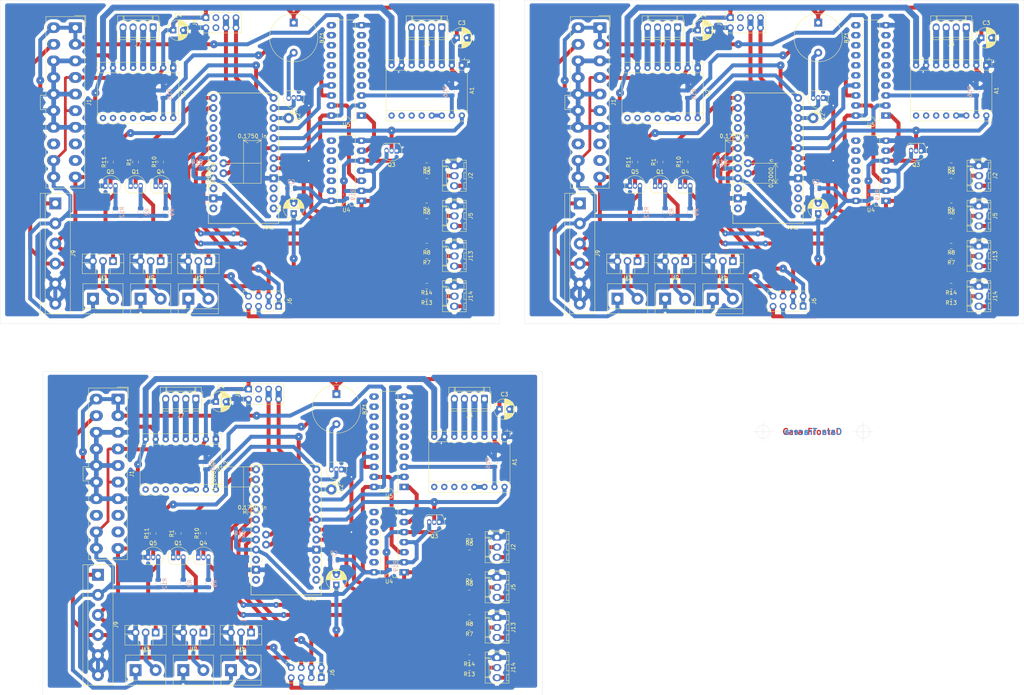
<source format=kicad_pcb>
(kicad_pcb (version 20171130) (host pcbnew "(5.1.5)-3")
  (layers (0 F.Cu signal) (31 B.Cu signal) (34 B.Paste user hide) (35 F.Paste user hide) (36 B.SilkS user) (37 F.SilkS user hide) (38 B.Mask user hide) (39 F.Mask user) (44 Edge.Cuts user))
  (net 0 "")
  (net 1 "Net-(J1-Pad9)")
  (net 2 "Net-(J1-Pad8)")
  (net 3 +12V)
  (net 4 Step_M1)
  (net 5 GND)
  (net 6 "Net-(A1-Pad13)")
  (net 7 "Net-(A1-Pad6)")
  (net 8 "Net-(A1-Pad5)")
  (net 9 "Net-(A1-Pad12)")
  (net 10 "Net-(A1-Pad4)")
  (net 11 "Net-(A1-Pad11)")
  (net 12 "Net-(A1-Pad3)")
  (net 13 "Net-(A1-Pad10)")
  (net 14 +5V)
  (net 15 "Net-(A1-Pad9)")
  (net 16 Step_M2)
  (net 17 "Net-(A2-Pad13)")
  (net 18 "Net-(A2-Pad6)")
  (net 19 "Net-(A2-Pad5)")
  (net 20 "Net-(A2-Pad12)")
  (net 21 "Net-(A2-Pad4)")
  (net 22 "Net-(A2-Pad11)")
  (net 23 "Net-(A2-Pad3)")
  (net 24 "Net-(A2-Pad10)")
  (net 25 "Net-(A2-Pad9)")
  (net 26 +3V3)
  (net 27 -5V)
  (net 28 -12V)
  (net 29 "Net-(J4-Pad2)")
  (net 30 "Net-(Q1-Pad3)")
  (net 31 "Net-(Q1-Pad2)")
  (net 32 ValvulaG)
  (net 33 "Net-(J2-Pad2)")
  (net 34 "Net-(J5-Pad2)")
  (net 35 "Net-(J8-Pad4)")
  (net 36 "Net-(J8-Pad3)")
  (net 37 "Net-(J10-Pad2)")
  (net 38 "Net-(J11-Pad2)")
  (net 39 "Net-(Q4-Pad3)")
  (net 40 "Net-(Q4-Pad2)")
  (net 41 "Net-(Q5-Pad3)")
  (net 42 "Net-(Q5-Pad2)")
  (net 43 Ac_Ex_2)
  (net 44 A_Step_M1)
  (net 45 A_Step_M2)
  (net 46 Ac_Ex_1)
  (net 47 "Net-(XA1-PadPB5)")
  (net 48 "Net-(XA1-PadPB4)")
  (net 49 Dir)
  (net 50 "Net-(BZ1-Pad2)")
  (net 51 I2C_Sensores_SDA)
  (net 52 I2C_Sensores_SCL)
  (net 53 I2C_GUI_SDA)
  (net 54 I2C_GUI_SCL)
  (net 55 "Net-(J12-Pad1)")
  (net 56 "Net-(J13-Pad2)")
  (net 57 "Net-(J14-Pad2)")
  (net 58 BuzzerG)
  (net 59 "Net-(U4-Pad3)")
  (net 60 FinalCarrera1)
  (net 61 FinalCarrera2)
  (net 62 InicioCarrera1)
  (net 63 InicioCarrera2)
  (net 64 "Net-(U4-Pad6)")
  (net 65 "Net-(U5-Pad9)")
  (net 66 "Net-(U5-Pad8)")
  (net 67 "Net-(U5-Pad7)")
  (net 68 "Net-(U5-Pad16)")
  (net 69 "Net-(U5-Pad6)")
  (net 70 "Net-(U5-Pad15)")
  (net 71 "Net-(U5-Pad5)")
  (net 72 "Net-(U5-Pad14)")
  (net 73 "Net-(U5-Pad4)")
  (net 74 "Net-(U5-Pad13)")
  (net 75 "Net-(U5-Pad12)")
  (net 76 "Net-(U5-Pad11)")
  (net 77 "Net-(Q3-Pad3)")
  (net 78 "Net-(XA1-Pad5V12V)")
  (net 79 "Net-(XA1-PadRST1)")
  (net 80 "Net-(XA1-PadRXI)")
  (net 81 "Net-(XA1-PadTX0)")
  (net 82 "Net-(XA1-PadRST2)")
  (module PCB-fuente_2step_ATmega:logo (layer F.Cu) (at 111.125 177.8)
    (fp_text reference G*** hide)
    (fp_text value LOGO hide)
  )
  (module PCB-fuente_2step_ATmega:logo (layer F.Cu) (at 100.965 83.82)
    (fp_text reference G*** hide)
    (fp_text value LOGO hide)
  )
  (module PCB-fuente_2step_ATmega:logo (layer F.Cu) (at 231.14 84.455)
    (fp_text reference G*** hide)
    (fp_text value LOGO hide)
  )
  (module TerminalBlock:TerminalBlock_bornier-2_P5.08mm (layer F.Cu) (at 56.515 187.325)
    (fp_text reference J4 (at 2.54 -5.08) (layer F.SilkS))
    (fp_text value Ac_Ex_2)
    (pad 1 thru_hole rect (at 0 0) (size 3 3) (drill 1.52) (layers *.Cu *.Mask))
    (pad 2 thru_hole circle (at 5.08 0) (size 3 3) (drill 1.52) (layers *.Cu *.Mask))
  )
  (module Capacitor_SMD:C_0805_2012Metric (layer B.Cu) (at 94.615 159.385 180)
    (fp_text reference C2 (at 0 1.65) (layer B.SilkS) (effects (justify mirror)))
    (fp_text value 100nF)
    (pad 1 smd roundrect (at -0.9375 0 180) (size 0.975 1.4) (layers B.Cu B.Paste B.Mask))
    (pad 2 smd roundrect (at 0.9375 0 180) (size 0.975 1.4) (layers B.Cu B.Paste B.Mask))
  )
  (module Connector_Molex:Molex_KK-254_AE-6410-03A_1x03_P2.54mm_Vertical (layer F.Cu) (at 135.89 153.67 270)
    (fp_text reference J2 (at 2.54 -4.12 90) (layer F.SilkS))
    (fp_text value LimitSwitch1)
    (pad 1 thru_hole roundrect (at 0 0 270) (size 1.74 2.2) (drill 1.2) (layers *.Cu *.Mask) (roundrect_rratio 0.143678))
    (pad 2 thru_hole oval (at 2.54 0 270) (size 1.74 2.2) (drill 1.2) (layers *.Cu *.Mask))
    (pad 3 thru_hole oval (at 5.08 0 270) (size 1.74 2.2) (drill 1.2) (layers *.Cu *.Mask))
  )
  (module Capacitor_THT:CP_Radial_D5.0mm_P2.50mm (layer F.Cu) (at 136.525 121.285)
    (fp_text reference C3 (at 1.25 -3.75) (layer F.SilkS))
    (fp_text value 100uF)
    (pad 1 thru_hole rect (at 0 0) (size 1.6 1.6) (drill 0.8) (layers *.Cu *.Mask))
    (pad 2 thru_hole circle (at 2.5 0) (size 1.6 1.6) (drill 0.8) (layers *.Cu *.Mask))
  )
  (module Capacitor_THT:CP_Radial_D5.0mm_P2.50mm (layer F.Cu) (at 95.25 165.735 90)
    (fp_text reference C1 (at 1.25 -3.75 90) (layer F.SilkS))
    (fp_text value 47uF)
    (pad 1 thru_hole rect (at 0 0 90) (size 1.6 1.6) (drill 0.8) (layers *.Cu *.Mask))
    (pad 2 thru_hole circle (at 2.5 0 90) (size 1.6 1.6) (drill 0.8) (layers *.Cu *.Mask))
  )
  (module Module:Pololu_Breakout-16_15.2x20.3mm (layer F.Cu) (at 64.77 128.905 270)
    (fp_text reference A2 (at 6.35 -2.54 90) (layer F.SilkS))
    (fp_text value Driver2_A4988)
    (pad 1 thru_hole rect (at 0 0 270) (size 1.6 1.6) (drill 0.8) (layers *.Cu *.Mask))
    (pad 9 thru_hole oval (at 12.7 17.78 270) (size 1.6 1.6) (drill 0.8) (layers *.Cu *.Mask))
    (pad 2 thru_hole oval (at 0 2.54 270) (size 1.6 1.6) (drill 0.8) (layers *.Cu *.Mask))
    (pad 10 thru_hole oval (at 12.7 15.24 270) (size 1.6 1.6) (drill 0.8) (layers *.Cu *.Mask))
    (pad 3 thru_hole oval (at 0 5.08 270) (size 1.6 1.6) (drill 0.8) (layers *.Cu *.Mask))
    (pad 11 thru_hole oval (at 12.7 12.7 270) (size 1.6 1.6) (drill 0.8) (layers *.Cu *.Mask))
    (pad 4 thru_hole oval (at 0 7.62 270) (size 1.6 1.6) (drill 0.8) (layers *.Cu *.Mask))
    (pad 12 thru_hole oval (at 12.7 10.16 270) (size 1.6 1.6) (drill 0.8) (layers *.Cu *.Mask))
    (pad 5 thru_hole oval (at 0 10.16 270) (size 1.6 1.6) (drill 0.8) (layers *.Cu *.Mask))
    (pad 13 thru_hole oval (at 12.7 7.62 270) (size 1.6 1.6) (drill 0.8) (layers *.Cu *.Mask))
    (pad 6 thru_hole oval (at 0 12.7 270) (size 1.6 1.6) (drill 0.8) (layers *.Cu *.Mask))
    (pad 14 thru_hole oval (at 12.7 5.08 270) (size 1.6 1.6) (drill 0.8) (layers *.Cu *.Mask))
    (pad 7 thru_hole oval (at 0 15.24 270) (size 1.6 1.6) (drill 0.8) (layers *.Cu *.Mask))
    (pad 15 thru_hole oval (at 12.7 2.54 270) (size 1.6 1.6) (drill 0.8) (layers *.Cu *.Mask))
    (pad 8 thru_hole oval (at 0 17.78 270) (size 1.6 1.6) (drill 0.8) (layers *.Cu *.Mask))
    (pad 16 thru_hole oval (at 12.7 0 270) (size 1.6 1.6) (drill 0.8) (layers *.Cu *.Mask))
  )
  (module Capacitor_THT:CP_Radial_D5.0mm_P2.50mm (layer F.Cu) (at 64.77 119.38)
    (fp_text reference C4 (at 1.25 -3.75) (layer F.SilkS))
    (fp_text value 100uF)
    (pad 1 thru_hole rect (at 0 0) (size 1.6 1.6) (drill 0.8) (layers *.Cu *.Mask))
    (pad 2 thru_hole circle (at 2.5 0) (size 1.6 1.6) (drill 0.8) (layers *.Cu *.Mask))
  )
  (module Connector_Molex:Molex_KK-254_AE-6410-04A_1x04_P2.54mm_Vertical (layer F.Cu) (at 132.715 118.745 180)
    (fp_text reference J3 (at 3.81 -4.12) (layer F.SilkS))
    (fp_text value Stepper1)
    (pad 1 thru_hole roundrect (at 0 0 180) (size 1.74 2.2) (drill 1.2) (layers *.Cu *.Mask) (roundrect_rratio 0.143678))
    (pad 2 thru_hole oval (at 2.54 0 180) (size 1.74 2.2) (drill 1.2) (layers *.Cu *.Mask))
    (pad 3 thru_hole oval (at 5.08 0 180) (size 1.74 2.2) (drill 1.2) (layers *.Cu *.Mask))
    (pad 4 thru_hole oval (at 7.62 0 180) (size 1.74 2.2) (drill 1.2) (layers *.Cu *.Mask))
  )
  (module Connector_PinSocket_2.54mm:PinSocket_2x04_P2.54mm_Vertical (layer F.Cu) (at 91.44 189.23 270)
    (fp_text reference J6 (at -1.27 -2.77 90) (layer F.SilkS))
    (fp_text value Board2Board_Sensors_VistaFrontal)
    (pad 1 thru_hole rect (at 0 0 270) (size 1.7 1.7) (drill 1) (layers *.Cu *.Mask))
    (pad 2 thru_hole oval (at -2.54 0 270) (size 1.7 1.7) (drill 1) (layers *.Cu *.Mask))
    (pad 3 thru_hole oval (at 0 2.54 270) (size 1.7 1.7) (drill 1) (layers *.Cu *.Mask))
    (pad 4 thru_hole oval (at -2.54 2.54 270) (size 1.7 1.7) (drill 1) (layers *.Cu *.Mask))
    (pad 5 thru_hole oval (at 0 5.08 270) (size 1.7 1.7) (drill 1) (layers *.Cu *.Mask))
    (pad 6 thru_hole oval (at -2.54 5.08 270) (size 1.7 1.7) (drill 1) (layers *.Cu *.Mask))
    (pad 7 thru_hole oval (at 0 7.62 270) (size 1.7 1.7) (drill 1) (layers *.Cu *.Mask))
    (pad 8 thru_hole oval (at -2.54 7.62 270) (size 1.7 1.7) (drill 1) (layers *.Cu *.Mask))
  )
  (module Connector_Molex:Molex_KK-254_AE-6410-04A_1x04_P2.54mm_Vertical (layer F.Cu) (at 59.69 118.745 180)
    (fp_text reference J7 (at 3.81 -4.12) (layer F.SilkS))
    (fp_text value Stepper2)
    (pad 1 thru_hole roundrect (at 0 0 180) (size 1.74 2.2) (drill 1.2) (layers *.Cu *.Mask) (roundrect_rratio 0.143678))
    (pad 2 thru_hole oval (at 2.54 0 180) (size 1.74 2.2) (drill 1.2) (layers *.Cu *.Mask))
    (pad 3 thru_hole oval (at 5.08 0 180) (size 1.74 2.2) (drill 1.2) (layers *.Cu *.Mask))
    (pad 4 thru_hole oval (at 7.62 0 180) (size 1.74 2.2) (drill 1.2) (layers *.Cu *.Mask))
  )
  (module Package_TO_SOT_THT:TO-92_Inline (layer F.Cu) (at 53.975 158.75)
    (fp_text reference Q1 (at 1.27 -3.56) (layer F.SilkS))
    (fp_text value 2N7000)
    (pad 2 thru_hole oval (at 1.27 0) (size 1.05 1.5) (drill 0.75) (layers *.Cu *.Mask))
    (pad 3 thru_hole oval (at 2.54 0) (size 1.05 1.5) (drill 0.75) (layers *.Cu *.Mask))
    (pad 1 thru_hole rect (at 0 0) (size 1.05 1.5) (drill 0.75) (layers *.Cu *.Mask))
  )
  (module Resistor_SMD:R_0805_2012Metric (layer F.Cu) (at 55.245 152.7325 90)
    (fp_text reference R1 (at 0 -1.65 90) (layer F.SilkS))
    (fp_text value 1K)
    (pad 1 smd roundrect (at -0.9375 0 90) (size 0.975 1.4) (layers F.Cu F.Paste F.Mask))
    (pad 2 smd roundrect (at 0.9375 0 90) (size 0.975 1.4) (layers F.Cu F.Paste F.Mask))
  )
  (module Resistor_SMD:R_0805_2012Metric (layer B.Cu) (at 56.515 165.4025 90)
    (fp_text reference R2 (at 0 1.65 -90) (layer B.SilkS) (effects (justify mirror)))
    (fp_text value 1M)
    (pad 1 smd roundrect (at -0.9375 0 90) (size 0.975 1.4) (layers B.Cu B.Paste B.Mask))
    (pad 2 smd roundrect (at 0.9375 0 90) (size 0.975 1.4) (layers B.Cu B.Paste B.Mask))
  )
  (module Module:Pololu_Breakout-16_15.2x20.3mm (layer F.Cu) (at 137.795 128.27 270)
    (fp_text reference A1 (at 6.35 -2.54 90) (layer F.SilkS))
    (fp_text value Driver1_A4988)
    (pad 1 thru_hole rect (at 0 0 270) (size 1.6 1.6) (drill 0.8) (layers *.Cu *.Mask))
    (pad 9 thru_hole oval (at 12.7 17.78 270) (size 1.6 1.6) (drill 0.8) (layers *.Cu *.Mask))
    (pad 2 thru_hole oval (at 0 2.54 270) (size 1.6 1.6) (drill 0.8) (layers *.Cu *.Mask))
    (pad 10 thru_hole oval (at 12.7 15.24 270) (size 1.6 1.6) (drill 0.8) (layers *.Cu *.Mask))
    (pad 3 thru_hole oval (at 0 5.08 270) (size 1.6 1.6) (drill 0.8) (layers *.Cu *.Mask))
    (pad 11 thru_hole oval (at 12.7 12.7 270) (size 1.6 1.6) (drill 0.8) (layers *.Cu *.Mask))
    (pad 4 thru_hole oval (at 0 7.62 270) (size 1.6 1.6) (drill 0.8) (layers *.Cu *.Mask))
    (pad 12 thru_hole oval (at 12.7 10.16 270) (size 1.6 1.6) (drill 0.8) (layers *.Cu *.Mask))
    (pad 5 thru_hole oval (at 0 10.16 270) (size 1.6 1.6) (drill 0.8) (layers *.Cu *.Mask))
    (pad 13 thru_hole oval (at 12.7 7.62 270) (size 1.6 1.6) (drill 0.8) (layers *.Cu *.Mask))
    (pad 6 thru_hole oval (at 0 12.7 270) (size 1.6 1.6) (drill 0.8) (layers *.Cu *.Mask))
    (pad 14 thru_hole oval (at 12.7 5.08 270) (size 1.6 1.6) (drill 0.8) (layers *.Cu *.Mask))
    (pad 7 thru_hole oval (at 0 15.24 270) (size 1.6 1.6) (drill 0.8) (layers *.Cu *.Mask))
    (pad 15 thru_hole oval (at 12.7 2.54 270) (size 1.6 1.6) (drill 0.8) (layers *.Cu *.Mask))
    (pad 8 thru_hole oval (at 0 17.78 270) (size 1.6 1.6) (drill 0.8) (layers *.Cu *.Mask))
    (pad 16 thru_hole oval (at 12.7 0 270) (size 1.6 1.6) (drill 0.8) (layers *.Cu *.Mask))
  )
  (module Connector_Molex:Molex_Mini-Fit_Jr_5566-20A_2x10_P4.20mm_Vertical (layer F.Cu) (at 40.005 118.745 270)
    (fp_text reference J1 (at 18.9 -3.45 90) (layer F.SilkS))
    (fp_text value ATX-20)
    (pad 1 thru_hole roundrect (at 0 0 270) (size 2.7 3.3) (drill 1.4) (layers *.Cu *.Mask) (roundrect_rratio 0.09259299999999999))
    (pad 2 thru_hole oval (at 4.2 0 270) (size 2.7 3.3) (drill 1.4) (layers *.Cu *.Mask))
    (pad 3 thru_hole oval (at 8.4 0 270) (size 2.7 3.3) (drill 1.4) (layers *.Cu *.Mask))
    (pad 4 thru_hole oval (at 12.6 0 270) (size 2.7 3.3) (drill 1.4) (layers *.Cu *.Mask))
    (pad 5 thru_hole oval (at 16.8 0 270) (size 2.7 3.3) (drill 1.4) (layers *.Cu *.Mask))
    (pad 6 thru_hole oval (at 21 0 270) (size 2.7 3.3) (drill 1.4) (layers *.Cu *.Mask))
    (pad 7 thru_hole oval (at 25.2 0 270) (size 2.7 3.3) (drill 1.4) (layers *.Cu *.Mask))
    (pad 8 thru_hole oval (at 29.4 0 270) (size 2.7 3.3) (drill 1.4) (layers *.Cu *.Mask))
    (pad 9 thru_hole oval (at 33.6 0 270) (size 2.7 3.3) (drill 1.4) (layers *.Cu *.Mask))
    (pad 10 thru_hole oval (at 37.8 0 270) (size 2.7 3.3) (drill 1.4) (layers *.Cu *.Mask))
    (pad 11 thru_hole oval (at 0 5.5 270) (size 2.7 3.3) (drill 1.4) (layers *.Cu *.Mask))
    (pad 12 thru_hole oval (at 4.2 5.5 270) (size 2.7 3.3) (drill 1.4) (layers *.Cu *.Mask))
    (pad 13 thru_hole oval (at 8.4 5.5 270) (size 2.7 3.3) (drill 1.4) (layers *.Cu *.Mask))
    (pad 14 thru_hole oval (at 12.6 5.5 270) (size 2.7 3.3) (drill 1.4) (layers *.Cu *.Mask))
    (pad 15 thru_hole oval (at 16.8 5.5 270) (size 2.7 3.3) (drill 1.4) (layers *.Cu *.Mask))
    (pad 16 thru_hole oval (at 21 5.5 270) (size 2.7 3.3) (drill 1.4) (layers *.Cu *.Mask))
    (pad 17 thru_hole oval (at 25.2 5.5 270) (size 2.7 3.3) (drill 1.4) (layers *.Cu *.Mask))
    (pad 18 thru_hole oval (at 29.4 5.5 270) (size 2.7 3.3) (drill 1.4) (layers *.Cu *.Mask))
    (pad 19 thru_hole oval (at 33.6 5.5 270) (size 2.7 3.3) (drill 1.4) (layers *.Cu *.Mask))
    (pad 20 thru_hole oval (at 37.8 5.5 270) (size 2.7 3.3) (drill 1.4) (layers *.Cu *.Mask))
  )
  (module Connector_PinSocket_2.54mm:PinSocket_2x04_P2.54mm_Vertical (layer F.Cu) (at 73.025 116.205 90)
    (fp_text reference J8 (at -1.27 -2.77 90) (layer F.SilkS))
    (fp_text value Board2Board_Gui)
    (pad 1 thru_hole rect (at 0 0 90) (size 1.7 1.7) (drill 1) (layers *.Cu *.Mask))
    (pad 2 thru_hole oval (at -2.54 0 90) (size 1.7 1.7) (drill 1) (layers *.Cu *.Mask))
    (pad 3 thru_hole oval (at 0 2.54 90) (size 1.7 1.7) (drill 1) (layers *.Cu *.Mask))
    (pad 4 thru_hole oval (at -2.54 2.54 90) (size 1.7 1.7) (drill 1) (layers *.Cu *.Mask))
    (pad 5 thru_hole oval (at 0 5.08 90) (size 1.7 1.7) (drill 1) (layers *.Cu *.Mask))
    (pad 6 thru_hole oval (at -2.54 5.08 90) (size 1.7 1.7) (drill 1) (layers *.Cu *.Mask))
    (pad 7 thru_hole oval (at 0 7.62 90) (size 1.7 1.7) (drill 1) (layers *.Cu *.Mask))
    (pad 8 thru_hole oval (at -2.54 7.62 90) (size 1.7 1.7) (drill 1) (layers *.Cu *.Mask))
  )
  (module Connector_Molex:Molex_KK-254_AE-6410-03A_1x03_P2.54mm_Vertical (layer F.Cu) (at 135.89 163.83 270)
    (fp_text reference J5 (at 2.54 -4.12 90) (layer F.SilkS))
    (fp_text value LimitSwitch2)
    (pad 1 thru_hole roundrect (at 0 0 270) (size 1.74 2.2) (drill 1.2) (layers *.Cu *.Mask) (roundrect_rratio 0.143678))
    (pad 2 thru_hole oval (at 2.54 0 270) (size 1.74 2.2) (drill 1.2) (layers *.Cu *.Mask))
    (pad 3 thru_hole oval (at 5.08 0 270) (size 1.74 2.2) (drill 1.2) (layers *.Cu *.Mask))
  )
  (module Package_TO_SOT_THT:TO-92_Inline (layer F.Cu) (at 60.325 158.75)
    (fp_text reference Q4 (at 1.27 -3.56) (layer F.SilkS))
    (fp_text value 2N7000)
    (pad 2 thru_hole oval (at 1.27 0) (size 1.05 1.5) (drill 0.75) (layers *.Cu *.Mask))
    (pad 3 thru_hole oval (at 2.54 0) (size 1.05 1.5) (drill 0.75) (layers *.Cu *.Mask))
    (pad 1 thru_hole rect (at 0 0) (size 1.05 1.5) (drill 0.75) (layers *.Cu *.Mask))
  )
  (module TerminalBlock:TerminalBlock_bornier-6_P5.08mm (layer F.Cu) (at 34.925 163.195 270)
    (fp_text reference J9 (at 12.65 -4.55 90) (layer F.SilkS))
    (fp_text value "Power Redundancia")
    (pad 2 thru_hole circle (at 5.08 0 270) (size 3 3) (drill 1.52) (layers *.Cu *.Mask))
    (pad 3 thru_hole circle (at 10.16 0 270) (size 3 3) (drill 1.52) (layers *.Cu *.Mask))
    (pad 1 thru_hole rect (at 0 0 270) (size 3 3) (drill 1.52) (layers *.Cu *.Mask))
    (pad 4 thru_hole circle (at 15.24 0 270) (size 3 3) (drill 1.52) (layers *.Cu *.Mask))
    (pad 5 thru_hole circle (at 20.32 0 270) (size 3 3) (drill 1.52) (layers *.Cu *.Mask))
    (pad 6 thru_hole circle (at 25.4 0 270) (size 3 3) (drill 1.52) (layers *.Cu *.Mask))
  )
  (module TerminalBlock:TerminalBlock_bornier-2_P5.08mm (layer F.Cu) (at 68.58 187.325)
    (fp_text reference J10 (at 2.54 -5.08) (layer F.SilkS))
    (fp_text value Ac_Ex_1)
    (pad 1 thru_hole rect (at 0 0) (size 3 3) (drill 1.52) (layers *.Cu *.Mask))
    (pad 2 thru_hole circle (at 5.08 0) (size 3 3) (drill 1.52) (layers *.Cu *.Mask))
  )
  (module TerminalBlock:TerminalBlock_bornier-2_P5.08mm (layer F.Cu) (at 44.45 187.325)
    (fp_text reference J11 (at 2.54 -5.08) (layer F.SilkS))
    (fp_text value Valvula)
    (pad 1 thru_hole rect (at 0 0) (size 3 3) (drill 1.52) (layers *.Cu *.Mask))
    (pad 2 thru_hole circle (at 5.08 0) (size 3 3) (drill 1.52) (layers *.Cu *.Mask))
  )
  (module Resistor_SMD:R_0805_2012Metric (layer F.Cu) (at 48.895 152.7325 90)
    (fp_text reference R11 (at 0 -1.65 90) (layer F.SilkS))
    (fp_text value 1K)
    (pad 1 smd roundrect (at -0.9375 0 90) (size 0.975 1.4) (layers F.Cu F.Paste F.Mask))
    (pad 2 smd roundrect (at 0.9375 0 90) (size 0.975 1.4) (layers F.Cu F.Paste F.Mask))
  )
  (module Package_TO_SOT_THT:TO-220F-3_Vertical (layer F.Cu) (at 73.66 177.8 180)
    (fp_text reference U1 (at 2.54 -4.1675) (layer F.SilkS))
    (fp_text value IRFZ44N)
    (pad 1 thru_hole rect (at 0 0 180) (size 1.905 2) (drill 1.2) (layers *.Cu *.Mask))
    (pad 2 thru_hole oval (at 2.54 0 180) (size 1.905 2) (drill 1.2) (layers *.Cu *.Mask))
    (pad 3 thru_hole oval (at 5.08 0 180) (size 1.905 2) (drill 1.2) (layers *.Cu *.Mask))
  )
  (module Resistor_SMD:R_0805_2012Metric (layer F.Cu) (at 128.905 156.21)
    (fp_text reference R3 (at 0 -1.65) (layer F.SilkS))
    (fp_text value 2K2)
    (pad 1 smd roundrect (at -0.9375 0) (size 0.975 1.4) (layers F.Cu F.Paste F.Mask))
    (pad 2 smd roundrect (at 0.9375 0) (size 0.975 1.4) (layers F.Cu F.Paste F.Mask))
  )
  (module Resistor_SMD:R_0805_2012Metric (layer F.Cu) (at 128.905 166.37)
    (fp_text reference R4 (at 0 -1.65) (layer F.SilkS))
    (fp_text value 2K2)
    (pad 1 smd roundrect (at -0.9375 0) (size 0.975 1.4) (layers F.Cu F.Paste F.Mask))
    (pad 2 smd roundrect (at 0.9375 0) (size 0.975 1.4) (layers F.Cu F.Paste F.Mask))
  )
  (module Package_TO_SOT_THT:TO-220F-3_Vertical (layer F.Cu) (at 49.53 177.8 180)
    (fp_text reference U3 (at 2.54 -4.1675) (layer F.SilkS))
    (fp_text value IRFZ44N)
    (pad 1 thru_hole rect (at 0 0 180) (size 1.905 2) (drill 1.2) (layers *.Cu *.Mask))
    (pad 2 thru_hole oval (at 2.54 0 180) (size 1.905 2) (drill 1.2) (layers *.Cu *.Mask))
    (pad 3 thru_hole oval (at 5.08 0 180) (size 1.905 2) (drill 1.2) (layers *.Cu *.Mask))
  )
  (module Resistor_SMD:R_0805_2012Metric (layer B.Cu) (at 50.165 165.4325 90)
    (fp_text reference R12 (at 0 1.65 90) (layer B.SilkS) (effects (justify mirror)))
    (fp_text value 1M)
    (pad 1 smd roundrect (at -0.9375 0 90) (size 0.975 1.4) (layers B.Cu B.Paste B.Mask))
    (pad 2 smd roundrect (at 0.9375 0 90) (size 0.975 1.4) (layers B.Cu B.Paste B.Mask))
  )
  (module Resistor_SMD:R_0805_2012Metric (layer F.Cu) (at 128.905 153.67 180)
    (fp_text reference R5 (at 0 -1.65) (layer F.SilkS))
    (fp_text value 3K3)
    (pad 1 smd roundrect (at -0.9375 0 180) (size 0.975 1.4) (layers F.Cu F.Paste F.Mask))
    (pad 2 smd roundrect (at 0.9375 0 180) (size 0.975 1.4) (layers F.Cu F.Paste F.Mask))
  )
  (module Resistor_SMD:R_0805_2012Metric (layer F.Cu) (at 128.905 163.83 180)
    (fp_text reference R6 (at 0 -1.65) (layer F.SilkS))
    (fp_text value 3K3)
    (pad 1 smd roundrect (at -0.9375 0 180) (size 0.975 1.4) (layers F.Cu F.Paste F.Mask))
    (pad 2 smd roundrect (at 0.9375 0 180) (size 0.975 1.4) (layers F.Cu F.Paste F.Mask))
  )
  (module Buzzer_Beeper:Buzzer_12x9.5RM7.6 (layer F.Cu) (at 95.25 117.475 270)
    (fp_text reference BZ1 (at 3.8 -7.2 90) (layer F.SilkS))
    (fp_text value Buzzer)
    (pad 1 thru_hole rect (at 0 0 270) (size 2 2) (drill 1) (layers *.Cu *.Mask))
    (pad 2 thru_hole circle (at 7.6 0 270) (size 2 2) (drill 1) (layers *.Cu *.Mask))
  )
  (module Resistor_SMD:R_0805_2012Metric (layer F.Cu) (at 128.905 176.53 180)
    (fp_text reference R7 (at 0 -1.65) (layer F.SilkS))
    (fp_text value 2K2)
    (pad 1 smd roundrect (at -0.9375 0 180) (size 0.975 1.4) (layers F.Cu F.Paste F.Mask))
    (pad 2 smd roundrect (at 0.9375 0 180) (size 0.975 1.4) (layers F.Cu F.Paste F.Mask))
  )
  (module Resistor_SMD:R_0805_2012Metric (layer F.Cu) (at 61.595 152.7025 90)
    (fp_text reference R10 (at 0 -1.65 90) (layer F.SilkS))
    (fp_text value 1K)
    (pad 1 smd roundrect (at -0.9375 0 90) (size 0.975 1.4) (layers F.Cu F.Paste F.Mask))
    (pad 2 smd roundrect (at 0.9375 0 90) (size 0.975 1.4) (layers F.Cu F.Paste F.Mask))
  )
  (module Resistor_SMD:R_0805_2012Metric (layer F.Cu) (at 128.905 173.99 180)
    (fp_text reference R8 (at 0 -1.65) (layer F.SilkS))
    (fp_text value 3K3)
    (pad 1 smd roundrect (at -0.9375 0 180) (size 0.975 1.4) (layers F.Cu F.Paste F.Mask))
    (pad 2 smd roundrect (at 0.9375 0 180) (size 0.975 1.4) (layers F.Cu F.Paste F.Mask))
  )
  (module Connector_Pin:Pin_D1.3mm_L11.0mm (layer F.Cu) (at 93.98 141.605 90)
    (fp_text reference J12 (at 0 2.4 90) (layer F.SilkS))
    (fp_text value Debug)
    (pad 1 thru_hole circle (at 0 0 90) (size 2.6 2.6) (drill 1.3) (layers *.Cu *.Mask))
  )
  (module Connector_Molex:Molex_KK-254_AE-6410-03A_1x03_P2.54mm_Vertical (layer F.Cu) (at 135.89 173.99 270)
    (fp_text reference J13 (at 2.54 -4.12 90) (layer F.SilkS))
    (fp_text value LimitSwitch3)
    (pad 1 thru_hole roundrect (at 0 0 270) (size 1.74 2.2) (drill 1.2) (layers *.Cu *.Mask) (roundrect_rratio 0.143678))
    (pad 2 thru_hole oval (at 2.54 0 270) (size 1.74 2.2) (drill 1.2) (layers *.Cu *.Mask))
    (pad 3 thru_hole oval (at 5.08 0 270) (size 1.74 2.2) (drill 1.2) (layers *.Cu *.Mask))
  )
  (module Resistor_SMD:R_0805_2012Metric (layer F.Cu) (at 128.905 186.69 180)
    (fp_text reference R13 (at 0 -1.65) (layer F.SilkS))
    (fp_text value 2K2)
    (pad 1 smd roundrect (at -0.9375 0 180) (size 0.975 1.4) (layers F.Cu F.Paste F.Mask))
    (pad 2 smd roundrect (at 0.9375 0 180) (size 0.975 1.4) (layers F.Cu F.Paste F.Mask))
  )
  (module Resistor_SMD:R_0805_2012Metric (layer B.Cu) (at 108.585 160.9875 90)
    (fp_text reference R19 (at 0 1.65 90) (layer B.SilkS) (effects (justify mirror)))
    (fp_text value 1K)
    (pad 1 smd roundrect (at -0.9375 0 90) (size 0.975 1.4) (layers B.Cu B.Paste B.Mask))
    (pad 2 smd roundrect (at 0.9375 0 90) (size 0.975 1.4) (layers B.Cu B.Paste B.Mask))
  )
  (module Package_DIP:DIP-14_W7.62mm_LongPads (layer F.Cu) (at 112.395 162.56 180)
    (fp_text reference U4 (at 3.81 -2.33) (layer F.SilkS))
    (fp_text value 74HC08)
    (pad 1 thru_hole rect (at 0 0 180) (size 2.4 1.6) (drill 0.8) (layers *.Cu *.Mask))
    (pad 8 thru_hole oval (at 7.62 15.24 180) (size 2.4 1.6) (drill 0.8) (layers *.Cu *.Mask))
    (pad 2 thru_hole oval (at 0 2.54 180) (size 2.4 1.6) (drill 0.8) (layers *.Cu *.Mask))
    (pad 9 thru_hole oval (at 7.62 12.7 180) (size 2.4 1.6) (drill 0.8) (layers *.Cu *.Mask))
    (pad 3 thru_hole oval (at 0 5.08 180) (size 2.4 1.6) (drill 0.8) (layers *.Cu *.Mask))
    (pad 10 thru_hole oval (at 7.62 10.16 180) (size 2.4 1.6) (drill 0.8) (layers *.Cu *.Mask))
    (pad 4 thru_hole oval (at 0 7.62 180) (size 2.4 1.6) (drill 0.8) (layers *.Cu *.Mask))
    (pad 11 thru_hole oval (at 7.62 7.62 180) (size 2.4 1.6) (drill 0.8) (layers *.Cu *.Mask))
    (pad 5 thru_hole oval (at 0 10.16 180) (size 2.4 1.6) (drill 0.8) (layers *.Cu *.Mask))
    (pad 12 thru_hole oval (at 7.62 5.08 180) (size 2.4 1.6) (drill 0.8) (layers *.Cu *.Mask))
    (pad 6 thru_hole oval (at 0 12.7 180) (size 2.4 1.6) (drill 0.8) (layers *.Cu *.Mask))
    (pad 13 thru_hole oval (at 7.62 2.54 180) (size 2.4 1.6) (drill 0.8) (layers *.Cu *.Mask))
    (pad 7 thru_hole oval (at 0 15.24 180) (size 2.4 1.6) (drill 0.8) (layers *.Cu *.Mask))
    (pad 14 thru_hole oval (at 7.62 0 180) (size 2.4 1.6) (drill 0.8) (layers *.Cu *.Mask))
  )
  (module Connector_Molex:Molex_KK-254_AE-6410-03A_1x03_P2.54mm_Vertical (layer F.Cu) (at 135.89 184.15 270)
    (fp_text reference J14 (at 2.54 -4.12 90) (layer F.SilkS))
    (fp_text value LimitSwitch4)
    (pad 1 thru_hole roundrect (at 0 0 270) (size 1.74 2.2) (drill 1.2) (layers *.Cu *.Mask) (roundrect_rratio 0.143678))
    (pad 2 thru_hole oval (at 2.54 0 270) (size 1.74 2.2) (drill 1.2) (layers *.Cu *.Mask))
    (pad 3 thru_hole oval (at 5.08 0 270) (size 1.74 2.2) (drill 1.2) (layers *.Cu *.Mask))
  )
  (module Package_TO_SOT_THT:TO-92_Inline (layer F.Cu) (at 96.52 136.525 180)
    (fp_text reference Q2 (at 1.27 -3.56) (layer F.SilkS))
    (fp_text value 2N7000)
    (pad 2 thru_hole oval (at 1.27 0 180) (size 1.05 1.5) (drill 0.75) (layers *.Cu *.Mask))
    (pad 3 thru_hole oval (at 2.54 0 180) (size 1.05 1.5) (drill 0.75) (layers *.Cu *.Mask))
    (pad 1 thru_hole rect (at 0 0 180) (size 1.05 1.5) (drill 0.75) (layers *.Cu *.Mask))
  )
  (module Resistor_SMD:R_0805_2012Metric (layer B.Cu) (at 70.7875 151.765)
    (fp_text reference R17 (at 0 1.65) (layer B.SilkS) (effects (justify mirror)))
    (fp_text value 1M)
    (pad 1 smd roundrect (at -0.9375 0) (size 0.975 1.4) (layers B.Cu B.Paste B.Mask))
    (pad 2 smd roundrect (at 0.9375 0) (size 0.975 1.4) (layers B.Cu B.Paste B.Mask))
  )
  (module Package_DIP:DIP-20_W7.62mm_LongPads (layer F.Cu) (at 112.395 140.97 180)
    (fp_text reference U5 (at 3.81 -2.33) (layer F.SilkS))
    (fp_text value 74HC244)
    (pad 1 thru_hole rect (at 0 0 180) (size 2.4 1.6) (drill 0.8) (layers *.Cu *.Mask))
    (pad 11 thru_hole oval (at 7.62 22.86 180) (size 2.4 1.6) (drill 0.8) (layers *.Cu *.Mask))
    (pad 2 thru_hole oval (at 0 2.54 180) (size 2.4 1.6) (drill 0.8) (layers *.Cu *.Mask))
    (pad 12 thru_hole oval (at 7.62 20.32 180) (size 2.4 1.6) (drill 0.8) (layers *.Cu *.Mask))
    (pad 3 thru_hole oval (at 0 5.08 180) (size 2.4 1.6) (drill 0.8) (layers *.Cu *.Mask))
    (pad 13 thru_hole oval (at 7.62 17.78 180) (size 2.4 1.6) (drill 0.8) (layers *.Cu *.Mask))
    (pad 4 thru_hole oval (at 0 7.62 180) (size 2.4 1.6) (drill 0.8) (layers *.Cu *.Mask))
    (pad 14 thru_hole oval (at 7.62 15.24 180) (size 2.4 1.6) (drill 0.8) (layers *.Cu *.Mask))
    (pad 5 thru_hole oval (at 0 10.16 180) (size 2.4 1.6) (drill 0.8) (layers *.Cu *.Mask))
    (pad 15 thru_hole oval (at 7.62 12.7 180) (size 2.4 1.6) (drill 0.8) (layers *.Cu *.Mask))
    (pad 6 thru_hole oval (at 0 12.7 180) (size 2.4 1.6) (drill 0.8) (layers *.Cu *.Mask))
    (pad 16 thru_hole oval (at 7.62 10.16 180) (size 2.4 1.6) (drill 0.8) (layers *.Cu *.Mask))
    (pad 7 thru_hole oval (at 0 15.24 180) (size 2.4 1.6) (drill 0.8) (layers *.Cu *.Mask))
    (pad 17 thru_hole oval (at 7.62 7.62 180) (size 2.4 1.6) (drill 0.8) (layers *.Cu *.Mask))
    (pad 8 thru_hole oval (at 0 17.78 180) (size 2.4 1.6) (drill 0.8) (layers *.Cu *.Mask))
    (pad 18 thru_hole oval (at 7.62 5.08 180) (size 2.4 1.6) (drill 0.8) (layers *.Cu *.Mask))
    (pad 9 thru_hole oval (at 0 20.32 180) (size 2.4 1.6) (drill 0.8) (layers *.Cu *.Mask))
    (pad 19 thru_hole oval (at 7.62 2.54 180) (size 2.4 1.6) (drill 0.8) (layers *.Cu *.Mask))
    (pad 10 thru_hole oval (at 0 22.86 180) (size 2.4 1.6) (drill 0.8) (layers *.Cu *.Mask))
    (pad 20 thru_hole oval (at 7.62 0 180) (size 2.4 1.6) (drill 0.8) (layers *.Cu *.Mask))
  )
  (module PCB-fuente_2step_ATmega:Arduino_Mini_Socket3V3 (layer F.Cu) (at 91.44 137.795 180)
    (fp_text reference XA1 (at 2.54 -31.496) (layer F.SilkS))
    (fp_text value Arduino_Pro_Mini_3V3_RES)
    (fp_text user RST (at 14.986 -21.59 90) (layer F.SilkS) (effects (font (size 0.5 0.5) (thickness 0.075))))
    (pad PB3 thru_hole circle (at 16.51 -1.27 180) (size 2 2) (drill 1.016) (layers *.Cu *.Mask))
    (pad PB4 thru_hole circle (at 16.51 -3.81 180) (size 2 2) (drill 1.016) (layers *.Cu *.Mask))
    (pad PB5 thru_hole circle (at 16.51 -6.35 180) (size 2 2) (drill 1.016) (layers *.Cu *.Mask))
    (pad PC0 thru_hole circle (at 16.51 -8.89 180) (size 2 2) (drill 1.016) (layers *.Cu *.Mask))
    (pad PC1 thru_hole circle (at 16.51 -11.43 180) (size 2 2) (drill 1.016) (layers *.Cu *.Mask))
    (pad PC2 thru_hole circle (at 16.51 -13.97 180) (size 2 2) (drill 1.016) (layers *.Cu *.Mask))
    (pad PC3 thru_hole circle (at 16.51 -16.51 180) (size 2 2) (drill 1.016) (layers *.Cu *.Mask))
    (pad 5V12V thru_hole circle (at 16.51 -26.67 180) (size 2 2) (drill 1.016) (layers *.Cu *.Mask))
    (pad RST2 thru_hole circle (at 16.51 -21.59 180) (size 2 2) (drill 1.016) (layers *.Cu *.Mask))
    (pad GND2 thru_hole rect (at 16.51 -24.13 180) (size 2 2) (drill 1.016) (layers *.Cu *.Mask))
    (pad PD9 thru_hole circle (at 1.27 1.27 180) (size 2 2) (drill 1.016) (layers *.Cu *.Mask))
    (pad PB2 thru_hole circle (at 16.51 1.27 180) (size 2 2) (drill 1.016) (layers *.Cu *.Mask))
    (pad VIN thru_hole circle (at 16.51 -19.05 180) (size 2 2) (drill 1.016) (layers *.Cu *.Mask))
    (pad A5 thru_hole circle (at 13.97 -15.24 180) (size 2 2) (drill 1.016) (layers *.Cu *.Mask))
    (pad TX0 thru_hole circle (at 1.27 -26.67 180) (size 2 2) (drill 1.016) (layers *.Cu *.Mask))
    (pad RXI thru_hole circle (at 1.27 -24.13 180) (size 2 2) (drill 1.016) (layers *.Cu *.Mask))
    (pad RST1 thru_hole circle (at 1.27 -21.59) (size 2 2) (drill 1.016) (layers *.Cu *.Mask))
    (pad GND1 thru_hole rect (at 1.27 -19.05 180) (size 2 2) (drill 1.016) (layers *.Cu *.Mask))
    (pad PD2 thru_hole circle (at 1.27 -16.51 180) (size 2 2) (drill 1.016) (layers *.Cu *.Mask))
    (pad PD3 thru_hole circle (at 1.27 -13.97 180) (size 2 2) (drill 1.016) (layers *.Cu *.Mask))
    (pad PD4 thru_hole circle (at 1.27 -11.43 180) (size 2 2) (drill 1.016) (layers *.Cu *.Mask))
    (pad PD5 thru_hole circle (at 1.27 -8.89 180) (size 2 2) (drill 1.016) (layers *.Cu *.Mask))
    (pad PD6 thru_hole circle (at 1.27 -6.35 180) (size 2 2) (drill 1.016) (layers *.Cu *.Mask))
    (pad PD7 thru_hole circle (at 1.27 -3.81 180) (size 2 2) (drill 1.016) (layers *.Cu *.Mask))
    (pad A4 thru_hole circle (at 13.97 -17.78 180) (size 2 2) (drill 1.016) (layers *.Cu *.Mask))
    (pad PD8 thru_hole circle (at 1.27 -1.27 180) (size 2 2) (drill 1.016) (layers *.Cu *.Mask))
  )
  (module Resistor_SMD:R_0805_2012Metric (layer F.Cu) (at 128.905 184.15 180)
    (fp_text reference R14 (at 0 -1.65) (layer F.SilkS))
    (fp_text value 3K3)
    (pad 1 smd roundrect (at -0.9375 0 180) (size 0.975 1.4) (layers F.Cu F.Paste F.Mask))
    (pad 2 smd roundrect (at 0.9375 0 180) (size 0.975 1.4) (layers F.Cu F.Paste F.Mask))
  )
  (module Package_TO_SOT_THT:TO-92_Inline (layer F.Cu) (at 47.625 158.75)
    (fp_text reference Q5 (at 1.27 -3.56) (layer F.SilkS))
    (fp_text value 2N7000)
    (pad 2 thru_hole oval (at 1.27 0) (size 1.05 1.5) (drill 0.75) (layers *.Cu *.Mask))
    (pad 3 thru_hole oval (at 2.54 0) (size 1.05 1.5) (drill 0.75) (layers *.Cu *.Mask))
    (pad 1 thru_hole rect (at 0 0) (size 1.05 1.5) (drill 0.75) (layers *.Cu *.Mask))
  )
  (module Package_TO_SOT_THT:TO-92_Inline (layer F.Cu) (at 121.285 149.86 180)
    (fp_text reference Q3 (at 1.27 -3.56) (layer F.SilkS))
    (fp_text value 2N7000)
    (pad 2 thru_hole oval (at 1.27 0 180) (size 1.05 1.5) (drill 0.75) (layers *.Cu *.Mask))
    (pad 3 thru_hole oval (at 2.54 0 180) (size 1.05 1.5) (drill 0.75) (layers *.Cu *.Mask))
    (pad 1 thru_hole rect (at 0 0 180) (size 1.05 1.5) (drill 0.75) (layers *.Cu *.Mask))
  )
  (module Resistor_SMD:R_0805_2012Metric (layer B.Cu) (at 70.8175 154.305 180)
    (fp_text reference R18 (at 0 1.65 180) (layer B.SilkS) (effects (justify mirror)))
    (fp_text value 1M)
    (pad 1 smd roundrect (at -0.9375 0 180) (size 0.975 1.4) (layers B.Cu B.Paste B.Mask))
    (pad 2 smd roundrect (at 0.9375 0 180) (size 0.975 1.4) (layers B.Cu B.Paste B.Mask))
  )
  (module Resistor_SMD:R_0805_2012Metric (layer B.Cu) (at 62.865 165.4325 90)
    (fp_text reference R9 (at 0 1.65 90) (layer B.SilkS) (effects (justify mirror)))
    (fp_text value 1M)
    (pad 1 smd roundrect (at -0.9375 0 90) (size 0.975 1.4) (layers B.Cu B.Paste B.Mask))
    (pad 2 smd roundrect (at 0.9375 0 90) (size 0.975 1.4) (layers B.Cu B.Paste B.Mask))
  )
  (module Resistor_SMD:R_0805_2012Metric (layer B.Cu) (at 135.255 134.9225 270)
    (fp_text reference R16 (at 0 1.65 270) (layer B.SilkS) (effects (justify mirror)))
    (fp_text value 2K2)
    (pad 1 smd roundrect (at -0.9375 0 270) (size 0.975 1.4) (layers B.Cu B.Paste B.Mask))
    (pad 2 smd roundrect (at 0.9375 0 270) (size 0.975 1.4) (layers B.Cu B.Paste B.Mask))
  )
  (module Package_TO_SOT_THT:TO-220F-3_Vertical (layer F.Cu) (at 61.595 177.8 180)
    (fp_text reference U2 (at 2.54 -4.1675) (layer F.SilkS))
    (fp_text value IRFZ44N)
    (pad 1 thru_hole rect (at 0 0 180) (size 1.905 2) (drill 1.2) (layers *.Cu *.Mask))
    (pad 2 thru_hole oval (at 2.54 0 180) (size 1.905 2) (drill 1.2) (layers *.Cu *.Mask))
    (pad 3 thru_hole oval (at 5.08 0 180) (size 1.905 2) (drill 1.2) (layers *.Cu *.Mask))
  )
  (module Resistor_SMD:R_0805_2012Metric (layer B.Cu) (at 62.23 135.5575 90)
    (fp_text reference R15 (at 0 1.65 270) (layer B.SilkS) (effects (justify mirror)))
    (fp_text value 2K2)
    (pad 1 smd roundrect (at -0.9375 0 90) (size 0.975 1.4) (layers B.Cu B.Paste B.Mask))
    (pad 2 smd roundrect (at 0.9375 0 90) (size 0.975 1.4) (layers B.Cu B.Paste B.Mask))
  )
  (module TerminalBlock:TerminalBlock_bornier-2_P5.08mm (layer F.Cu) (at 45.72 93.345)
    (fp_text reference J4 (at 2.54 -5.08) (layer F.SilkS))
    (fp_text value Ac_Ex_2)
    (pad 1 thru_hole rect (at 0 0) (size 3 3) (drill 1.52) (layers *.Cu *.Mask))
    (pad 2 thru_hole circle (at 5.08 0) (size 3 3) (drill 1.52) (layers *.Cu *.Mask))
  )
  (module Capacitor_SMD:C_0805_2012Metric (layer B.Cu) (at 83.82 65.405 180)
    (fp_text reference C2 (at 0 1.65) (layer B.SilkS) (effects (justify mirror)))
    (fp_text value 100nF)
    (pad 1 smd roundrect (at -0.9375 0 180) (size 0.975 1.4) (layers B.Cu B.Paste B.Mask))
    (pad 2 smd roundrect (at 0.9375 0 180) (size 0.975 1.4) (layers B.Cu B.Paste B.Mask))
  )
  (module Connector_Molex:Molex_KK-254_AE-6410-03A_1x03_P2.54mm_Vertical (layer F.Cu) (at 125.095 59.69 270)
    (fp_text reference J2 (at 2.54 -4.12 90) (layer F.SilkS))
    (fp_text value LimitSwitch1)
    (pad 1 thru_hole roundrect (at 0 0 270) (size 1.74 2.2) (drill 1.2) (layers *.Cu *.Mask) (roundrect_rratio 0.143678))
    (pad 2 thru_hole oval (at 2.54 0 270) (size 1.74 2.2) (drill 1.2) (layers *.Cu *.Mask))
    (pad 3 thru_hole oval (at 5.08 0 270) (size 1.74 2.2) (drill 1.2) (layers *.Cu *.Mask))
  )
  (module Capacitor_THT:CP_Radial_D5.0mm_P2.50mm (layer F.Cu) (at 125.73 27.305)
    (fp_text reference C3 (at 1.25 -3.75) (layer F.SilkS))
    (fp_text value 100uF)
    (pad 1 thru_hole rect (at 0 0) (size 1.6 1.6) (drill 0.8) (layers *.Cu *.Mask))
    (pad 2 thru_hole circle (at 2.5 0) (size 1.6 1.6) (drill 0.8) (layers *.Cu *.Mask))
  )
  (module Capacitor_THT:CP_Radial_D5.0mm_P2.50mm (layer F.Cu) (at 84.455 71.755 90)
    (fp_text reference C1 (at 1.25 -3.75 90) (layer F.SilkS))
    (fp_text value 47uF)
    (pad 1 thru_hole rect (at 0 0 90) (size 1.6 1.6) (drill 0.8) (layers *.Cu *.Mask))
    (pad 2 thru_hole circle (at 2.5 0 90) (size 1.6 1.6) (drill 0.8) (layers *.Cu *.Mask))
  )
  (module Module:Pololu_Breakout-16_15.2x20.3mm (layer F.Cu) (at 53.975 34.925 270)
    (fp_text reference A2 (at 6.35 -2.54 90) (layer F.SilkS))
    (fp_text value Driver2_A4988)
    (pad 1 thru_hole rect (at 0 0 270) (size 1.6 1.6) (drill 0.8) (layers *.Cu *.Mask))
    (pad 9 thru_hole oval (at 12.7 17.78 270) (size 1.6 1.6) (drill 0.8) (layers *.Cu *.Mask))
    (pad 2 thru_hole oval (at 0 2.54 270) (size 1.6 1.6) (drill 0.8) (layers *.Cu *.Mask))
    (pad 10 thru_hole oval (at 12.7 15.24 270) (size 1.6 1.6) (drill 0.8) (layers *.Cu *.Mask))
    (pad 3 thru_hole oval (at 0 5.08 270) (size 1.6 1.6) (drill 0.8) (layers *.Cu *.Mask))
    (pad 11 thru_hole oval (at 12.7 12.7 270) (size 1.6 1.6) (drill 0.8) (layers *.Cu *.Mask))
    (pad 4 thru_hole oval (at 0 7.62 270) (size 1.6 1.6) (drill 0.8) (layers *.Cu *.Mask))
    (pad 12 thru_hole oval (at 12.7 10.16 270) (size 1.6 1.6) (drill 0.8) (layers *.Cu *.Mask))
    (pad 5 thru_hole oval (at 0 10.16 270) (size 1.6 1.6) (drill 0.8) (layers *.Cu *.Mask))
    (pad 13 thru_hole oval (at 12.7 7.62 270) (size 1.6 1.6) (drill 0.8) (layers *.Cu *.Mask))
    (pad 6 thru_hole oval (at 0 12.7 270) (size 1.6 1.6) (drill 0.8) (layers *.Cu *.Mask))
    (pad 14 thru_hole oval (at 12.7 5.08 270) (size 1.6 1.6) (drill 0.8) (layers *.Cu *.Mask))
    (pad 7 thru_hole oval (at 0 15.24 270) (size 1.6 1.6) (drill 0.8) (layers *.Cu *.Mask))
    (pad 15 thru_hole oval (at 12.7 2.54 270) (size 1.6 1.6) (drill 0.8) (layers *.Cu *.Mask))
    (pad 8 thru_hole oval (at 0 17.78 270) (size 1.6 1.6) (drill 0.8) (layers *.Cu *.Mask))
    (pad 16 thru_hole oval (at 12.7 0 270) (size 1.6 1.6) (drill 0.8) (layers *.Cu *.Mask))
  )
  (module Capacitor_THT:CP_Radial_D5.0mm_P2.50mm (layer F.Cu) (at 53.975 25.4)
    (fp_text reference C4 (at 1.25 -3.75) (layer F.SilkS))
    (fp_text value 100uF)
    (pad 1 thru_hole rect (at 0 0) (size 1.6 1.6) (drill 0.8) (layers *.Cu *.Mask))
    (pad 2 thru_hole circle (at 2.5 0) (size 1.6 1.6) (drill 0.8) (layers *.Cu *.Mask))
  )
  (module Connector_Molex:Molex_KK-254_AE-6410-04A_1x04_P2.54mm_Vertical (layer F.Cu) (at 121.92 24.765 180)
    (fp_text reference J3 (at 3.81 -4.12) (layer F.SilkS))
    (fp_text value Stepper1)
    (pad 1 thru_hole roundrect (at 0 0 180) (size 1.74 2.2) (drill 1.2) (layers *.Cu *.Mask) (roundrect_rratio 0.143678))
    (pad 2 thru_hole oval (at 2.54 0 180) (size 1.74 2.2) (drill 1.2) (layers *.Cu *.Mask))
    (pad 3 thru_hole oval (at 5.08 0 180) (size 1.74 2.2) (drill 1.2) (layers *.Cu *.Mask))
    (pad 4 thru_hole oval (at 7.62 0 180) (size 1.74 2.2) (drill 1.2) (layers *.Cu *.Mask))
  )
  (module Connector_PinSocket_2.54mm:PinSocket_2x04_P2.54mm_Vertical (layer F.Cu) (at 80.645 95.25 270)
    (fp_text reference J6 (at -1.27 -2.77 90) (layer F.SilkS))
    (fp_text value Board2Board_Sensors_VistaFrontal)
    (pad 1 thru_hole rect (at 0 0 270) (size 1.7 1.7) (drill 1) (layers *.Cu *.Mask))
    (pad 2 thru_hole oval (at -2.54 0 270) (size 1.7 1.7) (drill 1) (layers *.Cu *.Mask))
    (pad 3 thru_hole oval (at 0 2.54 270) (size 1.7 1.7) (drill 1) (layers *.Cu *.Mask))
    (pad 4 thru_hole oval (at -2.54 2.54 270) (size 1.7 1.7) (drill 1) (layers *.Cu *.Mask))
    (pad 5 thru_hole oval (at 0 5.08 270) (size 1.7 1.7) (drill 1) (layers *.Cu *.Mask))
    (pad 6 thru_hole oval (at -2.54 5.08 270) (size 1.7 1.7) (drill 1) (layers *.Cu *.Mask))
    (pad 7 thru_hole oval (at 0 7.62 270) (size 1.7 1.7) (drill 1) (layers *.Cu *.Mask))
    (pad 8 thru_hole oval (at -2.54 7.62 270) (size 1.7 1.7) (drill 1) (layers *.Cu *.Mask))
  )
  (module Connector_Molex:Molex_KK-254_AE-6410-04A_1x04_P2.54mm_Vertical (layer F.Cu) (at 48.895 24.765 180)
    (fp_text reference J7 (at 3.81 -4.12) (layer F.SilkS))
    (fp_text value Stepper2)
    (pad 1 thru_hole roundrect (at 0 0 180) (size 1.74 2.2) (drill 1.2) (layers *.Cu *.Mask) (roundrect_rratio 0.143678))
    (pad 2 thru_hole oval (at 2.54 0 180) (size 1.74 2.2) (drill 1.2) (layers *.Cu *.Mask))
    (pad 3 thru_hole oval (at 5.08 0 180) (size 1.74 2.2) (drill 1.2) (layers *.Cu *.Mask))
    (pad 4 thru_hole oval (at 7.62 0 180) (size 1.74 2.2) (drill 1.2) (layers *.Cu *.Mask))
  )
  (module Package_TO_SOT_THT:TO-92_Inline (layer F.Cu) (at 43.18 64.77)
    (fp_text reference Q1 (at 1.27 -3.56) (layer F.SilkS))
    (fp_text value 2N7000)
    (pad 2 thru_hole oval (at 1.27 0) (size 1.05 1.5) (drill 0.75) (layers *.Cu *.Mask))
    (pad 3 thru_hole oval (at 2.54 0) (size 1.05 1.5) (drill 0.75) (layers *.Cu *.Mask))
    (pad 1 thru_hole rect (at 0 0) (size 1.05 1.5) (drill 0.75) (layers *.Cu *.Mask))
  )
  (module Resistor_SMD:R_0805_2012Metric (layer F.Cu) (at 44.45 58.7525 90)
    (fp_text reference R1 (at 0 -1.65 90) (layer F.SilkS))
    (fp_text value 1K)
    (pad 1 smd roundrect (at -0.9375 0 90) (size 0.975 1.4) (layers F.Cu F.Paste F.Mask))
    (pad 2 smd roundrect (at 0.9375 0 90) (size 0.975 1.4) (layers F.Cu F.Paste F.Mask))
  )
  (module Resistor_SMD:R_0805_2012Metric (layer B.Cu) (at 45.72 71.4225 90)
    (fp_text reference R2 (at 0 1.65 -90) (layer B.SilkS) (effects (justify mirror)))
    (fp_text value 1M)
    (pad 1 smd roundrect (at -0.9375 0 90) (size 0.975 1.4) (layers B.Cu B.Paste B.Mask))
    (pad 2 smd roundrect (at 0.9375 0 90) (size 0.975 1.4) (layers B.Cu B.Paste B.Mask))
  )
  (module Module:Pololu_Breakout-16_15.2x20.3mm (layer F.Cu) (at 127 34.29 270)
    (fp_text reference A1 (at 6.35 -2.54 90) (layer F.SilkS))
    (fp_text value Driver1_A4988)
    (pad 1 thru_hole rect (at 0 0 270) (size 1.6 1.6) (drill 0.8) (layers *.Cu *.Mask))
    (pad 9 thru_hole oval (at 12.7 17.78 270) (size 1.6 1.6) (drill 0.8) (layers *.Cu *.Mask))
    (pad 2 thru_hole oval (at 0 2.54 270) (size 1.6 1.6) (drill 0.8) (layers *.Cu *.Mask))
    (pad 10 thru_hole oval (at 12.7 15.24 270) (size 1.6 1.6) (drill 0.8) (layers *.Cu *.Mask))
    (pad 3 thru_hole oval (at 0 5.08 270) (size 1.6 1.6) (drill 0.8) (layers *.Cu *.Mask))
    (pad 11 thru_hole oval (at 12.7 12.7 270) (size 1.6 1.6) (drill 0.8) (layers *.Cu *.Mask))
    (pad 4 thru_hole oval (at 0 7.62 270) (size 1.6 1.6) (drill 0.8) (layers *.Cu *.Mask))
    (pad 12 thru_hole oval (at 12.7 10.16 270) (size 1.6 1.6) (drill 0.8) (layers *.Cu *.Mask))
    (pad 5 thru_hole oval (at 0 10.16 270) (size 1.6 1.6) (drill 0.8) (layers *.Cu *.Mask))
    (pad 13 thru_hole oval (at 12.7 7.62 270) (size 1.6 1.6) (drill 0.8) (layers *.Cu *.Mask))
    (pad 6 thru_hole oval (at 0 12.7 270) (size 1.6 1.6) (drill 0.8) (layers *.Cu *.Mask))
    (pad 14 thru_hole oval (at 12.7 5.08 270) (size 1.6 1.6) (drill 0.8) (layers *.Cu *.Mask))
    (pad 7 thru_hole oval (at 0 15.24 270) (size 1.6 1.6) (drill 0.8) (layers *.Cu *.Mask))
    (pad 15 thru_hole oval (at 12.7 2.54 270) (size 1.6 1.6) (drill 0.8) (layers *.Cu *.Mask))
    (pad 8 thru_hole oval (at 0 17.78 270) (size 1.6 1.6) (drill 0.8) (layers *.Cu *.Mask))
    (pad 16 thru_hole oval (at 12.7 0 270) (size 1.6 1.6) (drill 0.8) (layers *.Cu *.Mask))
  )
  (module Connector_Molex:Molex_Mini-Fit_Jr_5566-20A_2x10_P4.20mm_Vertical (layer F.Cu) (at 29.21 24.765 270)
    (fp_text reference J1 (at 18.9 -3.45 90) (layer F.SilkS))
    (fp_text value ATX-20)
    (pad 1 thru_hole roundrect (at 0 0 270) (size 2.7 3.3) (drill 1.4) (layers *.Cu *.Mask) (roundrect_rratio 0.09259299999999999))
    (pad 2 thru_hole oval (at 4.2 0 270) (size 2.7 3.3) (drill 1.4) (layers *.Cu *.Mask))
    (pad 3 thru_hole oval (at 8.4 0 270) (size 2.7 3.3) (drill 1.4) (layers *.Cu *.Mask))
    (pad 4 thru_hole oval (at 12.6 0 270) (size 2.7 3.3) (drill 1.4) (layers *.Cu *.Mask))
    (pad 5 thru_hole oval (at 16.8 0 270) (size 2.7 3.3) (drill 1.4) (layers *.Cu *.Mask))
    (pad 6 thru_hole oval (at 21 0 270) (size 2.7 3.3) (drill 1.4) (layers *.Cu *.Mask))
    (pad 7 thru_hole oval (at 25.2 0 270) (size 2.7 3.3) (drill 1.4) (layers *.Cu *.Mask))
    (pad 8 thru_hole oval (at 29.4 0 270) (size 2.7 3.3) (drill 1.4) (layers *.Cu *.Mask))
    (pad 9 thru_hole oval (at 33.6 0 270) (size 2.7 3.3) (drill 1.4) (layers *.Cu *.Mask))
    (pad 10 thru_hole oval (at 37.8 0 270) (size 2.7 3.3) (drill 1.4) (layers *.Cu *.Mask))
    (pad 11 thru_hole oval (at 0 5.5 270) (size 2.7 3.3) (drill 1.4) (layers *.Cu *.Mask))
    (pad 12 thru_hole oval (at 4.2 5.5 270) (size 2.7 3.3) (drill 1.4) (layers *.Cu *.Mask))
    (pad 13 thru_hole oval (at 8.4 5.5 270) (size 2.7 3.3) (drill 1.4) (layers *.Cu *.Mask))
    (pad 14 thru_hole oval (at 12.6 5.5 270) (size 2.7 3.3) (drill 1.4) (layers *.Cu *.Mask))
    (pad 15 thru_hole oval (at 16.8 5.5 270) (size 2.7 3.3) (drill 1.4) (layers *.Cu *.Mask))
    (pad 16 thru_hole oval (at 21 5.5 270) (size 2.7 3.3) (drill 1.4) (layers *.Cu *.Mask))
    (pad 17 thru_hole oval (at 25.2 5.5 270) (size 2.7 3.3) (drill 1.4) (layers *.Cu *.Mask))
    (pad 18 thru_hole oval (at 29.4 5.5 270) (size 2.7 3.3) (drill 1.4) (layers *.Cu *.Mask))
    (pad 19 thru_hole oval (at 33.6 5.5 270) (size 2.7 3.3) (drill 1.4) (layers *.Cu *.Mask))
    (pad 20 thru_hole oval (at 37.8 5.5 270) (size 2.7 3.3) (drill 1.4) (layers *.Cu *.Mask))
  )
  (module Connector_PinSocket_2.54mm:PinSocket_2x04_P2.54mm_Vertical (layer F.Cu) (at 62.23 22.225 90)
    (fp_text reference J8 (at -1.27 -2.77 90) (layer F.SilkS))
    (fp_text value Board2Board_Gui)
    (pad 1 thru_hole rect (at 0 0 90) (size 1.7 1.7) (drill 1) (layers *.Cu *.Mask))
    (pad 2 thru_hole oval (at -2.54 0 90) (size 1.7 1.7) (drill 1) (layers *.Cu *.Mask))
    (pad 3 thru_hole oval (at 0 2.54 90) (size 1.7 1.7) (drill 1) (layers *.Cu *.Mask))
    (pad 4 thru_hole oval (at -2.54 2.54 90) (size 1.7 1.7) (drill 1) (layers *.Cu *.Mask))
    (pad 5 thru_hole oval (at 0 5.08 90) (size 1.7 1.7) (drill 1) (layers *.Cu *.Mask))
    (pad 6 thru_hole oval (at -2.54 5.08 90) (size 1.7 1.7) (drill 1) (layers *.Cu *.Mask))
    (pad 7 thru_hole oval (at 0 7.62 90) (size 1.7 1.7) (drill 1) (layers *.Cu *.Mask))
    (pad 8 thru_hole oval (at -2.54 7.62 90) (size 1.7 1.7) (drill 1) (layers *.Cu *.Mask))
  )
  (module Connector_Molex:Molex_KK-254_AE-6410-03A_1x03_P2.54mm_Vertical (layer F.Cu) (at 125.095 69.85 270)
    (fp_text reference J5 (at 2.54 -4.12 90) (layer F.SilkS))
    (fp_text value LimitSwitch2)
    (pad 1 thru_hole roundrect (at 0 0 270) (size 1.74 2.2) (drill 1.2) (layers *.Cu *.Mask) (roundrect_rratio 0.143678))
    (pad 2 thru_hole oval (at 2.54 0 270) (size 1.74 2.2) (drill 1.2) (layers *.Cu *.Mask))
    (pad 3 thru_hole oval (at 5.08 0 270) (size 1.74 2.2) (drill 1.2) (layers *.Cu *.Mask))
  )
  (module Package_TO_SOT_THT:TO-92_Inline (layer F.Cu) (at 49.53 64.77)
    (fp_text reference Q4 (at 1.27 -3.56) (layer F.SilkS))
    (fp_text value 2N7000)
    (pad 2 thru_hole oval (at 1.27 0) (size 1.05 1.5) (drill 0.75) (layers *.Cu *.Mask))
    (pad 3 thru_hole oval (at 2.54 0) (size 1.05 1.5) (drill 0.75) (layers *.Cu *.Mask))
    (pad 1 thru_hole rect (at 0 0) (size 1.05 1.5) (drill 0.75) (layers *.Cu *.Mask))
  )
  (module TerminalBlock:TerminalBlock_bornier-6_P5.08mm (layer F.Cu) (at 24.13 69.215 270)
    (fp_text reference J9 (at 12.65 -4.55 90) (layer F.SilkS))
    (fp_text value "Power Redundancia")
    (pad 2 thru_hole circle (at 5.08 0 270) (size 3 3) (drill 1.52) (layers *.Cu *.Mask))
    (pad 3 thru_hole circle (at 10.16 0 270) (size 3 3) (drill 1.52) (layers *.Cu *.Mask))
    (pad 1 thru_hole rect (at 0 0 270) (size 3 3) (drill 1.52) (layers *.Cu *.Mask))
    (pad 4 thru_hole circle (at 15.24 0 270) (size 3 3) (drill 1.52) (layers *.Cu *.Mask))
    (pad 5 thru_hole circle (at 20.32 0 270) (size 3 3) (drill 1.52) (layers *.Cu *.Mask))
    (pad 6 thru_hole circle (at 25.4 0 270) (size 3 3) (drill 1.52) (layers *.Cu *.Mask))
  )
  (module TerminalBlock:TerminalBlock_bornier-2_P5.08mm (layer F.Cu) (at 57.785 93.345)
    (fp_text reference J10 (at 2.54 -5.08) (layer F.SilkS))
    (fp_text value Ac_Ex_1)
    (pad 1 thru_hole rect (at 0 0) (size 3 3) (drill 1.52) (layers *.Cu *.Mask))
    (pad 2 thru_hole circle (at 5.08 0) (size 3 3) (drill 1.52) (layers *.Cu *.Mask))
  )
  (module TerminalBlock:TerminalBlock_bornier-2_P5.08mm (layer F.Cu) (at 33.655 93.345)
    (fp_text reference J11 (at 2.54 -5.08) (layer F.SilkS))
    (fp_text value Valvula)
    (pad 1 thru_hole rect (at 0 0) (size 3 3) (drill 1.52) (layers *.Cu *.Mask))
    (pad 2 thru_hole circle (at 5.08 0) (size 3 3) (drill 1.52) (layers *.Cu *.Mask))
  )
  (module Resistor_SMD:R_0805_2012Metric (layer F.Cu) (at 38.1 58.7525 90)
    (fp_text reference R11 (at 0 -1.65 90) (layer F.SilkS))
    (fp_text value 1K)
    (pad 1 smd roundrect (at -0.9375 0 90) (size 0.975 1.4) (layers F.Cu F.Paste F.Mask))
    (pad 2 smd roundrect (at 0.9375 0 90) (size 0.975 1.4) (layers F.Cu F.Paste F.Mask))
  )
  (module Package_TO_SOT_THT:TO-220F-3_Vertical (layer F.Cu) (at 62.865 83.82 180)
    (fp_text reference U1 (at 2.54 -4.1675) (layer F.SilkS))
    (fp_text value IRFZ44N)
    (pad 1 thru_hole rect (at 0 0 180) (size 1.905 2) (drill 1.2) (layers *.Cu *.Mask))
    (pad 2 thru_hole oval (at 2.54 0 180) (size 1.905 2) (drill 1.2) (layers *.Cu *.Mask))
    (pad 3 thru_hole oval (at 5.08 0 180) (size 1.905 2) (drill 1.2) (layers *.Cu *.Mask))
  )
  (module Resistor_SMD:R_0805_2012Metric (layer F.Cu) (at 118.11 62.23)
    (fp_text reference R3 (at 0 -1.65) (layer F.SilkS))
    (fp_text value 2K2)
    (pad 1 smd roundrect (at -0.9375 0) (size 0.975 1.4) (layers F.Cu F.Paste F.Mask))
    (pad 2 smd roundrect (at 0.9375 0) (size 0.975 1.4) (layers F.Cu F.Paste F.Mask))
  )
  (module Resistor_SMD:R_0805_2012Metric (layer F.Cu) (at 118.11 72.39)
    (fp_text reference R4 (at 0 -1.65) (layer F.SilkS))
    (fp_text value 2K2)
    (pad 1 smd roundrect (at -0.9375 0) (size 0.975 1.4) (layers F.Cu F.Paste F.Mask))
    (pad 2 smd roundrect (at 0.9375 0) (size 0.975 1.4) (layers F.Cu F.Paste F.Mask))
  )
  (module Package_TO_SOT_THT:TO-220F-3_Vertical (layer F.Cu) (at 38.735 83.82 180)
    (fp_text reference U3 (at 2.54 -4.1675) (layer F.SilkS))
    (fp_text value IRFZ44N)
    (pad 1 thru_hole rect (at 0 0 180) (size 1.905 2) (drill 1.2) (layers *.Cu *.Mask))
    (pad 2 thru_hole oval (at 2.54 0 180) (size 1.905 2) (drill 1.2) (layers *.Cu *.Mask))
    (pad 3 thru_hole oval (at 5.08 0 180) (size 1.905 2) (drill 1.2) (layers *.Cu *.Mask))
  )
  (module Resistor_SMD:R_0805_2012Metric (layer B.Cu) (at 39.37 71.4525 90)
    (fp_text reference R12 (at 0 1.65 90) (layer B.SilkS) (effects (justify mirror)))
    (fp_text value 1M)
    (pad 1 smd roundrect (at -0.9375 0 90) (size 0.975 1.4) (layers B.Cu B.Paste B.Mask))
    (pad 2 smd roundrect (at 0.9375 0 90) (size 0.975 1.4) (layers B.Cu B.Paste B.Mask))
  )
  (module Resistor_SMD:R_0805_2012Metric (layer F.Cu) (at 118.11 59.69 180)
    (fp_text reference R5 (at 0 -1.65) (layer F.SilkS))
    (fp_text value 3K3)
    (pad 1 smd roundrect (at -0.9375 0 180) (size 0.975 1.4) (layers F.Cu F.Paste F.Mask))
    (pad 2 smd roundrect (at 0.9375 0 180) (size 0.975 1.4) (layers F.Cu F.Paste F.Mask))
  )
  (module Resistor_SMD:R_0805_2012Metric (layer F.Cu) (at 118.11 69.85 180)
    (fp_text reference R6 (at 0 -1.65) (layer F.SilkS))
    (fp_text value 3K3)
    (pad 1 smd roundrect (at -0.9375 0 180) (size 0.975 1.4) (layers F.Cu F.Paste F.Mask))
    (pad 2 smd roundrect (at 0.9375 0 180) (size 0.975 1.4) (layers F.Cu F.Paste F.Mask))
  )
  (module Buzzer_Beeper:Buzzer_12x9.5RM7.6 (layer F.Cu) (at 84.455 23.495 270)
    (fp_text reference BZ1 (at 3.8 -7.2 90) (layer F.SilkS))
    (fp_text value Buzzer)
    (pad 1 thru_hole rect (at 0 0 270) (size 2 2) (drill 1) (layers *.Cu *.Mask))
    (pad 2 thru_hole circle (at 7.6 0 270) (size 2 2) (drill 1) (layers *.Cu *.Mask))
  )
  (module Resistor_SMD:R_0805_2012Metric (layer F.Cu) (at 118.11 82.55 180)
    (fp_text reference R7 (at 0 -1.65) (layer F.SilkS))
    (fp_text value 2K2)
    (pad 1 smd roundrect (at -0.9375 0 180) (size 0.975 1.4) (layers F.Cu F.Paste F.Mask))
    (pad 2 smd roundrect (at 0.9375 0 180) (size 0.975 1.4) (layers F.Cu F.Paste F.Mask))
  )
  (module Resistor_SMD:R_0805_2012Metric (layer F.Cu) (at 50.8 58.7225 90)
    (fp_text reference R10 (at 0 -1.65 90) (layer F.SilkS))
    (fp_text value 1K)
    (pad 1 smd roundrect (at -0.9375 0 90) (size 0.975 1.4) (layers F.Cu F.Paste F.Mask))
    (pad 2 smd roundrect (at 0.9375 0 90) (size 0.975 1.4) (layers F.Cu F.Paste F.Mask))
  )
  (module Resistor_SMD:R_0805_2012Metric (layer F.Cu) (at 118.11 80.01 180)
    (fp_text reference R8 (at 0 -1.65) (layer F.SilkS))
    (fp_text value 3K3)
    (pad 1 smd roundrect (at -0.9375 0 180) (size 0.975 1.4) (layers F.Cu F.Paste F.Mask))
    (pad 2 smd roundrect (at 0.9375 0 180) (size 0.975 1.4) (layers F.Cu F.Paste F.Mask))
  )
  (module Connector_Pin:Pin_D1.3mm_L11.0mm (layer F.Cu) (at 83.185 47.625 90)
    (fp_text reference J12 (at 0 2.4 90) (layer F.SilkS))
    (fp_text value Debug)
    (pad 1 thru_hole circle (at 0 0 90) (size 2.6 2.6) (drill 1.3) (layers *.Cu *.Mask))
  )
  (module Connector_Molex:Molex_KK-254_AE-6410-03A_1x03_P2.54mm_Vertical (layer F.Cu) (at 125.095 80.01 270)
    (fp_text reference J13 (at 2.54 -4.12 90) (layer F.SilkS))
    (fp_text value LimitSwitch3)
    (pad 1 thru_hole roundrect (at 0 0 270) (size 1.74 2.2) (drill 1.2) (layers *.Cu *.Mask) (roundrect_rratio 0.143678))
    (pad 2 thru_hole oval (at 2.54 0 270) (size 1.74 2.2) (drill 1.2) (layers *.Cu *.Mask))
    (pad 3 thru_hole oval (at 5.08 0 270) (size 1.74 2.2) (drill 1.2) (layers *.Cu *.Mask))
  )
  (module Resistor_SMD:R_0805_2012Metric (layer F.Cu) (at 118.11 92.71 180)
    (fp_text reference R13 (at 0 -1.65) (layer F.SilkS))
    (fp_text value 2K2)
    (pad 1 smd roundrect (at -0.9375 0 180) (size 0.975 1.4) (layers F.Cu F.Paste F.Mask))
    (pad 2 smd roundrect (at 0.9375 0 180) (size 0.975 1.4) (layers F.Cu F.Paste F.Mask))
  )
  (module Resistor_SMD:R_0805_2012Metric (layer B.Cu) (at 97.79 67.0075 90)
    (fp_text reference R19 (at 0 1.65 90) (layer B.SilkS) (effects (justify mirror)))
    (fp_text value 1K)
    (pad 1 smd roundrect (at -0.9375 0 90) (size 0.975 1.4) (layers B.Cu B.Paste B.Mask))
    (pad 2 smd roundrect (at 0.9375 0 90) (size 0.975 1.4) (layers B.Cu B.Paste B.Mask))
  )
  (module Package_DIP:DIP-14_W7.62mm_LongPads (layer F.Cu) (at 101.6 68.58 180)
    (fp_text reference U4 (at 3.81 -2.33) (layer F.SilkS))
    (fp_text value 74HC08)
    (pad 1 thru_hole rect (at 0 0 180) (size 2.4 1.6) (drill 0.8) (layers *.Cu *.Mask))
    (pad 8 thru_hole oval (at 7.62 15.24 180) (size 2.4 1.6) (drill 0.8) (layers *.Cu *.Mask))
    (pad 2 thru_hole oval (at 0 2.54 180) (size 2.4 1.6) (drill 0.8) (layers *.Cu *.Mask))
    (pad 9 thru_hole oval (at 7.62 12.7 180) (size 2.4 1.6) (drill 0.8) (layers *.Cu *.Mask))
    (pad 3 thru_hole oval (at 0 5.08 180) (size 2.4 1.6) (drill 0.8) (layers *.Cu *.Mask))
    (pad 10 thru_hole oval (at 7.62 10.16 180) (size 2.4 1.6) (drill 0.8) (layers *.Cu *.Mask))
    (pad 4 thru_hole oval (at 0 7.62 180) (size 2.4 1.6) (drill 0.8) (layers *.Cu *.Mask))
    (pad 11 thru_hole oval (at 7.62 7.62 180) (size 2.4 1.6) (drill 0.8) (layers *.Cu *.Mask))
    (pad 5 thru_hole oval (at 0 10.16 180) (size 2.4 1.6) (drill 0.8) (layers *.Cu *.Mask))
    (pad 12 thru_hole oval (at 7.62 5.08 180) (size 2.4 1.6) (drill 0.8) (layers *.Cu *.Mask))
    (pad 6 thru_hole oval (at 0 12.7 180) (size 2.4 1.6) (drill 0.8) (layers *.Cu *.Mask))
    (pad 13 thru_hole oval (at 7.62 2.54 180) (size 2.4 1.6) (drill 0.8) (layers *.Cu *.Mask))
    (pad 7 thru_hole oval (at 0 15.24 180) (size 2.4 1.6) (drill 0.8) (layers *.Cu *.Mask))
    (pad 14 thru_hole oval (at 7.62 0 180) (size 2.4 1.6) (drill 0.8) (layers *.Cu *.Mask))
  )
  (module Connector_Molex:Molex_KK-254_AE-6410-03A_1x03_P2.54mm_Vertical (layer F.Cu) (at 125.095 90.17 270)
    (fp_text reference J14 (at 2.54 -4.12 90) (layer F.SilkS))
    (fp_text value LimitSwitch4)
    (pad 1 thru_hole roundrect (at 0 0 270) (size 1.74 2.2) (drill 1.2) (layers *.Cu *.Mask) (roundrect_rratio 0.143678))
    (pad 2 thru_hole oval (at 2.54 0 270) (size 1.74 2.2) (drill 1.2) (layers *.Cu *.Mask))
    (pad 3 thru_hole oval (at 5.08 0 270) (size 1.74 2.2) (drill 1.2) (layers *.Cu *.Mask))
  )
  (module Package_TO_SOT_THT:TO-92_Inline (layer F.Cu) (at 85.725 42.545 180)
    (fp_text reference Q2 (at 1.27 -3.56) (layer F.SilkS))
    (fp_text value 2N7000)
    (pad 2 thru_hole oval (at 1.27 0 180) (size 1.05 1.5) (drill 0.75) (layers *.Cu *.Mask))
    (pad 3 thru_hole oval (at 2.54 0 180) (size 1.05 1.5) (drill 0.75) (layers *.Cu *.Mask))
    (pad 1 thru_hole rect (at 0 0 180) (size 1.05 1.5) (drill 0.75) (layers *.Cu *.Mask))
  )
  (module Resistor_SMD:R_0805_2012Metric (layer B.Cu) (at 59.9925 57.785)
    (fp_text reference R17 (at 0 1.65) (layer B.SilkS) (effects (justify mirror)))
    (fp_text value 1M)
    (pad 1 smd roundrect (at -0.9375 0) (size 0.975 1.4) (layers B.Cu B.Paste B.Mask))
    (pad 2 smd roundrect (at 0.9375 0) (size 0.975 1.4) (layers B.Cu B.Paste B.Mask))
  )
  (module Package_DIP:DIP-20_W7.62mm_LongPads (layer F.Cu) (at 101.6 46.99 180)
    (fp_text reference U5 (at 3.81 -2.33) (layer F.SilkS))
    (fp_text value 74HC244)
    (pad 1 thru_hole rect (at 0 0 180) (size 2.4 1.6) (drill 0.8) (layers *.Cu *.Mask))
    (pad 11 thru_hole oval (at 7.62 22.86 180) (size 2.4 1.6) (drill 0.8) (layers *.Cu *.Mask))
    (pad 2 thru_hole oval (at 0 2.54 180) (size 2.4 1.6) (drill 0.8) (layers *.Cu *.Mask))
    (pad 12 thru_hole oval (at 7.62 20.32 180) (size 2.4 1.6) (drill 0.8) (layers *.Cu *.Mask))
    (pad 3 thru_hole oval (at 0 5.08 180) (size 2.4 1.6) (drill 0.8) (layers *.Cu *.Mask))
    (pad 13 thru_hole oval (at 7.62 17.78 180) (size 2.4 1.6) (drill 0.8) (layers *.Cu *.Mask))
    (pad 4 thru_hole oval (at 0 7.62 180) (size 2.4 1.6) (drill 0.8) (layers *.Cu *.Mask))
    (pad 14 thru_hole oval (at 7.62 15.24 180) (size 2.4 1.6) (drill 0.8) (layers *.Cu *.Mask))
    (pad 5 thru_hole oval (at 0 10.16 180) (size 2.4 1.6) (drill 0.8) (layers *.Cu *.Mask))
    (pad 15 thru_hole oval (at 7.62 12.7 180) (size 2.4 1.6) (drill 0.8) (layers *.Cu *.Mask))
    (pad 6 thru_hole oval (at 0 12.7 180) (size 2.4 1.6) (drill 0.8) (layers *.Cu *.Mask))
    (pad 16 thru_hole oval (at 7.62 10.16 180) (size 2.4 1.6) (drill 0.8) (layers *.Cu *.Mask))
    (pad 7 thru_hole oval (at 0 15.24 180) (size 2.4 1.6) (drill 0.8) (layers *.Cu *.Mask))
    (pad 17 thru_hole oval (at 7.62 7.62 180) (size 2.4 1.6) (drill 0.8) (layers *.Cu *.Mask))
    (pad 8 thru_hole oval (at 0 17.78 180) (size 2.4 1.6) (drill 0.8) (layers *.Cu *.Mask))
    (pad 18 thru_hole oval (at 7.62 5.08 180) (size 2.4 1.6) (drill 0.8) (layers *.Cu *.Mask))
    (pad 9 thru_hole oval (at 0 20.32 180) (size 2.4 1.6) (drill 0.8) (layers *.Cu *.Mask))
    (pad 19 thru_hole oval (at 7.62 2.54 180) (size 2.4 1.6) (drill 0.8) (layers *.Cu *.Mask))
    (pad 10 thru_hole oval (at 0 22.86 180) (size 2.4 1.6) (drill 0.8) (layers *.Cu *.Mask))
    (pad 20 thru_hole oval (at 7.62 0 180) (size 2.4 1.6) (drill 0.8) (layers *.Cu *.Mask))
  )
  (module PCB-fuente_2step_ATmega:Arduino_Mini_Socket3V3 (layer F.Cu) (at 80.645 43.815 180)
    (fp_text reference XA1 (at 2.54 -31.496) (layer F.SilkS))
    (fp_text value Arduino_Pro_Mini_3V3_RES)
    (fp_text user RST (at 14.986 -21.59 90) (layer F.SilkS) (effects (font (size 0.5 0.5) (thickness 0.075))))
    (pad PB3 thru_hole circle (at 16.51 -1.27 180) (size 2 2) (drill 1.016) (layers *.Cu *.Mask))
    (pad PB4 thru_hole circle (at 16.51 -3.81 180) (size 2 2) (drill 1.016) (layers *.Cu *.Mask))
    (pad PB5 thru_hole circle (at 16.51 -6.35 180) (size 2 2) (drill 1.016) (layers *.Cu *.Mask))
    (pad PC0 thru_hole circle (at 16.51 -8.89 180) (size 2 2) (drill 1.016) (layers *.Cu *.Mask))
    (pad PC1 thru_hole circle (at 16.51 -11.43 180) (size 2 2) (drill 1.016) (layers *.Cu *.Mask))
    (pad PC2 thru_hole circle (at 16.51 -13.97 180) (size 2 2) (drill 1.016) (layers *.Cu *.Mask))
    (pad PC3 thru_hole circle (at 16.51 -16.51 180) (size 2 2) (drill 1.016) (layers *.Cu *.Mask))
    (pad 5V12V thru_hole circle (at 16.51 -26.67 180) (size 2 2) (drill 1.016) (layers *.Cu *.Mask))
    (pad RST2 thru_hole circle (at 16.51 -21.59 180) (size 2 2) (drill 1.016) (layers *.Cu *.Mask))
    (pad GND2 thru_hole rect (at 16.51 -24.13 180) (size 2 2) (drill 1.016) (layers *.Cu *.Mask))
    (pad PD9 thru_hole circle (at 1.27 1.27 180) (size 2 2) (drill 1.016) (layers *.Cu *.Mask))
    (pad PB2 thru_hole circle (at 16.51 1.27 180) (size 2 2) (drill 1.016) (layers *.Cu *.Mask))
    (pad VIN thru_hole circle (at 16.51 -19.05 180) (size 2 2) (drill 1.016) (layers *.Cu *.Mask))
    (pad A5 thru_hole circle (at 13.97 -15.24 180) (size 2 2) (drill 1.016) (layers *.Cu *.Mask))
    (pad TX0 thru_hole circle (at 1.27 -26.67 180) (size 2 2) (drill 1.016) (layers *.Cu *.Mask))
    (pad RXI thru_hole circle (at 1.27 -24.13 180) (size 2 2) (drill 1.016) (layers *.Cu *.Mask))
    (pad RST1 thru_hole circle (at 1.27 -21.59) (size 2 2) (drill 1.016) (layers *.Cu *.Mask))
    (pad GND1 thru_hole rect (at 1.27 -19.05 180) (size 2 2) (drill 1.016) (layers *.Cu *.Mask))
    (pad PD2 thru_hole circle (at 1.27 -16.51 180) (size 2 2) (drill 1.016) (layers *.Cu *.Mask))
    (pad PD3 thru_hole circle (at 1.27 -13.97 180) (size 2 2) (drill 1.016) (layers *.Cu *.Mask))
    (pad PD4 thru_hole circle (at 1.27 -11.43 180) (size 2 2) (drill 1.016) (layers *.Cu *.Mask))
    (pad PD5 thru_hole circle (at 1.27 -8.89 180) (size 2 2) (drill 1.016) (layers *.Cu *.Mask))
    (pad PD6 thru_hole circle (at 1.27 -6.35 180) (size 2 2) (drill 1.016) (layers *.Cu *.Mask))
    (pad PD7 thru_hole circle (at 1.27 -3.81 180) (size 2 2) (drill 1.016) (layers *.Cu *.Mask))
    (pad A4 thru_hole circle (at 13.97 -17.78 180) (size 2 2) (drill 1.016) (layers *.Cu *.Mask))
    (pad PD8 thru_hole circle (at 1.27 -1.27 180) (size 2 2) (drill 1.016) (layers *.Cu *.Mask))
  )
  (module Resistor_SMD:R_0805_2012Metric (layer F.Cu) (at 118.11 90.17 180)
    (fp_text reference R14 (at 0 -1.65) (layer F.SilkS))
    (fp_text value 3K3)
    (pad 1 smd roundrect (at -0.9375 0 180) (size 0.975 1.4) (layers F.Cu F.Paste F.Mask))
    (pad 2 smd roundrect (at 0.9375 0 180) (size 0.975 1.4) (layers F.Cu F.Paste F.Mask))
  )
  (module Package_TO_SOT_THT:TO-92_Inline (layer F.Cu) (at 36.83 64.77)
    (fp_text reference Q5 (at 1.27 -3.56) (layer F.SilkS))
    (fp_text value 2N7000)
    (pad 2 thru_hole oval (at 1.27 0) (size 1.05 1.5) (drill 0.75) (layers *.Cu *.Mask))
    (pad 3 thru_hole oval (at 2.54 0) (size 1.05 1.5) (drill 0.75) (layers *.Cu *.Mask))
    (pad 1 thru_hole rect (at 0 0) (size 1.05 1.5) (drill 0.75) (layers *.Cu *.Mask))
  )
  (module Package_TO_SOT_THT:TO-92_Inline (layer F.Cu) (at 110.49 55.88 180)
    (fp_text reference Q3 (at 1.27 -3.56) (layer F.SilkS))
    (fp_text value 2N7000)
    (pad 2 thru_hole oval (at 1.27 0 180) (size 1.05 1.5) (drill 0.75) (layers *.Cu *.Mask))
    (pad 3 thru_hole oval (at 2.54 0 180) (size 1.05 1.5) (drill 0.75) (layers *.Cu *.Mask))
    (pad 1 thru_hole rect (at 0 0 180) (size 1.05 1.5) (drill 0.75) (layers *.Cu *.Mask))
  )
  (module Resistor_SMD:R_0805_2012Metric (layer B.Cu) (at 60.0225 60.325 180)
    (fp_text reference R18 (at 0 1.65 180) (layer B.SilkS) (effects (justify mirror)))
    (fp_text value 1M)
    (pad 1 smd roundrect (at -0.9375 0 180) (size 0.975 1.4) (layers B.Cu B.Paste B.Mask))
    (pad 2 smd roundrect (at 0.9375 0 180) (size 0.975 1.4) (layers B.Cu B.Paste B.Mask))
  )
  (module Resistor_SMD:R_0805_2012Metric (layer B.Cu) (at 52.07 71.4525 90)
    (fp_text reference R9 (at 0 1.65 90) (layer B.SilkS) (effects (justify mirror)))
    (fp_text value 1M)
    (pad 1 smd roundrect (at -0.9375 0 90) (size 0.975 1.4) (layers B.Cu B.Paste B.Mask))
    (pad 2 smd roundrect (at 0.9375 0 90) (size 0.975 1.4) (layers B.Cu B.Paste B.Mask))
  )
  (module Resistor_SMD:R_0805_2012Metric (layer B.Cu) (at 124.46 40.9425 270)
    (fp_text reference R16 (at 0 1.65 270) (layer B.SilkS) (effects (justify mirror)))
    (fp_text value 2K2)
    (pad 1 smd roundrect (at -0.9375 0 270) (size 0.975 1.4) (layers B.Cu B.Paste B.Mask))
    (pad 2 smd roundrect (at 0.9375 0 270) (size 0.975 1.4) (layers B.Cu B.Paste B.Mask))
  )
  (module Package_TO_SOT_THT:TO-220F-3_Vertical (layer F.Cu) (at 50.8 83.82 180)
    (fp_text reference U2 (at 2.54 -4.1675) (layer F.SilkS))
    (fp_text value IRFZ44N)
    (pad 1 thru_hole rect (at 0 0 180) (size 1.905 2) (drill 1.2) (layers *.Cu *.Mask))
    (pad 2 thru_hole oval (at 2.54 0 180) (size 1.905 2) (drill 1.2) (layers *.Cu *.Mask))
    (pad 3 thru_hole oval (at 5.08 0 180) (size 1.905 2) (drill 1.2) (layers *.Cu *.Mask))
  )
  (module Resistor_SMD:R_0805_2012Metric (layer B.Cu) (at 51.435 41.5775 90)
    (fp_text reference R15 (at 0 1.65 270) (layer B.SilkS) (effects (justify mirror)))
    (fp_text value 2K2)
    (pad 1 smd roundrect (at -0.9375 0 90) (size 0.975 1.4) (layers B.Cu B.Paste B.Mask))
    (pad 2 smd roundrect (at 0.9375 0 90) (size 0.975 1.4) (layers B.Cu B.Paste B.Mask))
  )
  (module PCB-fuente_2step_ATmega:Arduino_Mini_Socket3V3 (layer F.Cu) (at 213.36 43.815 180)
    (fp_text reference XA1 (at 2.54 -31.496) (layer F.SilkS))
    (fp_text value Arduino_Pro_Mini_3V3_RES)
    (fp_text user RST (at 14.986 -21.59 90) (layer F.SilkS) (effects (font (size 0.5 0.5) (thickness 0.075))))
    (pad PD8 thru_hole circle (at 1.27 -1.27 180) (size 2 2) (drill 1.016) (layers *.Cu *.Mask) (net 58 BuzzerG))
    (pad A4 thru_hole circle (at 13.97 -17.78 180) (size 2 2) (drill 1.016) (layers *.Cu *.Mask) (net 53 I2C_GUI_SDA))
    (pad PD7 thru_hole circle (at 1.27 -3.81 180) (size 2 2) (drill 1.016) (layers *.Cu *.Mask) (net 55 "Net-(J12-Pad1)"))
    (pad PD6 thru_hole circle (at 1.27 -6.35 180) (size 2 2) (drill 1.016) (layers *.Cu *.Mask) (net 44 A_Step_M1))
    (pad PD5 thru_hole circle (at 1.27 -8.89 180) (size 2 2) (drill 1.016) (layers *.Cu *.Mask) (net 45 A_Step_M2))
    (pad PD4 thru_hole circle (at 1.27 -11.43 180) (size 2 2) (drill 1.016) (layers *.Cu *.Mask) (net 49 Dir))
    (pad PD3 thru_hole circle (at 1.27 -13.97 180) (size 2 2) (drill 1.016) (layers *.Cu *.Mask) (net 60 FinalCarrera1))
    (pad PD2 thru_hole circle (at 1.27 -16.51 180) (size 2 2) (drill 1.016) (layers *.Cu *.Mask) (net 61 FinalCarrera2))
    (pad GND1 thru_hole rect (at 1.27 -19.05 180) (size 2 2) (drill 1.016) (layers *.Cu *.Mask) (net 5 GND))
    (pad RST1 thru_hole circle (at 1.27 -21.59) (size 2 2) (drill 1.016) (layers *.Cu *.Mask) (net 79 "Net-(XA1-PadRST1)"))
    (pad RXI thru_hole circle (at 1.27 -24.13 180) (size 2 2) (drill 1.016) (layers *.Cu *.Mask) (net 80 "Net-(XA1-PadRXI)"))
    (pad TX0 thru_hole circle (at 1.27 -26.67 180) (size 2 2) (drill 1.016) (layers *.Cu *.Mask) (net 81 "Net-(XA1-PadTX0)"))
    (pad A5 thru_hole circle (at 13.97 -15.24 180) (size 2 2) (drill 1.016) (layers *.Cu *.Mask) (net 54 I2C_GUI_SCL))
    (pad VIN thru_hole circle (at 16.51 -19.05 180) (size 2 2) (drill 1.016) (layers *.Cu *.Mask) (net 26 +3V3))
    (pad PB2 thru_hole circle (at 16.51 1.27 180) (size 2 2) (drill 1.016) (layers *.Cu *.Mask) (net 43 Ac_Ex_2))
    (pad PD9 thru_hole circle (at 1.27 1.27 180) (size 2 2) (drill 1.016) (layers *.Cu *.Mask) (net 32 ValvulaG))
    (pad GND2 thru_hole rect (at 16.51 -24.13 180) (size 2 2) (drill 1.016) (layers *.Cu *.Mask) (net 5 GND))
    (pad RST2 thru_hole circle (at 16.51 -21.59 180) (size 2 2) (drill 1.016) (layers *.Cu *.Mask) (net 82 "Net-(XA1-PadRST2)"))
    (pad 5V12V thru_hole circle (at 16.51 -26.67 180) (size 2 2) (drill 1.016) (layers *.Cu *.Mask) (net 78 "Net-(XA1-Pad5V12V)"))
    (pad PC3 thru_hole circle (at 16.51 -16.51 180) (size 2 2) (drill 1.016) (layers *.Cu *.Mask) (net 52 I2C_Sensores_SCL))
    (pad PC2 thru_hole circle (at 16.51 -13.97 180) (size 2 2) (drill 1.016) (layers *.Cu *.Mask) (net 51 I2C_Sensores_SDA))
    (pad PC1 thru_hole circle (at 16.51 -11.43 180) (size 2 2) (drill 1.016) (layers *.Cu *.Mask) (net 62 InicioCarrera1))
    (pad PC0 thru_hole circle (at 16.51 -8.89 180) (size 2 2) (drill 1.016) (layers *.Cu *.Mask) (net 63 InicioCarrera2))
    (pad PB5 thru_hole circle (at 16.51 -6.35 180) (size 2 2) (drill 1.016) (layers *.Cu *.Mask) (net 47 "Net-(XA1-PadPB5)"))
    (pad PB4 thru_hole circle (at 16.51 -3.81 180) (size 2 2) (drill 1.016) (layers *.Cu *.Mask) (net 48 "Net-(XA1-PadPB4)"))
    (pad PB3 thru_hole circle (at 16.51 -1.27 180) (size 2 2) (drill 1.016) (layers *.Cu *.Mask) (net 46 Ac_Ex_1))
  )
  (module Resistor_SMD:R_0805_2012Metric (layer B.Cu) (at 184.785 71.4525 90)
    (fp_text reference R9 (at 0 1.65 90) (layer B.SilkS) (effects (justify mirror)))
    (fp_text value 1M)
    (pad 2 smd roundrect (at 0.9375 0 90) (size 0.975 1.4) (layers B.Cu B.Paste B.Mask) (net 39 "Net-(Q4-Pad3)"))
    (pad 1 smd roundrect (at -0.9375 0 90) (size 0.975 1.4) (layers B.Cu B.Paste B.Mask) (net 14 +5V))
  )
  (module Package_TO_SOT_THT:TO-220F-3_Vertical (layer F.Cu) (at 183.515 83.82 180)
    (fp_text reference U2 (at 2.54 -4.1675) (layer F.SilkS))
    (fp_text value IRFZ44N)
    (pad 3 thru_hole oval (at 5.08 0 180) (size 1.905 2) (drill 1.2) (layers *.Cu *.Mask) (net 5 GND))
    (pad 2 thru_hole oval (at 2.54 0 180) (size 1.905 2) (drill 1.2) (layers *.Cu *.Mask) (net 29 "Net-(J4-Pad2)"))
    (pad 1 thru_hole rect (at 0 0 180) (size 1.905 2) (drill 1.2) (layers *.Cu *.Mask) (net 30 "Net-(Q1-Pad3)"))
  )
  (module Package_DIP:DIP-20_W7.62mm_LongPads (layer F.Cu) (at 234.315 46.99 180)
    (fp_text reference U5 (at 3.81 -2.33) (layer F.SilkS))
    (fp_text value 74HC244)
    (pad 20 thru_hole oval (at 7.62 0 180) (size 2.4 1.6) (drill 0.8) (layers *.Cu *.Mask) (net 26 +3V3))
    (pad 10 thru_hole oval (at 0 22.86 180) (size 2.4 1.6) (drill 0.8) (layers *.Cu *.Mask) (net 5 GND))
    (pad 19 thru_hole oval (at 7.62 2.54 180) (size 2.4 1.6) (drill 0.8) (layers *.Cu *.Mask) (net 59 "Net-(U4-Pad3)"))
    (pad 9 thru_hole oval (at 0 20.32 180) (size 2.4 1.6) (drill 0.8) (layers *.Cu *.Mask) (net 65 "Net-(U5-Pad9)"))
    (pad 18 thru_hole oval (at 7.62 5.08 180) (size 2.4 1.6) (drill 0.8) (layers *.Cu *.Mask) (net 16 Step_M2))
    (pad 8 thru_hole oval (at 0 17.78 180) (size 2.4 1.6) (drill 0.8) (layers *.Cu *.Mask) (net 66 "Net-(U5-Pad8)"))
    (pad 17 thru_hole oval (at 7.62 7.62 180) (size 2.4 1.6) (drill 0.8) (layers *.Cu *.Mask) (net 44 A_Step_M1))
    (pad 7 thru_hole oval (at 0 15.24 180) (size 2.4 1.6) (drill 0.8) (layers *.Cu *.Mask) (net 67 "Net-(U5-Pad7)"))
    (pad 16 thru_hole oval (at 7.62 10.16 180) (size 2.4 1.6) (drill 0.8) (layers *.Cu *.Mask) (net 68 "Net-(U5-Pad16)"))
    (pad 6 thru_hole oval (at 0 12.7 180) (size 2.4 1.6) (drill 0.8) (layers *.Cu *.Mask) (net 69 "Net-(U5-Pad6)"))
    (pad 15 thru_hole oval (at 7.62 12.7 180) (size 2.4 1.6) (drill 0.8) (layers *.Cu *.Mask) (net 70 "Net-(U5-Pad15)"))
    (pad 5 thru_hole oval (at 0 10.16 180) (size 2.4 1.6) (drill 0.8) (layers *.Cu *.Mask) (net 71 "Net-(U5-Pad5)"))
    (pad 14 thru_hole oval (at 7.62 15.24 180) (size 2.4 1.6) (drill 0.8) (layers *.Cu *.Mask) (net 72 "Net-(U5-Pad14)"))
    (pad 4 thru_hole oval (at 0 7.62 180) (size 2.4 1.6) (drill 0.8) (layers *.Cu *.Mask) (net 73 "Net-(U5-Pad4)"))
    (pad 13 thru_hole oval (at 7.62 17.78 180) (size 2.4 1.6) (drill 0.8) (layers *.Cu *.Mask) (net 74 "Net-(U5-Pad13)"))
    (pad 3 thru_hole oval (at 0 5.08 180) (size 2.4 1.6) (drill 0.8) (layers *.Cu *.Mask) (net 4 Step_M1))
    (pad 12 thru_hole oval (at 7.62 20.32 180) (size 2.4 1.6) (drill 0.8) (layers *.Cu *.Mask) (net 75 "Net-(U5-Pad12)"))
    (pad 2 thru_hole oval (at 0 2.54 180) (size 2.4 1.6) (drill 0.8) (layers *.Cu *.Mask) (net 45 A_Step_M2))
    (pad 11 thru_hole oval (at 7.62 22.86 180) (size 2.4 1.6) (drill 0.8) (layers *.Cu *.Mask) (net 76 "Net-(U5-Pad11)"))
    (pad 1 thru_hole rect (at 0 0 180) (size 2.4 1.6) (drill 0.8) (layers *.Cu *.Mask) (net 64 "Net-(U4-Pad6)"))
  )
  (module Package_DIP:DIP-14_W7.62mm_LongPads (layer F.Cu) (at 234.315 68.58 180)
    (fp_text reference U4 (at 3.81 -2.33) (layer F.SilkS))
    (fp_text value 74HC08)
    (pad 14 thru_hole oval (at 7.62 0 180) (size 2.4 1.6) (drill 0.8) (layers *.Cu *.Mask) (net 26 +3V3))
    (pad 7 thru_hole oval (at 0 15.24 180) (size 2.4 1.6) (drill 0.8) (layers *.Cu *.Mask) (net 5 GND))
    (pad 13 thru_hole oval (at 7.62 2.54 180) (size 2.4 1.6) (drill 0.8) (layers *.Cu *.Mask))
    (pad 6 thru_hole oval (at 0 12.7 180) (size 2.4 1.6) (drill 0.8) (layers *.Cu *.Mask) (net 64 "Net-(U4-Pad6)"))
    (pad 12 thru_hole oval (at 7.62 5.08 180) (size 2.4 1.6) (drill 0.8) (layers *.Cu *.Mask))
    (pad 5 thru_hole oval (at 0 10.16 180) (size 2.4 1.6) (drill 0.8) (layers *.Cu *.Mask) (net 60 FinalCarrera1))
    (pad 11 thru_hole oval (at 7.62 7.62 180) (size 2.4 1.6) (drill 0.8) (layers *.Cu *.Mask))
    (pad 4 thru_hole oval (at 0 7.62 180) (size 2.4 1.6) (drill 0.8) (layers *.Cu *.Mask) (net 77 "Net-(Q3-Pad3)"))
    (pad 10 thru_hole oval (at 7.62 10.16 180) (size 2.4 1.6) (drill 0.8) (layers *.Cu *.Mask))
    (pad 3 thru_hole oval (at 0 5.08 180) (size 2.4 1.6) (drill 0.8) (layers *.Cu *.Mask) (net 59 "Net-(U4-Pad3)"))
    (pad 9 thru_hole oval (at 7.62 12.7 180) (size 2.4 1.6) (drill 0.8) (layers *.Cu *.Mask))
    (pad 2 thru_hole oval (at 0 2.54 180) (size 2.4 1.6) (drill 0.8) (layers *.Cu *.Mask) (net 77 "Net-(Q3-Pad3)"))
    (pad 8 thru_hole oval (at 7.62 15.24 180) (size 2.4 1.6) (drill 0.8) (layers *.Cu *.Mask))
    (pad 1 thru_hole rect (at 0 0 180) (size 2.4 1.6) (drill 0.8) (layers *.Cu *.Mask) (net 61 FinalCarrera2))
  )
  (module Resistor_SMD:R_0805_2012Metric (layer B.Cu) (at 230.505 67.0075 90)
    (fp_text reference R19 (at 0 1.65 90) (layer B.SilkS) (effects (justify mirror)))
    (fp_text value 1K)
    (pad 2 smd roundrect (at 0.9375 0 90) (size 0.975 1.4) (layers B.Cu B.Paste B.Mask) (net 77 "Net-(Q3-Pad3)"))
    (pad 1 smd roundrect (at -0.9375 0 90) (size 0.975 1.4) (layers B.Cu B.Paste B.Mask) (net 26 +3V3))
  )
  (module Package_TO_SOT_THT:TO-92_Inline (layer F.Cu) (at 243.205 55.88 180)
    (fp_text reference Q3 (at 1.27 -3.56) (layer F.SilkS))
    (fp_text value 2N7000)
    (pad 1 thru_hole rect (at 0 0 180) (size 1.05 1.5) (drill 0.75) (layers *.Cu *.Mask) (net 5 GND))
    (pad 3 thru_hole oval (at 2.54 0 180) (size 1.05 1.5) (drill 0.75) (layers *.Cu *.Mask) (net 77 "Net-(Q3-Pad3)"))
    (pad 2 thru_hole oval (at 1.27 0 180) (size 1.05 1.5) (drill 0.75) (layers *.Cu *.Mask) (net 49 Dir))
  )
  (module Resistor_SMD:R_0805_2012Metric (layer B.Cu) (at 192.7375 60.325 180)
    (fp_text reference R18 (at 0 1.65 180) (layer B.SilkS) (effects (justify mirror)))
    (fp_text value 1M)
    (pad 2 smd roundrect (at 0.9375 0 180) (size 0.975 1.4) (layers B.Cu B.Paste B.Mask) (net 26 +3V3))
    (pad 1 smd roundrect (at -0.9375 0 180) (size 0.975 1.4) (layers B.Cu B.Paste B.Mask) (net 52 I2C_Sensores_SCL))
  )
  (module Resistor_SMD:R_0805_2012Metric (layer B.Cu) (at 192.7075 57.785)
    (fp_text reference R17 (at 0 1.65) (layer B.SilkS) (effects (justify mirror)))
    (fp_text value 1M)
    (pad 2 smd roundrect (at 0.9375 0) (size 0.975 1.4) (layers B.Cu B.Paste B.Mask) (net 51 I2C_Sensores_SDA))
    (pad 1 smd roundrect (at -0.9375 0) (size 0.975 1.4) (layers B.Cu B.Paste B.Mask) (net 26 +3V3))
  )
  (module Resistor_SMD:R_0805_2012Metric (layer B.Cu) (at 257.175 40.9425 270)
    (fp_text reference R16 (at 0 1.65 270) (layer B.SilkS) (effects (justify mirror)))
    (fp_text value 2K2)
    (pad 2 smd roundrect (at 0.9375 0 270) (size 0.975 1.4) (layers B.Cu B.Paste B.Mask) (net 4 Step_M1))
    (pad 1 smd roundrect (at -0.9375 0 270) (size 0.975 1.4) (layers B.Cu B.Paste B.Mask) (net 5 GND))
  )
  (module Resistor_SMD:R_0805_2012Metric (layer B.Cu) (at 184.15 41.5775 90)
    (fp_text reference R15 (at 0 1.65 270) (layer B.SilkS) (effects (justify mirror)))
    (fp_text value 2K2)
    (pad 2 smd roundrect (at 0.9375 0 90) (size 0.975 1.4) (layers B.Cu B.Paste B.Mask) (net 5 GND))
    (pad 1 smd roundrect (at -0.9375 0 90) (size 0.975 1.4) (layers B.Cu B.Paste B.Mask) (net 16 Step_M2))
  )
  (module Resistor_SMD:R_0805_2012Metric (layer F.Cu) (at 250.825 90.17 180)
    (fp_text reference R14 (at 0 -1.65) (layer F.SilkS))
    (fp_text value 3K3)
    (pad 2 smd roundrect (at 0.9375 0 180) (size 0.975 1.4) (layers F.Cu F.Paste F.Mask) (net 63 InicioCarrera2))
    (pad 1 smd roundrect (at -0.9375 0 180) (size 0.975 1.4) (layers F.Cu F.Paste F.Mask) (net 5 GND))
  )
  (module Resistor_SMD:R_0805_2012Metric (layer F.Cu) (at 250.825 92.71 180)
    (fp_text reference R13 (at 0 -1.65) (layer F.SilkS))
    (fp_text value 2K2)
    (pad 2 smd roundrect (at 0.9375 0 180) (size 0.975 1.4) (layers F.Cu F.Paste F.Mask) (net 63 InicioCarrera2))
    (pad 1 smd roundrect (at -0.9375 0 180) (size 0.975 1.4) (layers F.Cu F.Paste F.Mask) (net 57 "Net-(J14-Pad2)"))
  )
  (module Resistor_SMD:R_0805_2012Metric (layer F.Cu) (at 250.825 80.01 180)
    (fp_text reference R8 (at 0 -1.65) (layer F.SilkS))
    (fp_text value 3K3)
    (pad 2 smd roundrect (at 0.9375 0 180) (size 0.975 1.4) (layers F.Cu F.Paste F.Mask) (net 62 InicioCarrera1))
    (pad 1 smd roundrect (at -0.9375 0 180) (size 0.975 1.4) (layers F.Cu F.Paste F.Mask) (net 5 GND))
  )
  (module Resistor_SMD:R_0805_2012Metric (layer F.Cu) (at 250.825 82.55 180)
    (fp_text reference R7 (at 0 -1.65) (layer F.SilkS))
    (fp_text value 2K2)
    (pad 2 smd roundrect (at 0.9375 0 180) (size 0.975 1.4) (layers F.Cu F.Paste F.Mask) (net 62 InicioCarrera1))
    (pad 1 smd roundrect (at -0.9375 0 180) (size 0.975 1.4) (layers F.Cu F.Paste F.Mask) (net 56 "Net-(J13-Pad2)"))
  )
  (module Package_TO_SOT_THT:TO-92_Inline (layer F.Cu) (at 218.44 42.545 180)
    (fp_text reference Q2 (at 1.27 -3.56) (layer F.SilkS))
    (fp_text value 2N7000)
    (pad 1 thru_hole rect (at 0 0 180) (size 1.05 1.5) (drill 0.75) (layers *.Cu *.Mask) (net 5 GND))
    (pad 3 thru_hole oval (at 2.54 0 180) (size 1.05 1.5) (drill 0.75) (layers *.Cu *.Mask) (net 50 "Net-(BZ1-Pad2)"))
    (pad 2 thru_hole oval (at 1.27 0 180) (size 1.05 1.5) (drill 0.75) (layers *.Cu *.Mask) (net 58 BuzzerG))
  )
  (module Connector_Molex:Molex_KK-254_AE-6410-03A_1x03_P2.54mm_Vertical (layer F.Cu) (at 257.81 90.17 270)
    (fp_text reference J14 (at 2.54 -4.12 90) (layer F.SilkS))
    (fp_text value LimitSwitch4)
    (pad 3 thru_hole oval (at 5.08 0 270) (size 1.74 2.2) (drill 1.2) (layers *.Cu *.Mask) (net 14 +5V))
    (pad 2 thru_hole oval (at 2.54 0 270) (size 1.74 2.2) (drill 1.2) (layers *.Cu *.Mask) (net 57 "Net-(J14-Pad2)"))
    (pad 1 thru_hole roundrect (at 0 0 270) (size 1.74 2.2) (drill 1.2) (layers *.Cu *.Mask) (roundrect_rratio 0.143678) (net 5 GND))
  )
  (module Connector_Molex:Molex_KK-254_AE-6410-03A_1x03_P2.54mm_Vertical (layer F.Cu) (at 257.81 80.01 270)
    (fp_text reference J13 (at 2.54 -4.12 90) (layer F.SilkS))
    (fp_text value LimitSwitch3)
    (pad 3 thru_hole oval (at 5.08 0 270) (size 1.74 2.2) (drill 1.2) (layers *.Cu *.Mask) (net 14 +5V))
    (pad 2 thru_hole oval (at 2.54 0 270) (size 1.74 2.2) (drill 1.2) (layers *.Cu *.Mask) (net 56 "Net-(J13-Pad2)"))
    (pad 1 thru_hole roundrect (at 0 0 270) (size 1.74 2.2) (drill 1.2) (layers *.Cu *.Mask) (roundrect_rratio 0.143678) (net 5 GND))
  )
  (module Connector_Pin:Pin_D1.3mm_L11.0mm (layer F.Cu) (at 215.9 47.625 90)
    (fp_text reference J12 (at 0 2.4 90) (layer F.SilkS))
    (fp_text value Debug)
    (pad 1 thru_hole circle (at 0 0 90) (size 2.6 2.6) (drill 1.3) (layers *.Cu *.Mask) (net 55 "Net-(J12-Pad1)"))
  )
  (module Buzzer_Beeper:Buzzer_12x9.5RM7.6 (layer F.Cu) (at 217.17 23.495 270)
    (fp_text reference BZ1 (at 3.8 -7.2 90) (layer F.SilkS))
    (fp_text value Buzzer)
    (pad 2 thru_hole circle (at 7.6 0 270) (size 2 2) (drill 1) (layers *.Cu *.Mask) (net 50 "Net-(BZ1-Pad2)"))
    (pad 1 thru_hole rect (at 0 0 270) (size 2 2) (drill 1) (layers *.Cu *.Mask) (net 14 +5V))
  )
  (module Package_TO_SOT_THT:TO-220F-3_Vertical (layer F.Cu) (at 171.45 83.82 180)
    (fp_text reference U3 (at 2.54 -4.1675) (layer F.SilkS))
    (fp_text value IRFZ44N)
    (pad 3 thru_hole oval (at 5.08 0 180) (size 1.905 2) (drill 1.2) (layers *.Cu *.Mask) (net 5 GND))
    (pad 2 thru_hole oval (at 2.54 0 180) (size 1.905 2) (drill 1.2) (layers *.Cu *.Mask) (net 38 "Net-(J11-Pad2)"))
    (pad 1 thru_hole rect (at 0 0 180) (size 1.905 2) (drill 1.2) (layers *.Cu *.Mask) (net 41 "Net-(Q5-Pad3)"))
  )
  (module Package_TO_SOT_THT:TO-220F-3_Vertical (layer F.Cu) (at 195.58 83.82 180)
    (fp_text reference U1 (at 2.54 -4.1675) (layer F.SilkS))
    (fp_text value IRFZ44N)
    (pad 3 thru_hole oval (at 5.08 0 180) (size 1.905 2) (drill 1.2) (layers *.Cu *.Mask) (net 5 GND))
    (pad 2 thru_hole oval (at 2.54 0 180) (size 1.905 2) (drill 1.2) (layers *.Cu *.Mask) (net 37 "Net-(J10-Pad2)"))
    (pad 1 thru_hole rect (at 0 0 180) (size 1.905 2) (drill 1.2) (layers *.Cu *.Mask) (net 39 "Net-(Q4-Pad3)"))
  )
  (module Resistor_SMD:R_0805_2012Metric (layer B.Cu) (at 172.085 71.4525 90)
    (fp_text reference R12 (at 0 1.65 90) (layer B.SilkS) (effects (justify mirror)))
    (fp_text value 1M)
    (pad 2 smd roundrect (at 0.9375 0 90) (size 0.975 1.4) (layers B.Cu B.Paste B.Mask) (net 41 "Net-(Q5-Pad3)"))
    (pad 1 smd roundrect (at -0.9375 0 90) (size 0.975 1.4) (layers B.Cu B.Paste B.Mask) (net 14 +5V))
  )
  (module Resistor_SMD:R_0805_2012Metric (layer F.Cu) (at 170.815 58.7525 90)
    (fp_text reference R11 (at 0 -1.65 90) (layer F.SilkS))
    (fp_text value 1K)
    (pad 2 smd roundrect (at 0.9375 0 90) (size 0.975 1.4) (layers F.Cu F.Paste F.Mask) (net 32 ValvulaG))
    (pad 1 smd roundrect (at -0.9375 0 90) (size 0.975 1.4) (layers F.Cu F.Paste F.Mask) (net 42 "Net-(Q5-Pad2)"))
  )
  (module Resistor_SMD:R_0805_2012Metric (layer F.Cu) (at 183.515 58.7225 90)
    (fp_text reference R10 (at 0 -1.65 90) (layer F.SilkS))
    (fp_text value 1K)
    (pad 2 smd roundrect (at 0.9375 0 90) (size 0.975 1.4) (layers F.Cu F.Paste F.Mask) (net 46 Ac_Ex_1))
    (pad 1 smd roundrect (at -0.9375 0 90) (size 0.975 1.4) (layers F.Cu F.Paste F.Mask) (net 40 "Net-(Q4-Pad2)"))
  )
  (module Resistor_SMD:R_0805_2012Metric (layer F.Cu) (at 250.825 69.85 180)
    (fp_text reference R6 (at 0 -1.65) (layer F.SilkS))
    (fp_text value 3K3)
    (pad 2 smd roundrect (at 0.9375 0 180) (size 0.975 1.4) (layers F.Cu F.Paste F.Mask) (net 61 FinalCarrera2))
    (pad 1 smd roundrect (at -0.9375 0 180) (size 0.975 1.4) (layers F.Cu F.Paste F.Mask) (net 5 GND))
  )
  (module Resistor_SMD:R_0805_2012Metric (layer F.Cu) (at 250.825 59.69 180)
    (fp_text reference R5 (at 0 -1.65) (layer F.SilkS))
    (fp_text value 3K3)
    (pad 2 smd roundrect (at 0.9375 0 180) (size 0.975 1.4) (layers F.Cu F.Paste F.Mask) (net 60 FinalCarrera1))
    (pad 1 smd roundrect (at -0.9375 0 180) (size 0.975 1.4) (layers F.Cu F.Paste F.Mask) (net 5 GND))
  )
  (module Resistor_SMD:R_0805_2012Metric (layer F.Cu) (at 250.825 72.39)
    (fp_text reference R4 (at 0 -1.65) (layer F.SilkS))
    (fp_text value 2K2)
    (pad 2 smd roundrect (at 0.9375 0) (size 0.975 1.4) (layers F.Cu F.Paste F.Mask) (net 34 "Net-(J5-Pad2)"))
    (pad 1 smd roundrect (at -0.9375 0) (size 0.975 1.4) (layers F.Cu F.Paste F.Mask) (net 61 FinalCarrera2))
  )
  (module Resistor_SMD:R_0805_2012Metric (layer F.Cu) (at 250.825 62.23)
    (fp_text reference R3 (at 0 -1.65) (layer F.SilkS))
    (fp_text value 2K2)
    (pad 2 smd roundrect (at 0.9375 0) (size 0.975 1.4) (layers F.Cu F.Paste F.Mask) (net 33 "Net-(J2-Pad2)"))
    (pad 1 smd roundrect (at -0.9375 0) (size 0.975 1.4) (layers F.Cu F.Paste F.Mask) (net 60 FinalCarrera1))
  )
  (module Package_TO_SOT_THT:TO-92_Inline (layer F.Cu) (at 169.545 64.77)
    (fp_text reference Q5 (at 1.27 -3.56) (layer F.SilkS))
    (fp_text value 2N7000)
    (pad 1 thru_hole rect (at 0 0) (size 1.05 1.5) (drill 0.75) (layers *.Cu *.Mask) (net 5 GND))
    (pad 3 thru_hole oval (at 2.54 0) (size 1.05 1.5) (drill 0.75) (layers *.Cu *.Mask) (net 41 "Net-(Q5-Pad3)"))
    (pad 2 thru_hole oval (at 1.27 0) (size 1.05 1.5) (drill 0.75) (layers *.Cu *.Mask) (net 42 "Net-(Q5-Pad2)"))
  )
  (module Package_TO_SOT_THT:TO-92_Inline (layer F.Cu) (at 182.245 64.77)
    (fp_text reference Q4 (at 1.27 -3.56) (layer F.SilkS))
    (fp_text value 2N7000)
    (pad 1 thru_hole rect (at 0 0) (size 1.05 1.5) (drill 0.75) (layers *.Cu *.Mask) (net 5 GND))
    (pad 3 thru_hole oval (at 2.54 0) (size 1.05 1.5) (drill 0.75) (layers *.Cu *.Mask) (net 39 "Net-(Q4-Pad3)"))
    (pad 2 thru_hole oval (at 1.27 0) (size 1.05 1.5) (drill 0.75) (layers *.Cu *.Mask) (net 40 "Net-(Q4-Pad2)"))
  )
  (module TerminalBlock:TerminalBlock_bornier-2_P5.08mm (layer F.Cu) (at 166.37 93.345)
    (fp_text reference J11 (at 2.54 -5.08) (layer F.SilkS))
    (fp_text value Valvula)
    (pad 2 thru_hole circle (at 5.08 0) (size 3 3) (drill 1.52) (layers *.Cu *.Mask) (net 38 "Net-(J11-Pad2)"))
    (pad 1 thru_hole rect (at 0 0) (size 3 3) (drill 1.52) (layers *.Cu *.Mask) (net 14 +5V))
  )
  (module TerminalBlock:TerminalBlock_bornier-2_P5.08mm (layer F.Cu) (at 190.5 93.345)
    (fp_text reference J10 (at 2.54 -5.08) (layer F.SilkS))
    (fp_text value Ac_Ex_1)
    (pad 2 thru_hole circle (at 5.08 0) (size 3 3) (drill 1.52) (layers *.Cu *.Mask) (net 37 "Net-(J10-Pad2)"))
    (pad 1 thru_hole rect (at 0 0) (size 3 3) (drill 1.52) (layers *.Cu *.Mask) (net 14 +5V))
  )
  (module TerminalBlock:TerminalBlock_bornier-6_P5.08mm (layer F.Cu) (at 156.845 69.215 270)
    (fp_text reference J9 (at 12.65 -4.55 90) (layer F.SilkS))
    (fp_text value "Power Redundancia")
    (pad 6 thru_hole circle (at 25.4 0 270) (size 3 3) (drill 1.52) (layers *.Cu *.Mask) (net 5 GND))
    (pad 5 thru_hole circle (at 20.32 0 270) (size 3 3) (drill 1.52) (layers *.Cu *.Mask) (net 5 GND))
    (pad 4 thru_hole circle (at 15.24 0 270) (size 3 3) (drill 1.52) (layers *.Cu *.Mask) (net 28 -12V))
    (pad 1 thru_hole rect (at 0 0 270) (size 3 3) (drill 1.52) (layers *.Cu *.Mask) (net 26 +3V3))
    (pad 3 thru_hole circle (at 10.16 0 270) (size 3 3) (drill 1.52) (layers *.Cu *.Mask) (net 3 +12V))
    (pad 2 thru_hole circle (at 5.08 0 270) (size 3 3) (drill 1.52) (layers *.Cu *.Mask) (net 14 +5V))
  )
  (module Connector_Molex:Molex_KK-254_AE-6410-03A_1x03_P2.54mm_Vertical (layer F.Cu) (at 257.81 69.85 270)
    (fp_text reference J5 (at 2.54 -4.12 90) (layer F.SilkS))
    (fp_text value LimitSwitch2)
    (pad 3 thru_hole oval (at 5.08 0 270) (size 1.74 2.2) (drill 1.2) (layers *.Cu *.Mask) (net 14 +5V))
    (pad 2 thru_hole oval (at 2.54 0 270) (size 1.74 2.2) (drill 1.2) (layers *.Cu *.Mask) (net 34 "Net-(J5-Pad2)"))
    (pad 1 thru_hole roundrect (at 0 0 270) (size 1.74 2.2) (drill 1.2) (layers *.Cu *.Mask) (roundrect_rratio 0.143678) (net 5 GND))
  )
  (module Connector_PinSocket_2.54mm:PinSocket_2x04_P2.54mm_Vertical (layer F.Cu) (at 194.945 22.225 90)
    (fp_text reference J8 (at -1.27 -2.77 90) (layer F.SilkS))
    (fp_text value Board2Board_Gui)
    (pad 8 thru_hole oval (at -2.54 7.62 90) (size 1.7 1.7) (drill 1) (layers *.Cu *.Mask) (net 53 I2C_GUI_SDA))
    (pad 7 thru_hole oval (at 0 7.62 90) (size 1.7 1.7) (drill 1) (layers *.Cu *.Mask) (net 53 I2C_GUI_SDA))
    (pad 6 thru_hole oval (at -2.54 5.08 90) (size 1.7 1.7) (drill 1) (layers *.Cu *.Mask) (net 54 I2C_GUI_SCL))
    (pad 5 thru_hole oval (at 0 5.08 90) (size 1.7 1.7) (drill 1) (layers *.Cu *.Mask) (net 54 I2C_GUI_SCL))
    (pad 4 thru_hole oval (at -2.54 2.54 90) (size 1.7 1.7) (drill 1) (layers *.Cu *.Mask) (net 35 "Net-(J8-Pad4)"))
    (pad 3 thru_hole oval (at 0 2.54 90) (size 1.7 1.7) (drill 1) (layers *.Cu *.Mask) (net 36 "Net-(J8-Pad3)"))
    (pad 2 thru_hole oval (at -2.54 0 90) (size 1.7 1.7) (drill 1) (layers *.Cu *.Mask) (net 5 GND))
    (pad 1 thru_hole rect (at 0 0 90) (size 1.7 1.7) (drill 1) (layers *.Cu *.Mask) (net 14 +5V))
  )
  (module Connector_Molex:Molex_Mini-Fit_Jr_5566-20A_2x10_P4.20mm_Vertical (layer F.Cu) (at 161.925 24.765 270)
    (fp_text reference J1 (at 18.9 -3.45 90) (layer F.SilkS))
    (fp_text value ATX-20)
    (pad 20 thru_hole oval (at 37.8 5.5 270) (size 2.7 3.3) (drill 1.4) (layers *.Cu *.Mask) (net 14 +5V))
    (pad 19 thru_hole oval (at 33.6 5.5 270) (size 2.7 3.3) (drill 1.4) (layers *.Cu *.Mask) (net 14 +5V))
    (pad 18 thru_hole oval (at 29.4 5.5 270) (size 2.7 3.3) (drill 1.4) (layers *.Cu *.Mask) (net 27 -5V))
    (pad 17 thru_hole oval (at 25.2 5.5 270) (size 2.7 3.3) (drill 1.4) (layers *.Cu *.Mask) (net 5 GND))
    (pad 16 thru_hole oval (at 21 5.5 270) (size 2.7 3.3) (drill 1.4) (layers *.Cu *.Mask) (net 5 GND))
    (pad 15 thru_hole oval (at 16.8 5.5 270) (size 2.7 3.3) (drill 1.4) (layers *.Cu *.Mask) (net 5 GND))
    (pad 14 thru_hole oval (at 12.6 5.5 270) (size 2.7 3.3) (drill 1.4) (layers *.Cu *.Mask) (net 5 GND))
    (pad 13 thru_hole oval (at 8.4 5.5 270) (size 2.7 3.3) (drill 1.4) (layers *.Cu *.Mask) (net 5 GND))
    (pad 12 thru_hole oval (at 4.2 5.5 270) (size 2.7 3.3) (drill 1.4) (layers *.Cu *.Mask) (net 28 -12V))
    (pad 11 thru_hole oval (at 0 5.5 270) (size 2.7 3.3) (drill 1.4) (layers *.Cu *.Mask) (net 26 +3V3))
    (pad 10 thru_hole oval (at 37.8 0 270) (size 2.7 3.3) (drill 1.4) (layers *.Cu *.Mask) (net 3 +12V))
    (pad 9 thru_hole oval (at 33.6 0 270) (size 2.7 3.3) (drill 1.4) (layers *.Cu *.Mask) (net 1 "Net-(J1-Pad9)"))
    (pad 8 thru_hole oval (at 29.4 0 270) (size 2.7 3.3) (drill 1.4) (layers *.Cu *.Mask) (net 2 "Net-(J1-Pad8)"))
    (pad 7 thru_hole oval (at 25.2 0 270) (size 2.7 3.3) (drill 1.4) (layers *.Cu *.Mask) (net 5 GND))
    (pad 6 thru_hole oval (at 21 0 270) (size 2.7 3.3) (drill 1.4) (layers *.Cu *.Mask) (net 14 +5V))
    (pad 5 thru_hole oval (at 16.8 0 270) (size 2.7 3.3) (drill 1.4) (layers *.Cu *.Mask) (net 5 GND))
    (pad 4 thru_hole oval (at 12.6 0 270) (size 2.7 3.3) (drill 1.4) (layers *.Cu *.Mask) (net 14 +5V))
    (pad 3 thru_hole oval (at 8.4 0 270) (size 2.7 3.3) (drill 1.4) (layers *.Cu *.Mask) (net 5 GND))
    (pad 2 thru_hole oval (at 4.2 0 270) (size 2.7 3.3) (drill 1.4) (layers *.Cu *.Mask) (net 26 +3V3))
    (pad 1 thru_hole roundrect (at 0 0 270) (size 2.7 3.3) (drill 1.4) (layers *.Cu *.Mask) (roundrect_rratio 0.09259299999999999) (net 26 +3V3))
  )
  (module Module:Pololu_Breakout-16_15.2x20.3mm (layer F.Cu) (at 259.715 34.29 270)
    (fp_text reference A1 (at 6.35 -2.54 90) (layer F.SilkS))
    (fp_text value Driver1_A4988)
    (pad 16 thru_hole oval (at 12.7 0 270) (size 1.6 1.6) (drill 0.8) (layers *.Cu *.Mask) (net 49 Dir))
    (pad 8 thru_hole oval (at 0 17.78 270) (size 1.6 1.6) (drill 0.8) (layers *.Cu *.Mask) (net 3 +12V))
    (pad 15 thru_hole oval (at 12.7 2.54 270) (size 1.6 1.6) (drill 0.8) (layers *.Cu *.Mask) (net 4 Step_M1))
    (pad 7 thru_hole oval (at 0 15.24 270) (size 1.6 1.6) (drill 0.8) (layers *.Cu *.Mask) (net 5 GND))
    (pad 14 thru_hole oval (at 12.7 5.08 270) (size 1.6 1.6) (drill 0.8) (layers *.Cu *.Mask) (net 6 "Net-(A1-Pad13)"))
    (pad 6 thru_hole oval (at 0 12.7 270) (size 1.6 1.6) (drill 0.8) (layers *.Cu *.Mask) (net 7 "Net-(A1-Pad6)"))
    (pad 13 thru_hole oval (at 12.7 7.62 270) (size 1.6 1.6) (drill 0.8) (layers *.Cu *.Mask) (net 6 "Net-(A1-Pad13)"))
    (pad 5 thru_hole oval (at 0 10.16 270) (size 1.6 1.6) (drill 0.8) (layers *.Cu *.Mask) (net 8 "Net-(A1-Pad5)"))
    (pad 12 thru_hole oval (at 12.7 10.16 270) (size 1.6 1.6) (drill 0.8) (layers *.Cu *.Mask) (net 9 "Net-(A1-Pad12)"))
    (pad 4 thru_hole oval (at 0 7.62 270) (size 1.6 1.6) (drill 0.8) (layers *.Cu *.Mask) (net 10 "Net-(A1-Pad4)"))
    (pad 11 thru_hole oval (at 12.7 12.7 270) (size 1.6 1.6) (drill 0.8) (layers *.Cu *.Mask) (net 11 "Net-(A1-Pad11)"))
    (pad 3 thru_hole oval (at 0 5.08 270) (size 1.6 1.6) (drill 0.8) (layers *.Cu *.Mask) (net 12 "Net-(A1-Pad3)"))
    (pad 10 thru_hole oval (at 12.7 15.24 270) (size 1.6 1.6) (drill 0.8) (layers *.Cu *.Mask) (net 13 "Net-(A1-Pad10)"))
    (pad 2 thru_hole oval (at 0 2.54 270) (size 1.6 1.6) (drill 0.8) (layers *.Cu *.Mask) (net 14 +5V))
    (pad 9 thru_hole oval (at 12.7 17.78 270) (size 1.6 1.6) (drill 0.8) (layers *.Cu *.Mask) (net 15 "Net-(A1-Pad9)"))
    (pad 1 thru_hole rect (at 0 0 270) (size 1.6 1.6) (drill 0.8) (layers *.Cu *.Mask) (net 5 GND))
  )
  (module Resistor_SMD:R_0805_2012Metric (layer B.Cu) (at 178.435 71.4225 90)
    (fp_text reference R2 (at 0 1.65 -90) (layer B.SilkS) (effects (justify mirror)))
    (fp_text value 1M)
    (pad 2 smd roundrect (at 0.9375 0 90) (size 0.975 1.4) (layers B.Cu B.Paste B.Mask) (net 30 "Net-(Q1-Pad3)"))
    (pad 1 smd roundrect (at -0.9375 0 90) (size 0.975 1.4) (layers B.Cu B.Paste B.Mask) (net 14 +5V))
  )
  (module Resistor_SMD:R_0805_2012Metric (layer F.Cu) (at 177.165 58.7525 90)
    (fp_text reference R1 (at 0 -1.65 90) (layer F.SilkS))
    (fp_text value 1K)
    (pad 2 smd roundrect (at 0.9375 0 90) (size 0.975 1.4) (layers F.Cu F.Paste F.Mask) (net 43 Ac_Ex_2))
    (pad 1 smd roundrect (at -0.9375 0 90) (size 0.975 1.4) (layers F.Cu F.Paste F.Mask) (net 31 "Net-(Q1-Pad2)"))
  )
  (module Package_TO_SOT_THT:TO-92_Inline (layer F.Cu) (at 175.895 64.77)
    (fp_text reference Q1 (at 1.27 -3.56) (layer F.SilkS))
    (fp_text value 2N7000)
    (pad 1 thru_hole rect (at 0 0) (size 1.05 1.5) (drill 0.75) (layers *.Cu *.Mask) (net 5 GND))
    (pad 3 thru_hole oval (at 2.54 0) (size 1.05 1.5) (drill 0.75) (layers *.Cu *.Mask) (net 30 "Net-(Q1-Pad3)"))
    (pad 2 thru_hole oval (at 1.27 0) (size 1.05 1.5) (drill 0.75) (layers *.Cu *.Mask) (net 31 "Net-(Q1-Pad2)"))
  )
  (module Connector_Molex:Molex_KK-254_AE-6410-04A_1x04_P2.54mm_Vertical (layer F.Cu) (at 181.61 24.765 180)
    (fp_text reference J7 (at 3.81 -4.12) (layer F.SilkS))
    (fp_text value Stepper2)
    (pad 4 thru_hole oval (at 7.62 0 180) (size 1.74 2.2) (drill 1.2) (layers *.Cu *.Mask) (net 18 "Net-(A2-Pad6)"))
    (pad 3 thru_hole oval (at 5.08 0 180) (size 1.74 2.2) (drill 1.2) (layers *.Cu *.Mask) (net 19 "Net-(A2-Pad5)"))
    (pad 2 thru_hole oval (at 2.54 0 180) (size 1.74 2.2) (drill 1.2) (layers *.Cu *.Mask) (net 21 "Net-(A2-Pad4)"))
    (pad 1 thru_hole roundrect (at 0 0 180) (size 1.74 2.2) (drill 1.2) (layers *.Cu *.Mask) (roundrect_rratio 0.143678) (net 23 "Net-(A2-Pad3)"))
  )
  (module Connector_PinSocket_2.54mm:PinSocket_2x04_P2.54mm_Vertical (layer F.Cu) (at 213.36 95.25 270)
    (fp_text reference J6 (at -1.27 -2.77 90) (layer F.SilkS))
    (fp_text value Board2Board_Sensors_VistaFrontal)
    (pad 8 thru_hole oval (at -2.54 7.62 270) (size 1.7 1.7) (drill 1) (layers *.Cu *.Mask) (net 3 +12V))
    (pad 7 thru_hole oval (at 0 7.62 270) (size 1.7 1.7) (drill 1) (layers *.Cu *.Mask) (net 26 +3V3))
    (pad 6 thru_hole oval (at -2.54 5.08 270) (size 1.7 1.7) (drill 1) (layers *.Cu *.Mask) (net 28 -12V))
    (pad 5 thru_hole oval (at 0 5.08 270) (size 1.7 1.7) (drill 1) (layers *.Cu *.Mask) (net 5 GND))
    (pad 4 thru_hole oval (at -2.54 2.54 270) (size 1.7 1.7) (drill 1) (layers *.Cu *.Mask) (net 52 I2C_Sensores_SCL))
    (pad 3 thru_hole oval (at 0 2.54 270) (size 1.7 1.7) (drill 1) (layers *.Cu *.Mask) (net 52 I2C_Sensores_SCL))
    (pad 2 thru_hole oval (at -2.54 0 270) (size 1.7 1.7) (drill 1) (layers *.Cu *.Mask) (net 51 I2C_Sensores_SDA))
    (pad 1 thru_hole rect (at 0 0 270) (size 1.7 1.7) (drill 1) (layers *.Cu *.Mask) (net 51 I2C_Sensores_SDA))
  )
  (module TerminalBlock:TerminalBlock_bornier-2_P5.08mm (layer F.Cu) (at 178.435 93.345)
    (fp_text reference J4 (at 2.54 -5.08) (layer F.SilkS))
    (fp_text value Ac_Ex_2)
    (pad 2 thru_hole circle (at 5.08 0) (size 3 3) (drill 1.52) (layers *.Cu *.Mask) (net 29 "Net-(J4-Pad2)"))
    (pad 1 thru_hole rect (at 0 0) (size 3 3) (drill 1.52) (layers *.Cu *.Mask) (net 14 +5V))
  )
  (module Connector_Molex:Molex_KK-254_AE-6410-04A_1x04_P2.54mm_Vertical (layer F.Cu) (at 254.635 24.765 180)
    (fp_text reference J3 (at 3.81 -4.12) (layer F.SilkS))
    (fp_text value Stepper1)
    (pad 4 thru_hole oval (at 7.62 0 180) (size 1.74 2.2) (drill 1.2) (layers *.Cu *.Mask) (net 7 "Net-(A1-Pad6)"))
    (pad 3 thru_hole oval (at 5.08 0 180) (size 1.74 2.2) (drill 1.2) (layers *.Cu *.Mask) (net 8 "Net-(A1-Pad5)"))
    (pad 2 thru_hole oval (at 2.54 0 180) (size 1.74 2.2) (drill 1.2) (layers *.Cu *.Mask) (net 10 "Net-(A1-Pad4)"))
    (pad 1 thru_hole roundrect (at 0 0 180) (size 1.74 2.2) (drill 1.2) (layers *.Cu *.Mask) (roundrect_rratio 0.143678) (net 12 "Net-(A1-Pad3)"))
  )
  (module Connector_Molex:Molex_KK-254_AE-6410-03A_1x03_P2.54mm_Vertical (layer F.Cu) (at 257.81 59.69 270)
    (fp_text reference J2 (at 2.54 -4.12 90) (layer F.SilkS))
    (fp_text value LimitSwitch1)
    (pad 3 thru_hole oval (at 5.08 0 270) (size 1.74 2.2) (drill 1.2) (layers *.Cu *.Mask) (net 14 +5V))
    (pad 2 thru_hole oval (at 2.54 0 270) (size 1.74 2.2) (drill 1.2) (layers *.Cu *.Mask) (net 33 "Net-(J2-Pad2)"))
    (pad 1 thru_hole roundrect (at 0 0 270) (size 1.74 2.2) (drill 1.2) (layers *.Cu *.Mask) (roundrect_rratio 0.143678) (net 5 GND))
  )
  (module Capacitor_THT:CP_Radial_D5.0mm_P2.50mm (layer F.Cu) (at 186.69 25.4)
    (fp_text reference C4 (at 1.25 -3.75) (layer F.SilkS))
    (fp_text value 100uF)
    (pad 2 thru_hole circle (at 2.5 0) (size 1.6 1.6) (drill 0.8) (layers *.Cu *.Mask) (net 5 GND))
    (pad 1 thru_hole rect (at 0 0) (size 1.6 1.6) (drill 0.8) (layers *.Cu *.Mask) (net 14 +5V))
  )
  (module Capacitor_THT:CP_Radial_D5.0mm_P2.50mm (layer F.Cu) (at 258.445 27.305)
    (fp_text reference C3 (at 1.25 -3.75) (layer F.SilkS))
    (fp_text value 100uF)
    (pad 2 thru_hole circle (at 2.5 0) (size 1.6 1.6) (drill 0.8) (layers *.Cu *.Mask) (net 5 GND))
    (pad 1 thru_hole rect (at 0 0) (size 1.6 1.6) (drill 0.8) (layers *.Cu *.Mask) (net 14 +5V))
  )
  (module Capacitor_SMD:C_0805_2012Metric (layer B.Cu) (at 216.535 65.405 180)
    (fp_text reference C2 (at 0 1.65) (layer B.SilkS) (effects (justify mirror)))
    (fp_text value 100nF)
    (pad 2 smd roundrect (at 0.9375 0 180) (size 0.975 1.4) (layers B.Cu B.Paste B.Mask) (net 5 GND))
    (pad 1 smd roundrect (at -0.9375 0 180) (size 0.975 1.4) (layers B.Cu B.Paste B.Mask) (net 26 +3V3))
  )
  (module Capacitor_THT:CP_Radial_D5.0mm_P2.50mm (layer F.Cu) (at 217.17 71.755 90)
    (fp_text reference C1 (at 1.25 -3.75 90) (layer F.SilkS))
    (fp_text value 47uF)
    (pad 2 thru_hole circle (at 2.5 0 90) (size 1.6 1.6) (drill 0.8) (layers *.Cu *.Mask) (net 5 GND))
    (pad 1 thru_hole rect (at 0 0 90) (size 1.6 1.6) (drill 0.8) (layers *.Cu *.Mask) (net 26 +3V3))
  )
  (module Module:Pololu_Breakout-16_15.2x20.3mm (layer F.Cu) (at 186.69 34.925 270)
    (fp_text reference A2 (at 6.35 -2.54 90) (layer F.SilkS))
    (fp_text value Driver2_A4988)
    (pad 16 thru_hole oval (at 12.7 0 270) (size 1.6 1.6) (drill 0.8) (layers *.Cu *.Mask) (net 49 Dir))
    (pad 8 thru_hole oval (at 0 17.78 270) (size 1.6 1.6) (drill 0.8) (layers *.Cu *.Mask) (net 3 +12V))
    (pad 15 thru_hole oval (at 12.7 2.54 270) (size 1.6 1.6) (drill 0.8) (layers *.Cu *.Mask) (net 16 Step_M2))
    (pad 7 thru_hole oval (at 0 15.24 270) (size 1.6 1.6) (drill 0.8) (layers *.Cu *.Mask) (net 5 GND))
    (pad 14 thru_hole oval (at 12.7 5.08 270) (size 1.6 1.6) (drill 0.8) (layers *.Cu *.Mask) (net 17 "Net-(A2-Pad13)"))
    (pad 6 thru_hole oval (at 0 12.7 270) (size 1.6 1.6) (drill 0.8) (layers *.Cu *.Mask) (net 18 "Net-(A2-Pad6)"))
    (pad 13 thru_hole oval (at 12.7 7.62 270) (size 1.6 1.6) (drill 0.8) (layers *.Cu *.Mask) (net 17 "Net-(A2-Pad13)"))
    (pad 5 thru_hole oval (at 0 10.16 270) (size 1.6 1.6) (drill 0.8) (layers *.Cu *.Mask) (net 19 "Net-(A2-Pad5)"))
    (pad 12 thru_hole oval (at 12.7 10.16 270) (size 1.6 1.6) (drill 0.8) (layers *.Cu *.Mask) (net 20 "Net-(A2-Pad12)"))
    (pad 4 thru_hole oval (at 0 7.62 270) (size 1.6 1.6) (drill 0.8) (layers *.Cu *.Mask) (net 21 "Net-(A2-Pad4)"))
    (pad 11 thru_hole oval (at 12.7 12.7 270) (size 1.6 1.6) (drill 0.8) (layers *.Cu *.Mask) (net 22 "Net-(A2-Pad11)"))
    (pad 3 thru_hole oval (at 0 5.08 270) (size 1.6 1.6) (drill 0.8) (layers *.Cu *.Mask) (net 23 "Net-(A2-Pad3)"))
    (pad 10 thru_hole oval (at 12.7 15.24 270) (size 1.6 1.6) (drill 0.8) (layers *.Cu *.Mask) (net 24 "Net-(A2-Pad10)"))
    (pad 2 thru_hole oval (at 0 2.54 270) (size 1.6 1.6) (drill 0.8) (layers *.Cu *.Mask) (net 14 +5V))
    (pad 9 thru_hole oval (at 12.7 17.78 270) (size 1.6 1.6) (drill 0.8) (layers *.Cu *.Mask) (net 25 "Net-(A2-Pad9)"))
    (pad 1 thru_hole rect (at 0 0 270) (size 1.6 1.6) (drill 0.8) (layers *.Cu *.Mask) (net 5 GND))
  )
  (gr_line (start 20.955 111.76) (end 147.32 111.76) (layer Edge.Cuts) (width 0.05))
  (gr_line (start 147.32 111.76) (end 147.32 193.675) (layer Edge.Cuts) (width 0.05))
  (gr_line (start 20.955 193.675) (end 20.955 111.76) (layer Edge.Cuts) (width 0.05))
  (gr_line (start 147.32 193.675) (end 20.955 193.675) (layer Edge.Cuts) (width 0.05))
  (gr_line (start 10.16 17.78) (end 136.525 17.78) (layer Edge.Cuts) (width 0.05))
  (gr_line (start 136.525 17.78) (end 136.525 99.695) (layer Edge.Cuts) (width 0.05))
  (gr_line (start 10.16 99.695) (end 10.16 17.78) (layer Edge.Cuts) (width 0.05))
  (gr_line (start 136.525 99.695) (end 10.16 99.695) (layer Edge.Cuts) (width 0.05))
  (gr_text "Cara Tracera" (at 215.9 127) (layer B.Cu) (effects (font (size 1.5 1.5) (thickness 0.3)) (justify mirror)))
  (gr_text "Cara Frontal" (at 215.265 127) (layer F.Cu) (effects (font (size 1.5 1.5) (thickness 0.3))))
  (target plus (at 228.6 127) (size 5) (width 0.05) (layer Edge.Cuts))
  (target plus (at 203.2 127) (size 5) (width 0.05) (layer Edge.Cuts))
  (dimension 4.445 (width 0.12) (layer F.SilkS) (gr_text "4.445 mm" (at 73.9775 148.59) (layer F.SilkS) (effects (font (size 1 1) (thickness 0.15)))) (feature1 (pts (xy 76.2 135.89) (xy 76.2 147.906421))) (feature2 (pts (xy 71.755 135.89) (xy 71.755 147.906421))) (crossbar (pts (xy 71.755 147.32) (xy 76.2 147.32))) (arrow1a (pts (xy 76.2 147.32) (xy 75.073496 147.906421))) (arrow1b (pts (xy 76.2 147.32) (xy 75.073496 146.733579))) (arrow2a (pts (xy 71.755 147.32) (xy 72.881504 147.906421))) (arrow2b (pts (xy 71.755 147.32) (xy 72.881504 146.733579))))
  (dimension 4.445 (width 0.12) (layer F.SilkS) (gr_text "4.445 mm" (at 195.8975 52.07) (layer F.SilkS) (effects (font (size 1 1) (thickness 0.15)))) (feature1 (pts (xy 198.12 64.135) (xy 198.12 52.753579))) (feature2 (pts (xy 193.675 64.135) (xy 193.675 52.753579))) (crossbar (pts (xy 193.675 53.34) (xy 198.12 53.34))) (arrow1a (pts (xy 198.12 53.34) (xy 196.993496 53.926421))) (arrow1b (pts (xy 198.12 53.34) (xy 196.993496 52.753579))) (arrow2a (pts (xy 193.675 53.34) (xy 194.801504 53.926421))) (arrow2b (pts (xy 193.675 53.34) (xy 194.801504 52.753579))))
  (dimension 4.445 (width 0.12) (layer F.SilkS) (gr_text "4.445 mm" (at 73.9775 52.07) (layer F.SilkS) (effects (font (size 1 1) (thickness 0.15)))) (feature1 (pts (xy 71.755 64.135) (xy 71.755 52.753579))) (feature2 (pts (xy 76.2 64.135) (xy 76.2 52.753579))) (crossbar (pts (xy 76.2 53.34) (xy 71.755 53.34))) (arrow1a (pts (xy 71.755 53.34) (xy 72.881504 52.753579))) (arrow1b (pts (xy 71.755 53.34) (xy 72.881504 53.926421))) (arrow2a (pts (xy 76.2 53.34) (xy 75.073496 52.753579))) (arrow2b (pts (xy 76.2 53.34) (xy 75.073496 53.926421))))
  (dimension 5.08 (width 0.12) (layer F.SilkS) (gr_text "5.080 mm" (at 64.135 138.43 90) (layer F.SilkS) (effects (font (size 1 1) (thickness 0.15)))) (feature1 (pts (xy 76.2 135.89) (xy 64.818579 135.89))) (feature2 (pts (xy 76.2 140.97) (xy 64.818579 140.97))) (crossbar (pts (xy 65.405 140.97) (xy 65.405 135.89))) (arrow1a (pts (xy 65.405 135.89) (xy 65.991421 137.016504))) (arrow1b (pts (xy 65.405 135.89) (xy 64.818579 137.016504))) (arrow2a (pts (xy 65.405 140.97) (xy 65.991421 139.843496))) (arrow2b (pts (xy 65.405 140.97) (xy 64.818579 139.843496))))
  (dimension 5.08 (width 0.12) (layer F.SilkS) (gr_text "5.080 mm" (at 62.865 61.595 270) (layer F.SilkS) (effects (font (size 1 1) (thickness 0.15)))) (feature1 (pts (xy 76.2 64.135) (xy 63.548579 64.135))) (feature2 (pts (xy 76.2 59.055) (xy 63.548579 59.055))) (crossbar (pts (xy 64.135 59.055) (xy 64.135 64.135))) (arrow1a (pts (xy 64.135 64.135) (xy 63.548579 63.008496))) (arrow1b (pts (xy 64.135 64.135) (xy 64.721421 63.008496))) (arrow2a (pts (xy 64.135 59.055) (xy 63.548579 60.181504))) (arrow2b (pts (xy 64.135 59.055) (xy 64.721421 60.181504))))
  (dimension 5.08 (width 0.12) (layer F.SilkS) (gr_text "5.080 mm" (at 207.645 61.595 270) (layer F.SilkS) (effects (font (size 1 1) (thickness 0.15)))) (feature1 (pts (xy 193.675 64.135) (xy 206.961421 64.135))) (feature2 (pts (xy 193.675 59.055) (xy 206.961421 59.055))) (crossbar (pts (xy 206.375 59.055) (xy 206.375 64.135))) (arrow1a (pts (xy 206.375 64.135) (xy 205.788579 63.008496))) (arrow1b (pts (xy 206.375 64.135) (xy 206.961421 63.008496))) (arrow2a (pts (xy 206.375 59.055) (xy 205.788579 60.181504))) (arrow2b (pts (xy 206.375 59.055) (xy 206.961421 60.181504))))
  (gr_line (start 269.24 99.695) (end 142.875 99.695) (layer Edge.Cuts) (width 0.05))
  (gr_line (start 269.24 17.78) (end 269.24 99.695) (layer Edge.Cuts) (width 0.05))
  (gr_line (start 142.875 17.78) (end 269.24 17.78) (layer Edge.Cuts) (width 0.05))
  (gr_line (start 142.875 99.695) (end 142.875 17.78) (layer Edge.Cuts) (width 0.05))
  (via (at 68.58 87.63) (size 2) (drill 0.4) (layers F.Cu B.Cu) (net 0))
  (via (at 34.29 41.275) (size 2) (drill 0.4) (layers F.Cu B.Cu) (net 0))
  (segment (start 106.68 19.685) (end 38.735 19.685) (width 1.5) (layer B.Cu) (net 0))
  (segment (start 29.21 74.295) (end 24.13 79.375) (width 1) (layer F.Cu) (net 0))
  (segment (start 34.29 41.275) (end 36.195 34.925) (width 1) (layer B.Cu) (net 0))
  (segment (start 109.22 34.29) (end 109.22 22.225) (width 1.5) (layer B.Cu) (net 0))
  (segment (start 109.22 22.225) (end 106.68 19.685) (width 1.5) (layer B.Cu) (net 0))
  (segment (start 38.735 19.685) (end 36.195 22.225) (width 1.5) (layer B.Cu) (net 0))
  (segment (start 29.21 62.565) (end 29.21 74.295) (width 1) (layer F.Cu) (net 0))
  (segment (start 36.195 34.925) (end 36.195 22.225) (width 1.5) (layer B.Cu) (net 0))
  (segment (start 32.05 62.565) (end 29.21 62.565) (width 1) (layer F.Cu) (net 0))
  (segment (start 33.02 61.595) (end 32.05 62.565) (width 1) (layer F.Cu) (net 0))
  (segment (start 34.29 41.275) (end 33.02 61.595) (width 1) (layer F.Cu) (net 0))
  (segment (start 65.405 87.63) (end 68.58 87.63) (width 1) (layer F.Cu) (net 0))
  (segment (start 26.264999 80.874999) (end 33.02 87.63) (width 1) (layer F.Cu) (net 0))
  (segment (start 24.13 79.375) (end 25.629999 80.874999) (width 1) (layer F.Cu) (net 0))
  (segment (start 33.02 87.63) (end 65.405 87.63) (width 1) (layer F.Cu) (net 0))
  (segment (start 68.58 88.265) (end 73.025 92.71) (width 1) (layer B.Cu) (net 0))
  (segment (start 25.629999 80.874999) (end 26.264999 80.874999) (width 1) (layer F.Cu) (net 0))
  (segment (start 68.58 87.63) (end 68.58 88.265) (width 1) (layer B.Cu) (net 0))
  (segment (start 101.6 41.91) (end 124.43 41.91) (width 1) (layer B.Cu) (net 0))
  (segment (start 124.46 41.88) (end 124.46 46.99) (width 1) (layer B.Cu) (net 0))
  (segment (start 124.43 41.91) (end 124.46 41.88) (width 1) (layer B.Cu) (net 0))
  (via (at 88.265 44.45) (size 2) (drill 0.4) (layers F.Cu B.Cu) (net 0))
  (via (at 88.265 58.42) (size 2) (drill 0.4) (layers F.Cu B.Cu) (net 0))
  (segment (start 38.735 36.05637) (end 43.31863 40.64) (width 1) (layer B.Cu) (net 0))
  (segment (start 50.735 40.64) (end 51.435 40.64) (width 1) (layer B.Cu) (net 0))
  (segment (start 38.735 34.925) (end 38.735 36.05637) (width 1) (layer B.Cu) (net 0))
  (segment (start 53.975 38.1) (end 51.435 40.64) (width 1) (layer B.Cu) (net 0))
  (segment (start 130.81 81.915) (end 128.905 80.01) (width 1) (layer B.Cu) (net 0))
  (segment (start 129.54 56.345) (end 126.195 59.69) (width 1) (layer B.Cu) (net 0))
  (segment (start 114.43863 38.1) (end 122.555 38.1) (width 1) (layer B.Cu) (net 0))
  (segment (start 111.76 35.42137) (end 114.43863 38.1) (width 1) (layer B.Cu) (net 0))
  (segment (start 124.46 40.005) (end 125.73 40.005) (width 1) (layer B.Cu) (net 0))
  (segment (start 103.8 24.13) (end 105.41 25.74) (width 1) (layer B.Cu) (net 0))
  (segment (start 53.975 34.925) (end 53.975 38.1) (width 1) (layer B.Cu) (net 0))
  (segment (start 111.76 34.29) (end 111.76 35.42137) (width 1) (layer B.Cu) (net 0))
  (segment (start 123.974473 39.519473) (end 124.46 40.005) (width 1) (layer B.Cu) (net 0))
  (segment (start 126.195 59.69) (end 125.095 59.69) (width 1) (layer B.Cu) (net 0))
  (segment (start 128.27 59.69) (end 130.175 61.595) (width 1) (layer B.Cu) (net 0))
  (segment (start 128.905 69.85) (end 125.095 69.85) (width 1) (layer B.Cu) (net 0))
  (segment (start 105.41 25.74) (end 105.41 34.925) (width 1) (layer B.Cu) (net 0))
  (segment (start 101.6 24.13) (end 103.8 24.13) (width 1) (layer B.Cu) (net 0))
  (segment (start 128.27 90.17) (end 130.81 87.63) (width 1) (layer B.Cu) (net 0))
  (segment (start 130.81 87.63) (end 130.81 81.915) (width 1) (layer B.Cu) (net 0))
  (segment (start 57.11 24.765) (end 56.475 25.4) (width 1) (layer B.Cu) (net 0))
  (segment (start 125.095 90.17) (end 128.27 90.17) (width 1) (layer B.Cu) (net 0))
  (segment (start 62.23 24.765) (end 57.11 24.765) (width 1) (layer B.Cu) (net 0))
  (segment (start 127 34.29) (end 128.23 33.06) (width 1) (layer B.Cu) (net 0))
  (segment (start 108.585 37.465) (end 111.76 34.29) (width 1) (layer B.Cu) (net 0))
  (segment (start 127 34.29) (end 127 36.09) (width 1) (layer B.Cu) (net 0))
  (segment (start 125.095 59.69) (end 128.27 59.69) (width 1) (layer B.Cu) (net 0))
  (segment (start 125.095 80.01) (end 128.905 80.01) (width 1) (layer B.Cu) (net 0))
  (segment (start 34.29 60.96) (end 36.83 63.02) (width 1) (layer B.Cu) (net 0))
  (segment (start 130.175 61.595) (end 130.175 68.58) (width 1) (layer B.Cu) (net 0))
  (segment (start 130.175 78.74) (end 130.175 71.12) (width 1) (layer B.Cu) (net 0))
  (segment (start 127 38.735) (end 127 34.29) (width 1) (layer B.Cu) (net 0))
  (segment (start 127 36.09) (end 129.54 38.63) (width 1) (layer B.Cu) (net 0))
  (segment (start 130.175 71.12) (end 128.905 69.85) (width 1) (layer B.Cu) (net 0))
  (segment (start 130.175 68.58) (end 128.905 69.85) (width 1) (layer B.Cu) (net 0))
  (segment (start 29.21 49.965) (end 31.86 49.965) (width 1) (layer B.Cu) (net 0))
  (segment (start 125.73 40.005) (end 127 38.735) (width 1) (layer B.Cu) (net 0))
  (segment (start 129.54 38.63) (end 129.54 56.345) (width 1) (layer B.Cu) (net 0))
  (segment (start 128.23 33.06) (end 128.23 27.305) (width 1) (layer B.Cu) (net 0))
  (segment (start 107.95 37.465) (end 108.585 37.465) (width 1) (layer B.Cu) (net 0))
  (segment (start 128.905 80.01) (end 130.175 78.74) (width 1) (layer B.Cu) (net 0))
  (segment (start 36.83 63.02) (end 36.83 64.77) (width 1) (layer B.Cu) (net 0))
  (segment (start 105.41 34.925) (end 107.95 37.465) (width 1) (layer B.Cu) (net 0))
  (segment (start 43.18 63.02) (end 42.39 62.23) (width 1) (layer B.Cu) (net 0))
  (segment (start 43.18 64.77) (end 43.18 63.02) (width 1) (layer B.Cu) (net 0))
  (segment (start 31.86 49.965) (end 31.86 50.91) (width 1) (layer B.Cu) (net 0))
  (segment (start 82.8825 65.405) (end 82.8825 64.4675) (width 1) (layer B.Cu) (net 0))
  (segment (start 46.895 80.645) (end 45.72 81.82) (width 1) (layer B.Cu) (net 0))
  (segment (start 43.97 62.23) (end 43.18 63.02) (width 1) (layer B.Cu) (net 0))
  (segment (start 31.86 50.91) (end 34.29 53.34) (width 1) (layer B.Cu) (net 0))
  (segment (start 49.53 63.02) (end 48.74 62.23) (width 1) (layer B.Cu) (net 0))
  (segment (start 112.015 53.975) (end 110.49 55.88) (width 1) (layer B.Cu) (net 0))
  (segment (start 84.455 69.255) (end 82.8825 67.6825) (width 1) (layer B.Cu) (net 0))
  (segment (start 61.595 67.945) (end 55.88 62.23) (width 1) (layer B.Cu) (net 0))
  (segment (start 120.25 53.975) (end 112.015 53.975) (width 1) (layer B.Cu) (net 0))
  (segment (start 55.8325 83.82) (end 52.6575 80.645) (width 1) (layer B.Cu) (net 0))
  (segment (start 49.53 63.02) (end 49.53 64.77) (width 1) (layer B.Cu) (net 0))
  (segment (start 42.39 62.23) (end 37.62 62.23) (width 1) (layer B.Cu) (net 0))
  (segment (start 34.29 53.34) (end 34.29 60.96) (width 1) (layer B.Cu) (net 0))
  (segment (start 109.855 53.34) (end 110.49 53.975) (width 1) (layer B.Cu) (net 0))
  (segment (start 125.095 58.82) (end 120.25 53.975) (width 1) (layer B.Cu) (net 0))
  (segment (start 39.3225 79.375) (end 36.1 79.375) (width 1) (layer B.Cu) (net 0))
  (segment (start 64.135 67.945) (end 61.595 67.945) (width 1) (layer B.Cu) (net 0))
  (segment (start 85.725 42.545) (end 86.36 42.545) (width 1) (layer B.Cu) (net 0))
  (segment (start 29.21 33.165) (end 31.86 33.165) (width 1) (layer F.Cu) (net 0))
  (segment (start 53.975 33.125) (end 56.475 30.625) (width 1) (layer B.Cu) (net 0))
  (segment (start 38.735 33.02) (end 38.735 34.925) (width 1) (layer F.Cu) (net 0))
  (segment (start 56.475 26.53137) (end 56.475 25.4) (width 1) (layer B.Cu) (net 0))
  (segment (start 122.555 38.1) (end 123.974473 39.519473) (width 1) (layer B.Cu) (net 0))
  (segment (start 75.565 97.155) (end 76.2 97.79) (width 1) (layer B.Cu) (net 0))
  (segment (start 36.1 79.375) (end 33.655 81.82) (width 1) (layer B.Cu) (net 0))
  (segment (start 82.8825 64.4675) (end 81.28 62.865) (width 1) (layer B.Cu) (net 0))
  (segment (start 130.175 92.075) (end 128.27 90.17) (width 1) (layer B.Cu) (net 0))
  (segment (start 82.8825 67.6825) (end 82.8825 65.405) (width 1) (layer B.Cu) (net 0))
  (segment (start 24.13 89.535) (end 29.845 83.82) (width 1) (layer B.Cu) (net 0))
  (segment (start 130.175 96.52) (end 130.175 92.075) (width 1) (layer B.Cu) (net 0))
  (segment (start 88.265 44.45) (end 88.265 58.42) (width 1) (layer F.Cu) (net 0))
  (segment (start 57.785 83.82) (end 55.8325 83.82) (width 1) (layer B.Cu) (net 0))
  (segment (start 52.6575 80.645) (end 46.895 80.645) (width 1) (layer B.Cu) (net 0))
  (segment (start 33.655 81.82) (end 33.655 83.82) (width 1) (layer B.Cu) (net 0))
  (segment (start 43.7675 83.82) (end 39.3225 79.375) (width 1) (layer B.Cu) (net 0))
  (segment (start 81.28 62.865) (end 79.375 62.865) (width 1) (layer B.Cu) (net 0))
  (segment (start 33.275 31.75) (end 37.465 31.75) (width 1) (layer F.Cu) (net 0))
  (segment (start 37.465 31.75) (end 38.735 33.02) (width 1) (layer F.Cu) (net 0))
  (segment (start 55.88 62.23) (end 50.32 62.23) (width 1) (layer B.Cu) (net 0))
  (segment (start 128.905 97.79) (end 130.175 96.52) (width 1) (layer B.Cu) (net 0))
  (segment (start 101.6 53.34) (end 109.855 53.34) (width 1) (layer B.Cu) (net 0))
  (segment (start 110.49 53.975) (end 110.49 55.88) (width 1) (layer B.Cu) (net 0))
  (segment (start 83.185 62.865) (end 79.375 62.865) (width 1) (layer B.Cu) (net 0))
  (segment (start 53.975 34.925) (end 53.975 33.125) (width 1) (layer B.Cu) (net 0))
  (segment (start 75.565 95.25) (end 75.565 97.155) (width 1) (layer B.Cu) (net 0))
  (segment (start 76.2 97.79) (end 128.905 97.79) (width 1) (layer B.Cu) (net 0))
  (segment (start 29.845 83.82) (end 33.655 83.82) (width 1) (layer B.Cu) (net 0))
  (segment (start 86.36 42.545) (end 88.265 44.45) (width 1) (layer B.Cu) (net 0))
  (segment (start 88.265 58.42) (end 87.63 58.42) (width 1) (layer B.Cu) (net 0))
  (segment (start 87.63 58.42) (end 83.185 62.865) (width 1) (layer B.Cu) (net 0))
  (segment (start 48.74 62.23) (end 43.97 62.23) (width 1) (layer B.Cu) (net 0))
  (segment (start 50.32 62.23) (end 49.53 63.02) (width 1) (layer B.Cu) (net 0))
  (segment (start 56.475 30.625) (end 56.475 26.53137) (width 1) (layer B.Cu) (net 0))
  (segment (start 31.86 33.165) (end 33.275 31.75) (width 1) (layer F.Cu) (net 0))
  (segment (start 125.095 59.69) (end 125.095 58.82) (width 1) (layer B.Cu) (net 0))
  (segment (start 37.62 62.23) (end 36.83 63.02) (width 1) (layer B.Cu) (net 0))
  (segment (start 24.13 94.615) (end 24.13 89.535) (width 1) (layer B.Cu) (net 0))
  (segment (start 45.72 81.82) (end 45.72 83.82) (width 1) (layer B.Cu) (net 0))
  (segment (start 45.72 83.82) (end 43.7675 83.82) (width 1) (layer B.Cu) (net 0))
  (segment (start 119.0475 59.69) (end 125.095 59.69) (width 1) (layer F.Cu) (net 0))
  (segment (start 125.095 80.01) (end 119.38 80.01) (width 1) (layer F.Cu) (net 0))
  (segment (start 119.38 80.01) (end 119.0475 80.01) (width 1) (layer F.Cu) (net 0))
  (segment (start 119.0475 69.85) (end 125.095 69.85) (width 1) (layer F.Cu) (net 0))
  (segment (start 29.21 33.165) (end 23.71 33.165) (width 1) (layer B.Cu) (net 0))
  (segment (start 23.71 37.365) (end 23.71 41.565) (width 1) (layer B.Cu) (net 0))
  (segment (start 119.0475 90.17) (end 125.095 90.17) (width 1) (layer F.Cu) (net 0))
  (segment (start 23.71 41.565) (end 29.21 41.565) (width 1) (layer B.Cu) (net 0))
  (segment (start 23.71 41.565) (end 23.71 45.765) (width 1) (layer B.Cu) (net 0))
  (segment (start 23.71 45.765) (end 23.71 49.965) (width 1) (layer B.Cu) (net 0))
  (segment (start 23.71 37.365) (end 23.71 33.165) (width 1) (layer B.Cu) (net 0))
  (segment (start 23.71 49.965) (end 29.21 49.965) (width 1) (layer B.Cu) (net 0))
  (segment (start 43.31863 40.64) (end 50.735 40.64) (width 1) (layer B.Cu) (net 0))
  (segment (start 119.38 46.99) (end 121.92 46.99) (width 1) (layer B.Cu) (net 0))
  (segment (start 114.3 34.29) (end 114.3 24.765) (width 1.5) (layer B.Cu) (net 0))
  (segment (start 116.84 34.29) (end 116.84 24.765) (width 1.5) (layer B.Cu) (net 0))
  (segment (start 119.38 34.29) (end 119.38 24.765) (width 1.5) (layer B.Cu) (net 0))
  (segment (start 121.92 34.29) (end 121.92 24.765) (width 1.5) (layer B.Cu) (net 0))
  (segment (start 126.365 64.77) (end 127.195 64.77) (width 1) (layer F.Cu) (net 0))
  (segment (start 31.96 37.465) (end 50.165 37.465) (width 1) (layer F.Cu) (net 0))
  (segment (start 125.095 64.77) (end 126.365 64.77) (width 1) (layer F.Cu) (net 0))
  (segment (start 57.785 93.345) (end 57.785 95.845) (width 1) (layer B.Cu) (net 0))
  (segment (start 45.72 95.845) (end 45.045 96.52) (width 1) (layer B.Cu) (net 0))
  (segment (start 127.195 64.77) (end 128.27 65.845) (width 1) (layer F.Cu) (net 0))
  (segment (start 84.455 21.495) (end 84.455 23.495) (width 1) (layer F.Cu) (net 0))
  (segment (start 50.165 37.465) (end 51.435 34.925) (width 1) (layer F.Cu) (net 0))
  (segment (start 34.33 96.52) (end 33.655 95.845) (width 1) (layer B.Cu) (net 0))
  (segment (start 45.045 96.52) (end 34.33 96.52) (width 1) (layer B.Cu) (net 0))
  (segment (start 52.04 72.36) (end 52.07 72.39) (width 1) (layer B.Cu) (net 0))
  (segment (start 45.72 72.36) (end 52.04 72.36) (width 1) (layer B.Cu) (net 0))
  (segment (start 124.46 34.29) (end 124.46 35.42137) (width 1) (layer F.Cu) (net 0))
  (segment (start 128.27 86.165) (end 127.195 85.09) (width 1) (layer F.Cu) (net 0))
  (segment (start 130.175 61.595) (end 127 64.77) (width 1) (layer F.Cu) (net 0))
  (segment (start 127.195 85.09) (end 125.095 85.09) (width 1) (layer F.Cu) (net 0))
  (segment (start 86.265 19.685) (end 84.455 21.495) (width 1) (layer F.Cu) (net 0))
  (segment (start 45.72 72.36) (end 39.4 72.36) (width 1) (layer B.Cu) (net 0))
  (segment (start 17.78 93.345) (end 22.86 97.79) (width 1) (layer B.Cu) (net 0))
  (segment (start 17.78 76.835) (end 17.78 93.345) (width 1) (layer B.Cu) (net 0))
  (segment (start 124.46 34.29) (end 124.46 28.575) (width 1.5) (layer B.Cu) (net 0))
  (segment (start 24.13 74.295) (end 20.32 74.295) (width 1) (layer B.Cu) (net 0))
  (segment (start 62.23 22.225) (end 55.245 22.225) (width 1) (layer B.Cu) (net 0))
  (segment (start 33.655 95.845) (end 33.655 93.345) (width 1) (layer B.Cu) (net 0))
  (segment (start 53.975 23.495) (end 53.975 25.4) (width 1) (layer B.Cu) (net 0))
  (segment (start 55.245 22.225) (end 53.975 23.495) (width 1) (layer B.Cu) (net 0))
  (segment (start 125.73 22.86) (end 122.555 19.685) (width 1) (layer F.Cu) (net 0))
  (segment (start 29.21 37.365) (end 31.86 37.365) (width 1) (layer F.Cu) (net 0))
  (segment (start 128.27 73.66) (end 127 74.93) (width 1) (layer F.Cu) (net 0))
  (segment (start 20.32 74.295) (end 17.78 76.835) (width 1) (layer B.Cu) (net 0))
  (segment (start 62.23 20.375) (end 62.23 22.225) (width 1) (layer F.Cu) (net 0))
  (segment (start 62.92 19.685) (end 62.23 20.375) (width 1) (layer F.Cu) (net 0))
  (segment (start 125.095 95.25) (end 127.195 95.25) (width 1) (layer F.Cu) (net 0))
  (segment (start 127.195 74.93) (end 128.27 76.005) (width 1) (layer F.Cu) (net 0))
  (segment (start 125.86863 36.83) (end 129.54 36.83) (width 1) (layer F.Cu) (net 0))
  (segment (start 39.4 72.36) (end 39.37 72.39) (width 1) (layer B.Cu) (net 0))
  (segment (start 33.655 96.52) (end 33.655 93.345) (width 1) (layer B.Cu) (net 0))
  (segment (start 53.975 25.4) (end 53.975 23.6) (width 1) (layer F.Cu) (net 0))
  (segment (start 124.46 35.42137) (end 125.86863 36.83) (width 1) (layer F.Cu) (net 0))
  (segment (start 130.175 37.465) (end 130.175 61.595) (width 1) (layer F.Cu) (net 0))
  (segment (start 46.395 96.52) (end 45.72 95.845) (width 1) (layer B.Cu) (net 0))
  (segment (start 31.115 97.79) (end 33.655 96.52) (width 1) (layer B.Cu) (net 0))
  (segment (start 60.38 22.225) (end 62.23 22.225) (width 1) (layer F.Cu) (net 0))
  (segment (start 127 74.93) (end 127.195 74.93) (width 1) (layer F.Cu) (net 0))
  (segment (start 128.27 84.015) (end 127.195 85.09) (width 1) (layer F.Cu) (net 0))
  (segment (start 129.54 36.83) (end 130.175 37.465) (width 1) (layer F.Cu) (net 0))
  (segment (start 22.86 97.79) (end 31.115 97.79) (width 1) (layer B.Cu) (net 0))
  (segment (start 45.69 72.39) (end 45.72 72.36) (width 1) (layer B.Cu) (net 0))
  (segment (start 128.27 76.005) (end 128.27 84.015) (width 1) (layer F.Cu) (net 0))
  (segment (start 53.975 23.6) (end 55.35 22.225) (width 1) (layer F.Cu) (net 0))
  (segment (start 122.555 19.685) (end 86.265 19.685) (width 1) (layer F.Cu) (net 0))
  (segment (start 23.71 58.365) (end 23.71 62.565) (width 1) (layer B.Cu) (net 0))
  (segment (start 128.27 65.845) (end 128.27 73.66) (width 1) (layer F.Cu) (net 0))
  (segment (start 45.72 95.845) (end 45.72 93.345) (width 1) (layer B.Cu) (net 0))
  (segment (start 125.095 74.93) (end 127 74.93) (width 1) (layer F.Cu) (net 0))
  (segment (start 57.11 96.52) (end 46.395 96.52) (width 1) (layer B.Cu) (net 0))
  (segment (start 57.785 95.845) (end 57.11 96.52) (width 1) (layer B.Cu) (net 0))
  (segment (start 124.46 28.575) (end 125.73 27.305) (width 1.5) (layer B.Cu) (net 0))
  (segment (start 127.195 95.25) (end 128.27 94.175) (width 1) (layer F.Cu) (net 0))
  (segment (start 125.73 27.305) (end 125.73 22.86) (width 1) (layer F.Cu) (net 0))
  (segment (start 31.86 37.365) (end 31.96 37.465) (width 1) (layer F.Cu) (net 0))
  (segment (start 127 64.77) (end 126.365 64.77) (width 1) (layer F.Cu) (net 0))
  (segment (start 128.27 94.175) (end 128.27 86.165) (width 1) (layer F.Cu) (net 0))
  (segment (start 29.21 37.365) (end 28.91 37.365) (width 1) (layer F.Cu) (net 0))
  (segment (start 26.67 55.705) (end 26.67 45.085) (width 0.7) (layer F.Cu) (net 0))
  (segment (start 26.86 45.765) (end 29.21 45.765) (width 0.7) (layer F.Cu) (net 0))
  (segment (start 29.21 45.765) (end 28.53 45.765) (width 0.8) (layer F.Cu) (net 0))
  (segment (start 52.175 25.4) (end 53.975 25.4) (width 1) (layer B.Cu) (net 0))
  (segment (start 26.67 37.555) (end 26.67 45.085) (width 0.7) (layer F.Cu) (net 0))
  (segment (start 24.13 74.295) (end 26.035 73.025) (width 1) (layer B.Cu) (net 0))
  (segment (start 51.435 26.14) (end 52.175 25.4) (width 1) (layer B.Cu) (net 0))
  (segment (start 51.435 34.925) (end 51.435 26.14) (width 1) (layer B.Cu) (net 0))
  (segment (start 28.91 45.765) (end 29.21 45.765) (width 1) (layer F.Cu) (net 0))
  (segment (start 26.86 37.365) (end 26.67 37.555) (width 0.7) (layer F.Cu) (net 0))
  (segment (start 82.645 19.685) (end 62.92 19.685) (width 1) (layer F.Cu) (net 0))
  (segment (start 26.035 73.025) (end 26.67 72.39) (width 1) (layer B.Cu) (net 0))
  (segment (start 26.67 72.39) (end 39.37 72.39) (width 1) (layer B.Cu) (net 0))
  (segment (start 26.035 65.405) (end 27.94 67.31) (width 1) (layer B.Cu) (net 0))
  (segment (start 23.71 64.915) (end 24.2 65.405) (width 1) (layer B.Cu) (net 0))
  (segment (start 27.94 71.12) (end 26.035 73.025) (width 1) (layer B.Cu) (net 0))
  (segment (start 29.21 37.365) (end 26.86 37.365) (width 0.7) (layer F.Cu) (net 0))
  (segment (start 24.01 58.365) (end 26.67 55.705) (width 0.7) (layer F.Cu) (net 0))
  (segment (start 26.67 45.085) (end 26.67 45.575) (width 0.7) (layer F.Cu) (net 0))
  (segment (start 84.455 21.495) (end 82.645 19.685) (width 1) (layer F.Cu) (net 0))
  (segment (start 23.71 62.565) (end 23.71 64.915) (width 1) (layer B.Cu) (net 0))
  (segment (start 24.2 65.405) (end 26.035 65.405) (width 1) (layer B.Cu) (net 0))
  (segment (start 27.94 67.31) (end 27.94 71.12) (width 1) (layer B.Cu) (net 0))
  (segment (start 26.67 45.575) (end 26.86 45.765) (width 0.7) (layer F.Cu) (net 0))
  (segment (start 23.71 58.365) (end 24.01 58.365) (width 0.7) (layer F.Cu) (net 0))
  (segment (start 55.35 22.225) (end 60.38 22.225) (width 1) (layer F.Cu) (net 0))
  (via (at 75.565 31.75) (size 2) (drill 0.4) (layers F.Cu B.Cu) (net 0))
  (segment (start 52.135 42.515) (end 57.15 37.5) (width 1) (layer B.Cu) (net 0))
  (segment (start 91.78 41.91) (end 93.98 41.91) (width 1) (layer F.Cu) (net 0))
  (segment (start 51.435 42.515) (end 52.135 42.515) (width 1) (layer B.Cu) (net 0))
  (segment (start 57.15 33.655) (end 59.055 31.75) (width 1) (layer B.Cu) (net 0))
  (segment (start 91.44 41.57) (end 91.78 41.91) (width 1) (layer F.Cu) (net 0))
  (segment (start 86.995 27.94) (end 91.44 32.385) (width 1) (layer F.Cu) (net 0))
  (segment (start 51.435 42.515) (end 51.435 47.625) (width 1) (layer B.Cu) (net 0))
  (segment (start 59.055 31.75) (end 75.565 31.75) (width 1) (layer B.Cu) (net 0))
  (segment (start 76.2 31.75) (end 80.01 27.94) (width 1) (layer F.Cu) (net 0))
  (segment (start 57.15 37.5) (end 57.15 33.655) (width 1) (layer B.Cu) (net 0))
  (segment (start 75.565 31.75) (end 76.2 31.75) (width 1) (layer F.Cu) (net 0))
  (segment (start 80.01 27.94) (end 86.995 27.94) (width 1) (layer F.Cu) (net 0))
  (segment (start 91.44 32.385) (end 91.44 41.57) (width 1) (layer F.Cu) (net 0))
  (segment (start 46.355 47.625) (end 48.895 47.625) (width 1) (layer B.Cu) (net 0))
  (segment (start 41.275 34.925) (end 41.275 24.765) (width 1.5) (layer B.Cu) (net 0))
  (segment (start 43.815 34.925) (end 43.815 24.765) (width 1.5) (layer B.Cu) (net 0))
  (segment (start 46.355 34.925) (end 46.355 24.765) (width 1.5) (layer B.Cu) (net 0))
  (segment (start 48.895 34.925) (end 48.895 24.765) (width 1.5) (layer B.Cu) (net 0))
  (via (at 20.32 38.1) (size 2) (drill 0.4) (layers F.Cu B.Cu) (net 0))
  (via (at 84.455 83.185) (size 2) (drill 0.4) (layers F.Cu B.Cu) (net 0))
  (via (at 64.262 28.956) (size 2) (drill 0.4) (layers F.Cu B.Cu) (net 0))
  (segment (start 29.21 24.765) (end 23.71 24.765) (width 1) (layer B.Cu) (net 0))
  (segment (start 20.32 27.855) (end 20.32 38.1) (width 1) (layer B.Cu) (net 0))
  (segment (start 23.71 24.765) (end 23.41 24.765) (width 1) (layer B.Cu) (net 0))
  (segment (start 21.63 69.215) (end 24.13 69.215) (width 1) (layer F.Cu) (net 0))
  (segment (start 97.155 68.58) (end 93.98 68.58) (width 1) (layer B.Cu) (net 0))
  (segment (start 29.21 28.965) (end 29.21 24.765) (width 1) (layer B.Cu) (net 0))
  (segment (start 20.32 67.905) (end 21.63 69.215) (width 1) (layer F.Cu) (net 0))
  (segment (start 23.41 24.765) (end 20.32 27.855) (width 1) (layer B.Cu) (net 0))
  (segment (start 20.32 38.1) (end 20.32 67.905) (width 1) (layer F.Cu) (net 0))
  (segment (start 93.98 68.58) (end 91.78 68.58) (width 1) (layer B.Cu) (net 0))
  (segment (start 88.265 65.405) (end 91.44 68.58) (width 1) (layer B.Cu) (net 0))
  (segment (start 91.78 68.58) (end 91.145 67.945) (width 1) (layer F.Cu) (net 0))
  (segment (start 97.79 67.945) (end 97.155 68.58) (width 1) (layer B.Cu) (net 0))
  (segment (start 84.7575 65.405) (end 88.265 65.405) (width 1) (layer B.Cu) (net 0))
  (segment (start 84.455 73.555) (end 84.961182 74.061182) (width 1) (layer B.Cu) (net 0))
  (segment (start 91.78 46.99) (end 93.98 46.99) (width 1) (layer F.Cu) (net 0))
  (segment (start 91.145 47.625) (end 91.78 46.99) (width 1) (layer F.Cu) (net 0))
  (segment (start 91.145 67.945) (end 91.145 47.625) (width 1) (layer F.Cu) (net 0))
  (segment (start 93.98 68.58) (end 91.78 68.58) (width 1) (layer F.Cu) (net 0))
  (segment (start 96.52 46.65) (end 96.18 46.99) (width 1) (layer B.Cu) (net 0))
  (segment (start 73.025 97.79) (end 73.025 95.25) (width 1) (layer F.Cu) (net 0))
  (segment (start 59.055 62.23) (end 59.69 62.865) (width 1) (layer B.Cu) (net 0))
  (segment (start 72.771 28.956) (end 78.74 26.035) (width 1) (layer B.Cu) (net 0))
  (segment (start 84.455 71.755) (end 84.455 83.185) (width 1) (layer B.Cu) (net 0))
  (segment (start 84.455 83.058) (end 84.455 97.155) (width 1) (layer F.Cu) (net 0))
  (segment (start 64.135 62.865) (end 65.405 63.5) (width 1) (layer B.Cu) (net 0))
  (segment (start 92.71 21.59) (end 95.885 21.59) (width 1) (layer B.Cu) (net 0))
  (segment (start 64.262 28.956) (end 72.771 28.956) (width 1) (layer B.Cu) (net 0))
  (segment (start 84.455 71.755) (end 84.455 73.555) (width 1) (layer B.Cu) (net 0))
  (segment (start 96.18 46.99) (end 93.98 46.99) (width 1) (layer B.Cu) (net 0))
  (segment (start 59.69 62.865) (end 64.135 62.865) (width 1) (layer B.Cu) (net 0))
  (segment (start 29.21 28.965) (end 64.253 28.965) (width 1) (layer F.Cu) (net 0))
  (segment (start 91.78 68.58) (end 91.44 68.58) (width 1) (layer B.Cu) (net 0))
  (segment (start 78.74 26.035) (end 88.265 26.035) (width 1) (layer B.Cu) (net 0))
  (segment (start 64.253 28.965) (end 64.262 28.956) (width 1) (layer F.Cu) (net 0))
  (segment (start 95.885 21.59) (end 96.52 22.225) (width 1) (layer B.Cu) (net 0))
  (segment (start 59.055 57.785) (end 59.055 60.325) (width 1) (layer B.Cu) (net 0))
  (segment (start 66.626314 64.135) (end 66.675 64.135) (width 1) (layer B.Cu) (net 0))
  (segment (start 76.835 74.295) (end 66.675 64.135) (width 1) (layer B.Cu) (net 0))
  (segment (start 59.055 60.325) (end 59.055 62.23) (width 1) (layer B.Cu) (net 0))
  (segment (start 88.265 26.035) (end 92.71 21.59) (width 1) (layer B.Cu) (net 0))
  (segment (start 91.44 68.58) (end 86.126182 74.061182) (width 1) (layer B.Cu) (net 0))
  (segment (start 83.82 97.79) (end 73.025 97.79) (width 1) (layer F.Cu) (net 0))
  (segment (start 96.52 22.225) (end 96.52 46.65) (width 1) (layer B.Cu) (net 0))
  (segment (start 84.455 97.155) (end 83.82 97.79) (width 1) (layer F.Cu) (net 0))
  (segment (start 83.715 74.295) (end 76.835 74.295) (width 1) (layer B.Cu) (net 0))
  (segment (start 84.455 73.555) (end 83.715 74.295) (width 1) (layer B.Cu) (net 0))
  (segment (start 84.961182 74.061182) (end 86.126182 74.061182) (width 1) (layer B.Cu) (net 0))
  (segment (start 65.405 63.5) (end 66.626314 64.135) (width 1) (layer B.Cu) (net 0))
  (segment (start 74.93 90.17) (end 75.565 90.805) (width 1) (layer F.Cu) (net 0))
  (segment (start 31.96632 90.17) (end 74.93 90.17) (width 1) (layer F.Cu) (net 0))
  (segment (start 23.41 28.965) (end 17.78 34.595) (width 1) (layer F.Cu) (net 0))
  (segment (start 17.78 80.645) (end 21.59 84.455) (width 1) (layer F.Cu) (net 0))
  (segment (start 17.78 34.595) (end 17.78 80.645) (width 1) (layer F.Cu) (net 0))
  (segment (start 75.565 90.805) (end 75.565 92.71) (width 1) (layer F.Cu) (net 0))
  (segment (start 26.25132 84.455) (end 31.96632 90.17) (width 1) (layer F.Cu) (net 0))
  (segment (start 21.59 84.455) (end 24.13 84.455) (width 1) (layer F.Cu) (net 0))
  (segment (start 23.71 28.965) (end 23.41 28.965) (width 1) (layer F.Cu) (net 0))
  (segment (start 24.13 84.455) (end 26.25132 84.455) (width 1) (layer F.Cu) (net 0))
  (segment (start 48.26 83.82) (end 48.26 90.805) (width 1) (layer B.Cu) (net 0))
  (segment (start 48.26 90.805) (end 50.8 93.345) (width 1) (layer B.Cu) (net 0))
  (segment (start 48.895 69.695) (end 48.895 76.835) (width 1) (layer F.Cu) (net 0))
  (segment (start 50.8 78.74) (end 50.8 83.82) (width 1) (layer F.Cu) (net 0))
  (segment (start 45.72 70.485) (end 45.72 64.77) (width 1) (layer B.Cu) (net 0))
  (segment (start 45.72 64.77) (end 45.72 66.52) (width 1) (layer F.Cu) (net 0))
  (segment (start 48.895 76.835) (end 50.8 78.74) (width 1) (layer F.Cu) (net 0))
  (segment (start 45.72 66.52) (end 48.895 69.695) (width 1) (layer F.Cu) (net 0))
  (segment (start 44.45 59.69) (end 44.45 64.77) (width 1) (layer F.Cu) (net 0))
  (via (at 43.18 51.435) (size 2) (drill 0.4) (layers F.Cu B.Cu) (net 0))
  (segment (start 41.275 52.705) (end 38.1 57.815) (width 1) (layer F.Cu) (net 0))
  (segment (start 43.18 51.435) (end 42.545 51.435) (width 1) (layer F.Cu) (net 0))
  (segment (start 62.865 36.83) (end 56.515 43.18) (width 1) (layer B.Cu) (net 0))
  (segment (start 56.515 43.18) (end 56.515 48.895) (width 1) (layer B.Cu) (net 0))
  (segment (start 42.545 51.435) (end 41.275 52.705) (width 1) (layer F.Cu) (net 0))
  (segment (start 79.375 42.545) (end 73.66 36.83) (width 1) (layer B.Cu) (net 0))
  (segment (start 73.66 36.83) (end 62.865 36.83) (width 1) (layer B.Cu) (net 0))
  (segment (start 56.515 48.895) (end 53.975 51.435) (width 1) (layer B.Cu) (net 0))
  (segment (start 53.975 51.435) (end 43.18 51.435) (width 1) (layer B.Cu) (net 0))
  (segment (start 125.095 62.23) (end 119.0475 62.23) (width 1) (layer F.Cu) (net 0))
  (segment (start 125.095 72.39) (end 119.0475 72.39) (width 1) (layer F.Cu) (net 0))
  (segment (start 60.325 90.805) (end 62.865 93.345) (width 1) (layer B.Cu) (net 0))
  (segment (start 60.325 83.82) (end 60.325 90.805) (width 1) (layer B.Cu) (net 0))
  (segment (start 36.195 90.805) (end 38.735 93.345) (width 1) (layer B.Cu) (net 0))
  (segment (start 36.195 83.82) (end 36.195 90.805) (width 1) (layer B.Cu) (net 0))
  (segment (start 52.07 70.515) (end 52.07 64.77) (width 1) (layer B.Cu) (net 0))
  (segment (start 52.07 66.52) (end 53.975 68.425) (width 1) (layer F.Cu) (net 0))
  (segment (start 53.975 76.835) (end 58.42 81.28) (width 1) (layer F.Cu) (net 0))
  (segment (start 62.325 81.28) (end 62.865 81.82) (width 1) (layer F.Cu) (net 0))
  (segment (start 53.975 68.425) (end 53.975 76.835) (width 1) (layer F.Cu) (net 0))
  (segment (start 52.07 64.77) (end 52.07 66.52) (width 1) (layer F.Cu) (net 0))
  (segment (start 62.865 81.82) (end 62.865 83.82) (width 1) (layer F.Cu) (net 0))
  (segment (start 58.42 81.28) (end 62.325 81.28) (width 1) (layer F.Cu) (net 0))
  (segment (start 50.8 59.66) (end 50.8 64.77) (width 1) (layer F.Cu) (net 0))
  (segment (start 39.32501 64.81499) (end 39.32501 66.71999) (width 1) (layer F.Cu) (net 0))
  (segment (start 39.32501 66.71999) (end 36.83 69.215) (width 1) (layer F.Cu) (net 0))
  (segment (start 36.83 80.645) (end 37.56 80.645) (width 1) (layer F.Cu) (net 0))
  (segment (start 36.83 69.215) (end 36.83 80.645) (width 1) (layer F.Cu) (net 0))
  (segment (start 38.735 81.82) (end 38.735 83.82) (width 1) (layer F.Cu) (net 0))
  (segment (start 37.56 80.645) (end 38.735 81.82) (width 1) (layer F.Cu) (net 0))
  (segment (start 39.37 70.515) (end 39.37 64.77) (width 1) (layer B.Cu) (net 0))
  (segment (start 39.37 64.77) (end 39.32501 64.81499) (width 1) (layer F.Cu) (net 0))
  (segment (start 38.1 59.69) (end 38.1 64.77) (width 1) (layer F.Cu) (net 0))
  (segment (start 60.325 42.545) (end 56.515 46.355) (width 1) (layer F.Cu) (net 0))
  (segment (start 56.515 46.355) (end 56.515 48.895) (width 1) (layer F.Cu) (net 0))
  (segment (start 56.515 48.895) (end 53.975 51.435) (width 1) (layer F.Cu) (net 0))
  (segment (start 53.975 51.435) (end 50.8 51.435) (width 1) (layer F.Cu) (net 0))
  (segment (start 47.625 54.61) (end 44.45 57.815) (width 1) (layer F.Cu) (net 0))
  (segment (start 64.135 42.545) (end 60.325 42.545) (width 1) (layer F.Cu) (net 0))
  (segment (start 50.8 51.435) (end 47.625 54.61) (width 1) (layer F.Cu) (net 0))
  (segment (start 91.78 39.37) (end 93.98 39.37) (width 1) (layer B.Cu) (net 0))
  (segment (start 90.805 45.085) (end 90.805 40.345) (width 1) (layer B.Cu) (net 0))
  (segment (start 85.725 50.165) (end 90.805 45.085) (width 1) (layer B.Cu) (net 0))
  (segment (start 90.805 40.345) (end 91.78 39.37) (width 1) (layer B.Cu) (net 0))
  (segment (start 79.375 50.165) (end 85.725 50.165) (width 1) (layer B.Cu) (net 0))
  (segment (start 99.4 44.45) (end 101.6 44.45) (width 1) (layer B.Cu) (net 0))
  (segment (start 98.425 48.26) (end 98.425 45.425) (width 1) (layer B.Cu) (net 0))
  (segment (start 98.425 45.425) (end 99.4 44.45) (width 1) (layer B.Cu) (net 0))
  (segment (start 86.995 52.705) (end 90.805 48.895) (width 1) (layer B.Cu) (net 0))
  (segment (start 79.375 52.705) (end 86.995 52.705) (width 1) (layer B.Cu) (net 0))
  (segment (start 90.805 48.895) (end 97.79 48.895) (width 1) (layer B.Cu) (net 0))
  (segment (start 97.79 48.895) (end 98.425 48.26) (width 1) (layer B.Cu) (net 0))
  (segment (start 53.975 54.023686) (end 50.8 57.2975) (width 1) (layer F.Cu) (net 0))
  (segment (start 64.135 45.085) (end 62.913686 45.085) (width 1) (layer F.Cu) (net 0))
  (segment (start 50.8 57.2975) (end 50.8 57.785) (width 1) (layer F.Cu) (net 0))
  (segment (start 62.913686 45.085) (end 53.975 54.023686) (width 1) (layer F.Cu) (net 0))
  (via (at 74.93 34.29) (size 2) (drill 0.4) (layers F.Cu B.Cu) (net 0))
  (via (at 109.22 50.8) (size 2) (drill 0.4) (layers F.Cu B.Cu) (net 0))
  (segment (start 127 48.895) (end 127 46.99) (width 1) (layer B.Cu) (net 0))
  (segment (start 79.375 55.245) (end 86.995 55.245) (width 1) (layer B.Cu) (net 0))
  (segment (start 91.44 50.8) (end 109.22 50.8) (width 1) (layer B.Cu) (net 0))
  (segment (start 109.22 50.8) (end 125.095 50.8) (width 1) (layer B.Cu) (net 0))
  (segment (start 76.2 55.245) (end 74.93 53.975) (width 1) (layer F.Cu) (net 0))
  (segment (start 74.93 53.975) (end 74.93 34.29) (width 1) (layer F.Cu) (net 0))
  (segment (start 74.93 34.29) (end 63.5 34.29) (width 1) (layer B.Cu) (net 0))
  (segment (start 109.22 55.88) (end 109.22 50.8) (width 1) (layer F.Cu) (net 0))
  (segment (start 53.975 43.18) (end 62.865 34.29) (width 1) (layer B.Cu) (net 0))
  (segment (start 125.095 50.8) (end 127 48.895) (width 1) (layer B.Cu) (net 0))
  (segment (start 86.995 55.245) (end 91.44 50.8) (width 1) (layer B.Cu) (net 0))
  (segment (start 53.975 47.625) (end 53.975 43.18) (width 1) (layer B.Cu) (net 0))
  (segment (start 79.375 55.245) (end 76.2 55.245) (width 1) (layer F.Cu) (net 0))
  (segment (start 62.865 34.29) (end 63.5 34.29) (width 1) (layer B.Cu) (net 0))
  (segment (start 83.185 32.365) (end 84.455 31.095) (width 1) (layer B.Cu) (net 0))
  (segment (start 83.185 42.545) (end 83.185 32.365) (width 1) (layer B.Cu) (net 0))
  (via (at 75.565 85.725) (size 2) (drill 0.4) (layers F.Cu B.Cu) (net 0))
  (segment (start 59.69 73.025) (end 71.12 85.725) (width 1) (layer F.Cu) (net 0))
  (segment (start 59.69 60.96) (end 59.69 73.025) (width 1) (layer F.Cu) (net 0))
  (segment (start 64.135 57.785) (end 62.913686 57.785) (width 1) (layer F.Cu) (net 0))
  (segment (start 62.913686 57.785) (end 59.69 60.96) (width 1) (layer F.Cu) (net 0))
  (segment (start 80.645 92.71) (end 80.645 95.25) (width 1) (layer B.Cu) (net 0))
  (segment (start 64.135 57.785) (end 60.93 57.785) (width 1) (layer B.Cu) (net 0))
  (segment (start 71.12 85.725) (end 75.565 85.725) (width 1) (layer F.Cu) (net 0))
  (segment (start 80.645 89.662) (end 80.645 92.71) (width 1) (layer B.Cu) (net 0))
  (segment (start 75.565 85.725) (end 80.645 89.662) (width 1) (layer B.Cu) (net 0))
  (segment (start 61.595 72.39) (end 71.755 83.185) (width 1) (layer F.Cu) (net 0))
  (segment (start 61.595 61.595) (end 61.595 72.39) (width 1) (layer F.Cu) (net 0))
  (segment (start 62.913686 60.325) (end 61.595 61.595) (width 1) (layer F.Cu) (net 0))
  (segment (start 64.135 60.325) (end 62.913686 60.325) (width 1) (layer F.Cu) (net 0))
  (segment (start 78.105 92.71) (end 78.105 95.25) (width 1) (layer B.Cu) (net 0))
  (segment (start 71.755 83.185) (end 76.835 83.185) (width 1) (layer F.Cu) (net 0))
  (segment (start 78.105 84.455) (end 78.105 92.71) (width 1) (layer F.Cu) (net 0))
  (segment (start 76.835 83.185) (end 78.105 84.455) (width 1) (layer F.Cu) (net 0))
  (segment (start 64.135 60.325) (end 60.93 60.325) (width 1) (layer B.Cu) (net 0))
  (segment (start 70.533686 59.006314) (end 71.12 58.42) (width 1) (layer F.Cu) (net 0))
  (segment (start 69.85 37.465) (end 69.85 24.765) (width 1) (layer F.Cu) (net 0))
  (segment (start 67.896314 61.595) (end 70.485 59.006314) (width 1) (layer F.Cu) (net 0))
  (segment (start 69.85 22.225) (end 69.85 24.765) (width 1.5) (layer B.Cu) (net 0))
  (segment (start 71.12 38.735) (end 69.85 37.465) (width 1) (layer F.Cu) (net 0))
  (segment (start 70.485 59.006314) (end 70.533686 59.006314) (width 1) (layer F.Cu) (net 0))
  (segment (start 71.12 58.42) (end 71.12 38.735) (width 1) (layer F.Cu) (net 0))
  (segment (start 66.675 61.595) (end 67.896314 61.595) (width 1) (layer F.Cu) (net 0))
  (segment (start 69.215 40.005) (end 67.31 38.1) (width 1) (layer F.Cu) (net 0))
  (segment (start 67.31 38.1) (end 67.31 24.765) (width 1) (layer F.Cu) (net 0))
  (segment (start 67.896314 59.055) (end 69.215 57.736314) (width 1) (layer F.Cu) (net 0))
  (segment (start 69.215 57.736314) (end 69.215 40.005) (width 1) (layer F.Cu) (net 0))
  (segment (start 67.31 22.225) (end 67.31 24.765) (width 1.5) (layer B.Cu) (net 0))
  (segment (start 66.675 59.055) (end 67.896314 59.055) (width 1) (layer F.Cu) (net 0))
  (segment (start 83.185 47.625) (end 79.375 47.625) (width 1) (layer B.Cu) (net 0))
  (segment (start 125.095 82.55) (end 119.0475 82.55) (width 1) (layer F.Cu) (net 0))
  (segment (start 125.095 92.71) (end 119.0475 92.71) (width 1) (layer F.Cu) (net 0))
  (segment (start 83.82 45.085) (end 84.455 44.45) (width 1) (layer B.Cu) (net 0))
  (segment (start 84.455 44.45) (end 84.455 42.545) (width 1) (layer B.Cu) (net 0))
  (segment (start 79.375 45.085) (end 83.82 45.085) (width 1) (layer B.Cu) (net 0))
  (segment (start 98.425 45.085) (end 97.79 44.45) (width 1) (layer F.Cu) (net 0))
  (segment (start 97.79 44.45) (end 93.98 44.45) (width 1) (layer F.Cu) (net 0))
  (segment (start 98.425 61.595) (end 98.425 45.085) (width 1) (layer F.Cu) (net 0))
  (segment (start 101.6 63.5) (end 100.33 63.5) (width 1) (layer F.Cu) (net 0))
  (segment (start 100.33 63.5) (end 98.425 61.595) (width 1) (layer F.Cu) (net 0))
  (via (at 97.155 63.5) (size 2) (drill 0.4) (layers F.Cu B.Cu) (net 0))
  (segment (start 105.41 58.42) (end 101.6 58.42) (width 1) (layer F.Cu) (net 0))
  (segment (start 97.155 63.5) (end 97.155 59.69) (width 1) (layer B.Cu) (net 0))
  (segment (start 117.1725 62.23) (end 117.1725 59.69) (width 1) (layer F.Cu) (net 0))
  (segment (start 85.09 57.785) (end 88.9 64.135) (width 1) (layer F.Cu) (net 0))
  (segment (start 88.9 70.485) (end 92.71 72.39) (width 1) (layer F.Cu) (net 0))
  (segment (start 97.155 69.85) (end 97.155 63.5) (width 1) (layer F.Cu) (net 0))
  (segment (start 88.9 64.135) (end 88.9 70.485) (width 1) (layer F.Cu) (net 0))
  (segment (start 97.155 59.69) (end 98.425 58.42) (width 1) (layer B.Cu) (net 0))
  (segment (start 79.375 57.785) (end 85.09 57.785) (width 1) (layer F.Cu) (net 0))
  (segment (start 94.615 72.39) (end 97.155 69.85) (width 1) (layer F.Cu) (net 0))
  (segment (start 117.1725 59.69) (end 116.205 58.42) (width 1) (layer F.Cu) (net 0))
  (segment (start 92.71 72.39) (end 94.615 72.39) (width 1) (layer F.Cu) (net 0))
  (segment (start 98.425 58.42) (end 101.6 58.42) (width 1) (layer B.Cu) (net 0))
  (segment (start 116.205 58.42) (end 105.41 58.42) (width 1) (layer F.Cu) (net 0))
  (segment (start 117.1725 72.39) (end 117.1725 69.85) (width 1) (layer F.Cu) (net 0))
  (segment (start 84.455 60.325) (end 86.995 64.135) (width 1) (layer F.Cu) (net 0))
  (segment (start 101.6 70.38) (end 101.6 68.58) (width 1) (layer F.Cu) (net 0))
  (segment (start 101.6 68.58) (end 115.9025 68.58) (width 1) (layer F.Cu) (net 0))
  (segment (start 86.995 64.135) (end 86.995 71.755) (width 1) (layer F.Cu) (net 0))
  (segment (start 86.995 71.755) (end 91.44 74.295) (width 1) (layer F.Cu) (net 0))
  (segment (start 79.375 60.325) (end 84.455 60.325) (width 1) (layer F.Cu) (net 0))
  (segment (start 115.9025 68.58) (end 117.1725 69.85) (width 1) (layer F.Cu) (net 0))
  (segment (start 91.44 74.295) (end 97.685 74.295) (width 1) (layer F.Cu) (net 0))
  (segment (start 97.685 74.295) (end 101.6 70.38) (width 1) (layer F.Cu) (net 0))
  (via (at 60.96 76.835) (size 1.5) (drill 0.4) (layers F.Cu B.Cu) (net 0))
  (via (at 69.215 76.835) (size 1.5) (drill 0.4) (layers F.Cu B.Cu) (net 0))
  (segment (start 62.913686 55.245) (end 57.785 60.373686) (width 1) (layer F.Cu) (net 0))
  (segment (start 64.135 55.245) (end 62.913686 55.245) (width 1) (layer F.Cu) (net 0))
  (segment (start 57.785 60.373686) (end 57.785 73.66) (width 1) (layer F.Cu) (net 0))
  (segment (start 117.1725 82.55) (end 117.1725 80.01) (width 1) (layer F.Cu) (net 0))
  (segment (start 113.9975 76.835) (end 117.1725 80.01) (width 1) (layer F.Cu) (net 0))
  (segment (start 57.785 73.66) (end 60.96 76.835) (width 1) (layer F.Cu) (net 0))
  (segment (start 69.215 76.835) (end 113.9975 76.835) (width 1) (layer F.Cu) (net 0))
  (segment (start 60.96 76.835) (end 69.215 76.835) (width 1) (layer B.Cu) (net 0))
  (via (at 71.12 79.375) (size 1.5) (drill 0.4) (layers F.Cu B.Cu) (net 0))
  (via (at 60.96 79.375) (size 1.5) (drill 0.4) (layers F.Cu B.Cu) (net 0))
  (segment (start 60.96 79.375) (end 71.12 79.375) (width 1) (layer B.Cu) (net 0))
  (segment (start 106.3775 79.375) (end 117.1725 90.17) (width 1) (layer F.Cu) (net 0))
  (segment (start 64.135 52.705) (end 62.913686 52.705) (width 1) (layer F.Cu) (net 0))
  (segment (start 56.466314 59.103686) (end 55.88 59.69) (width 1) (layer F.Cu) (net 0))
  (segment (start 55.88 59.69) (end 55.88 74.93) (width 1) (layer F.Cu) (net 0))
  (segment (start 55.88 74.93) (end 60.325 79.375) (width 1) (layer F.Cu) (net 0))
  (segment (start 60.325 79.375) (end 60.96 79.375) (width 1) (layer F.Cu) (net 0))
  (segment (start 117.1725 92.71) (end 117.1725 90.17) (width 1) (layer F.Cu) (net 0))
  (segment (start 62.913686 52.705) (end 56.515 59.103686) (width 1) (layer F.Cu) (net 0))
  (segment (start 56.515 59.103686) (end 56.466314 59.103686) (width 1) (layer F.Cu) (net 0))
  (segment (start 71.12 79.375) (end 106.3775 79.375) (width 1) (layer F.Cu) (net 0))
  (segment (start 104.775 48.895) (end 102.87 46.99) (width 1) (layer F.Cu) (net 0))
  (segment (start 102.87 46.99) (end 101.6 46.99) (width 1) (layer F.Cu) (net 0))
  (segment (start 101.6 55.88) (end 102.87 55.88) (width 1) (layer F.Cu) (net 0))
  (segment (start 104.775 53.975) (end 104.775 48.895) (width 1) (layer F.Cu) (net 0))
  (segment (start 102.87 55.88) (end 104.775 53.975) (width 1) (layer F.Cu) (net 0))
  (segment (start 103.8 66.04) (end 104.775 65.065) (width 1) (layer B.Cu) (net 0))
  (segment (start 104.775 60.96) (end 104.14 60.96) (width 1) (layer B.Cu) (net 0))
  (segment (start 104.775 61.595) (end 104.14 60.96) (width 1) (layer B.Cu) (net 0))
  (segment (start 107.95 55.88) (end 107.95 57.785) (width 1) (layer B.Cu) (net 0))
  (segment (start 104.775 65.065) (end 104.775 61.595) (width 1) (layer B.Cu) (net 0))
  (segment (start 107.95 57.785) (end 104.775 60.96) (width 1) (layer B.Cu) (net 0))
  (segment (start 101.6 66.04) (end 103.8 66.04) (width 1) (layer B.Cu) (net 0))
  (segment (start 97.79 66.07) (end 101.57 66.07) (width 1) (layer B.Cu) (net 0))
  (segment (start 104.14 60.96) (end 101.6 60.96) (width 1) (layer B.Cu) (net 0))
  (segment (start 101.57 66.07) (end 101.6 66.04) (width 1) (layer B.Cu) (net 0))
  (via (at 79.375 181.61) (size 2) (drill 0.4) (layers F.Cu B.Cu) (net 0))
  (via (at 45.085 135.255) (size 2) (drill 0.4) (layers F.Cu B.Cu) (net 0))
  (segment (start 117.475 113.665) (end 49.53 113.665) (width 1.5) (layer B.Cu) (net 0))
  (segment (start 40.005 168.275) (end 34.925 173.355) (width 1) (layer F.Cu) (net 0))
  (segment (start 45.085 135.255) (end 46.99 128.905) (width 1) (layer B.Cu) (net 0))
  (segment (start 120.015 128.27) (end 120.015 116.205) (width 1.5) (layer B.Cu) (net 0))
  (segment (start 120.015 116.205) (end 117.475 113.665) (width 1.5) (layer B.Cu) (net 0))
  (segment (start 49.53 113.665) (end 46.99 116.205) (width 1.5) (layer B.Cu) (net 0))
  (segment (start 40.005 156.545) (end 40.005 168.275) (width 1) (layer F.Cu) (net 0))
  (segment (start 46.99 128.905) (end 46.99 116.205) (width 1.5) (layer B.Cu) (net 0))
  (segment (start 42.845 156.545) (end 40.005 156.545) (width 1) (layer F.Cu) (net 0))
  (segment (start 43.815 155.575) (end 42.845 156.545) (width 1) (layer F.Cu) (net 0))
  (segment (start 45.085 135.255) (end 43.815 155.575) (width 1) (layer F.Cu) (net 0))
  (segment (start 76.2 181.61) (end 79.375 181.61) (width 1) (layer F.Cu) (net 0))
  (segment (start 37.059999 174.854999) (end 43.815 181.61) (width 1) (layer F.Cu) (net 0))
  (segment (start 34.925 173.355) (end 36.424999 174.854999) (width 1) (layer F.Cu) (net 0))
  (segment (start 43.815 181.61) (end 76.2 181.61) (width 1) (layer F.Cu) (net 0))
  (segment (start 79.375 182.245) (end 83.82 186.69) (width 1) (layer B.Cu) (net 0))
  (segment (start 36.424999 174.854999) (end 37.059999 174.854999) (width 1) (layer F.Cu) (net 0))
  (segment (start 79.375 181.61) (end 79.375 182.245) (width 1) (layer B.Cu) (net 0))
  (segment (start 112.395 135.89) (end 135.225 135.89) (width 1) (layer B.Cu) (net 0))
  (segment (start 135.255 135.86) (end 135.255 140.97) (width 1) (layer B.Cu) (net 0))
  (segment (start 135.225 135.89) (end 135.255 135.86) (width 1) (layer B.Cu) (net 0))
  (via (at 99.06 138.43) (size 2) (drill 0.4) (layers F.Cu B.Cu) (net 0))
  (via (at 99.06 152.4) (size 2) (drill 0.4) (layers F.Cu B.Cu) (net 0))
  (segment (start 49.53 130.03637) (end 54.11363 134.62) (width 1) (layer B.Cu) (net 0))
  (segment (start 61.53 134.62) (end 62.23 134.62) (width 1) (layer B.Cu) (net 0))
  (segment (start 49.53 128.905) (end 49.53 130.03637) (width 1) (layer B.Cu) (net 0))
  (segment (start 64.77 132.08) (end 62.23 134.62) (width 1) (layer B.Cu) (net 0))
  (segment (start 141.605 175.895) (end 139.7 173.99) (width 1) (layer B.Cu) (net 0))
  (segment (start 140.335 150.325) (end 136.99 153.67) (width 1) (layer B.Cu) (net 0))
  (segment (start 125.23363 132.08) (end 133.35 132.08) (width 1) (layer B.Cu) (net 0))
  (segment (start 122.555 129.40137) (end 125.23363 132.08) (width 1) (layer B.Cu) (net 0))
  (segment (start 135.255 133.985) (end 136.525 133.985) (width 1) (layer B.Cu) (net 0))
  (segment (start 114.595 118.11) (end 116.205 119.72) (width 1) (layer B.Cu) (net 0))
  (segment (start 64.77 128.905) (end 64.77 132.08) (width 1) (layer B.Cu) (net 0))
  (segment (start 122.555 128.27) (end 122.555 129.40137) (width 1) (layer B.Cu) (net 0))
  (segment (start 134.769473 133.499473) (end 135.255 133.985) (width 1) (layer B.Cu) (net 0))
  (segment (start 136.99 153.67) (end 135.89 153.67) (width 1) (layer B.Cu) (net 0))
  (segment (start 139.065 153.67) (end 140.97 155.575) (width 1) (layer B.Cu) (net 0))
  (segment (start 139.7 163.83) (end 135.89 163.83) (width 1) (layer B.Cu) (net 0))
  (segment (start 116.205 119.72) (end 116.205 128.905) (width 1) (layer B.Cu) (net 0))
  (segment (start 112.395 118.11) (end 114.595 118.11) (width 1) (layer B.Cu) (net 0))
  (segment (start 139.065 184.15) (end 141.605 181.61) (width 1) (layer B.Cu) (net 0))
  (segment (start 141.605 181.61) (end 141.605 175.895) (width 1) (layer B.Cu) (net 0))
  (segment (start 67.905 118.745) (end 67.27 119.38) (width 1) (layer B.Cu) (net 0))
  (segment (start 135.89 184.15) (end 139.065 184.15) (width 1) (layer B.Cu) (net 0))
  (segment (start 73.025 118.745) (end 67.905 118.745) (width 1) (layer B.Cu) (net 0))
  (segment (start 137.795 128.27) (end 139.025 127.04) (width 1) (layer B.Cu) (net 0))
  (segment (start 119.38 131.445) (end 122.555 128.27) (width 1) (layer B.Cu) (net 0))
  (segment (start 137.795 128.27) (end 137.795 130.07) (width 1) (layer B.Cu) (net 0))
  (segment (start 135.89 153.67) (end 139.065 153.67) (width 1) (layer B.Cu) (net 0))
  (segment (start 135.89 173.99) (end 139.7 173.99) (width 1) (layer B.Cu) (net 0))
  (segment (start 45.085 154.94) (end 47.625 157) (width 1) (layer B.Cu) (net 0))
  (segment (start 140.97 155.575) (end 140.97 162.56) (width 1) (layer B.Cu) (net 0))
  (segment (start 140.97 172.72) (end 140.97 165.1) (width 1) (layer B.Cu) (net 0))
  (segment (start 137.795 132.715) (end 137.795 128.27) (width 1) (layer B.Cu) (net 0))
  (segment (start 137.795 130.07) (end 140.335 132.61) (width 1) (layer B.Cu) (net 0))
  (segment (start 140.97 165.1) (end 139.7 163.83) (width 1) (layer B.Cu) (net 0))
  (segment (start 140.97 162.56) (end 139.7 163.83) (width 1) (layer B.Cu) (net 0))
  (segment (start 40.005 143.945) (end 42.655 143.945) (width 1) (layer B.Cu) (net 0))
  (segment (start 136.525 133.985) (end 137.795 132.715) (width 1) (layer B.Cu) (net 0))
  (segment (start 140.335 132.61) (end 140.335 150.325) (width 1) (layer B.Cu) (net 0))
  (segment (start 139.025 127.04) (end 139.025 121.285) (width 1) (layer B.Cu) (net 0))
  (segment (start 118.745 131.445) (end 119.38 131.445) (width 1) (layer B.Cu) (net 0))
  (segment (start 139.7 173.99) (end 140.97 172.72) (width 1) (layer B.Cu) (net 0))
  (segment (start 47.625 157) (end 47.625 158.75) (width 1) (layer B.Cu) (net 0))
  (segment (start 116.205 128.905) (end 118.745 131.445) (width 1) (layer B.Cu) (net 0))
  (segment (start 53.975 157) (end 53.185 156.21) (width 1) (layer B.Cu) (net 0))
  (segment (start 53.975 158.75) (end 53.975 157) (width 1) (layer B.Cu) (net 0))
  (segment (start 42.655 143.945) (end 42.655 144.89) (width 1) (layer B.Cu) (net 0))
  (segment (start 93.6775 159.385) (end 93.6775 158.4475) (width 1) (layer B.Cu) (net 0))
  (segment (start 57.69 174.625) (end 56.515 175.8) (width 1) (layer B.Cu) (net 0))
  (segment (start 54.765 156.21) (end 53.975 157) (width 1) (layer B.Cu) (net 0))
  (segment (start 42.655 144.89) (end 45.085 147.32) (width 1) (layer B.Cu) (net 0))
  (segment (start 60.325 157) (end 59.535 156.21) (width 1) (layer B.Cu) (net 0))
  (segment (start 122.81 147.955) (end 121.285 149.86) (width 1) (layer B.Cu) (net 0))
  (segment (start 95.25 163.235) (end 93.6775 161.6625) (width 1) (layer B.Cu) (net 0))
  (segment (start 72.39 161.925) (end 66.675 156.21) (width 1) (layer B.Cu) (net 0))
  (segment (start 131.045 147.955) (end 122.81 147.955) (width 1) (layer B.Cu) (net 0))
  (segment (start 66.6275 177.8) (end 63.4525 174.625) (width 1) (layer B.Cu) (net 0))
  (segment (start 60.325 157) (end 60.325 158.75) (width 1) (layer B.Cu) (net 0))
  (segment (start 53.185 156.21) (end 48.415 156.21) (width 1) (layer B.Cu) (net 0))
  (segment (start 45.085 147.32) (end 45.085 154.94) (width 1) (layer B.Cu) (net 0))
  (segment (start 120.65 147.32) (end 121.285 147.955) (width 1) (layer B.Cu) (net 0))
  (segment (start 135.89 152.8) (end 131.045 147.955) (width 1) (layer B.Cu) (net 0))
  (segment (start 50.1175 173.355) (end 46.895 173.355) (width 1) (layer B.Cu) (net 0))
  (segment (start 74.93 161.925) (end 72.39 161.925) (width 1) (layer B.Cu) (net 0))
  (segment (start 96.52 136.525) (end 97.155 136.525) (width 1) (layer B.Cu) (net 0))
  (segment (start 40.005 127.145) (end 42.655 127.145) (width 1) (layer F.Cu) (net 0))
  (segment (start 64.77 127.105) (end 67.27 124.605) (width 1) (layer B.Cu) (net 0))
  (segment (start 49.53 127) (end 49.53 128.905) (width 1) (layer F.Cu) (net 0))
  (segment (start 67.27 120.51137) (end 67.27 119.38) (width 1) (layer B.Cu) (net 0))
  (segment (start 133.35 132.08) (end 134.769473 133.499473) (width 1) (layer B.Cu) (net 0))
  (segment (start 86.36 191.135) (end 86.995 191.77) (width 1) (layer B.Cu) (net 0))
  (segment (start 46.895 173.355) (end 44.45 175.8) (width 1) (layer B.Cu) (net 0))
  (segment (start 93.6775 158.4475) (end 92.075 156.845) (width 1) (layer B.Cu) (net 0))
  (segment (start 140.97 186.055) (end 139.065 184.15) (width 1) (layer B.Cu) (net 0))
  (segment (start 93.6775 161.6625) (end 93.6775 159.385) (width 1) (layer B.Cu) (net 0))
  (segment (start 34.925 183.515) (end 40.64 177.8) (width 1) (layer B.Cu) (net 0))
  (segment (start 140.97 190.5) (end 140.97 186.055) (width 1) (layer B.Cu) (net 0))
  (segment (start 99.06 138.43) (end 99.06 152.4) (width 1) (layer F.Cu) (net 0))
  (segment (start 68.58 177.8) (end 66.6275 177.8) (width 1) (layer B.Cu) (net 0))
  (segment (start 63.4525 174.625) (end 57.69 174.625) (width 1) (layer B.Cu) (net 0))
  (segment (start 44.45 175.8) (end 44.45 177.8) (width 1) (layer B.Cu) (net 0))
  (segment (start 54.5625 177.8) (end 50.1175 173.355) (width 1) (layer B.Cu) (net 0))
  (segment (start 92.075 156.845) (end 90.17 156.845) (width 1) (layer B.Cu) (net 0))
  (segment (start 44.07 125.73) (end 48.26 125.73) (width 1) (layer F.Cu) (net 0))
  (segment (start 48.26 125.73) (end 49.53 127) (width 1) (layer F.Cu) (net 0))
  (segment (start 66.675 156.21) (end 61.115 156.21) (width 1) (layer B.Cu) (net 0))
  (segment (start 139.7 191.77) (end 140.97 190.5) (width 1) (layer B.Cu) (net 0))
  (segment (start 112.395 147.32) (end 120.65 147.32) (width 1) (layer B.Cu) (net 0))
  (segment (start 121.285 147.955) (end 121.285 149.86) (width 1) (layer B.Cu) (net 0))
  (segment (start 93.98 156.845) (end 90.17 156.845) (width 1) (layer B.Cu) (net 0))
  (segment (start 64.77 128.905) (end 64.77 127.105) (width 1) (layer B.Cu) (net 0))
  (segment (start 86.36 189.23) (end 86.36 191.135) (width 1) (layer B.Cu) (net 0))
  (segment (start 86.995 191.77) (end 139.7 191.77) (width 1) (layer B.Cu) (net 0))
  (segment (start 40.64 177.8) (end 44.45 177.8) (width 1) (layer B.Cu) (net 0))
  (segment (start 97.155 136.525) (end 99.06 138.43) (width 1) (layer B.Cu) (net 0))
  (segment (start 99.06 152.4) (end 98.425 152.4) (width 1) (layer B.Cu) (net 0))
  (segment (start 98.425 152.4) (end 93.98 156.845) (width 1) (layer B.Cu) (net 0))
  (segment (start 59.535 156.21) (end 54.765 156.21) (width 1) (layer B.Cu) (net 0))
  (segment (start 61.115 156.21) (end 60.325 157) (width 1) (layer B.Cu) (net 0))
  (segment (start 67.27 124.605) (end 67.27 120.51137) (width 1) (layer B.Cu) (net 0))
  (segment (start 42.655 127.145) (end 44.07 125.73) (width 1) (layer F.Cu) (net 0))
  (segment (start 135.89 153.67) (end 135.89 152.8) (width 1) (layer B.Cu) (net 0))
  (segment (start 48.415 156.21) (end 47.625 157) (width 1) (layer B.Cu) (net 0))
  (segment (start 34.925 188.595) (end 34.925 183.515) (width 1) (layer B.Cu) (net 0))
  (segment (start 56.515 175.8) (end 56.515 177.8) (width 1) (layer B.Cu) (net 0))
  (segment (start 56.515 177.8) (end 54.5625 177.8) (width 1) (layer B.Cu) (net 0))
  (segment (start 129.8425 153.67) (end 135.89 153.67) (width 1) (layer F.Cu) (net 0))
  (segment (start 135.89 173.99) (end 130.175 173.99) (width 1) (layer F.Cu) (net 0))
  (segment (start 130.175 173.99) (end 129.8425 173.99) (width 1) (layer F.Cu) (net 0))
  (segment (start 129.8425 163.83) (end 135.89 163.83) (width 1) (layer F.Cu) (net 0))
  (segment (start 40.005 127.145) (end 34.505 127.145) (width 1) (layer B.Cu) (net 0))
  (segment (start 34.505 131.345) (end 34.505 135.545) (width 1) (layer B.Cu) (net 0))
  (segment (start 129.8425 184.15) (end 135.89 184.15) (width 1) (layer F.Cu) (net 0))
  (segment (start 34.505 135.545) (end 40.005 135.545) (width 1) (layer B.Cu) (net 0))
  (segment (start 34.505 135.545) (end 34.505 139.745) (width 1) (layer B.Cu) (net 0))
  (segment (start 34.505 139.745) (end 34.505 143.945) (width 1) (layer B.Cu) (net 0))
  (segment (start 34.505 131.345) (end 34.505 127.145) (width 1) (layer B.Cu) (net 0))
  (segment (start 34.505 143.945) (end 40.005 143.945) (width 1) (layer B.Cu) (net 0))
  (segment (start 54.11363 134.62) (end 61.53 134.62) (width 1) (layer B.Cu) (net 0))
  (segment (start 130.175 140.97) (end 132.715 140.97) (width 1) (layer B.Cu) (net 0))
  (segment (start 125.095 128.27) (end 125.095 118.745) (width 1.5) (layer B.Cu) (net 0))
  (segment (start 127.635 128.27) (end 127.635 118.745) (width 1.5) (layer B.Cu) (net 0))
  (segment (start 130.175 128.27) (end 130.175 118.745) (width 1.5) (layer B.Cu) (net 0))
  (segment (start 132.715 128.27) (end 132.715 118.745) (width 1.5) (layer B.Cu) (net 0))
  (segment (start 137.16 158.75) (end 137.99 158.75) (width 1) (layer F.Cu) (net 0))
  (segment (start 42.755 131.445) (end 60.96 131.445) (width 1) (layer F.Cu) (net 0))
  (segment (start 135.89 158.75) (end 137.16 158.75) (width 1) (layer F.Cu) (net 0))
  (segment (start 68.58 187.325) (end 68.58 189.825) (width 1) (layer B.Cu) (net 0))
  (segment (start 56.515 189.825) (end 55.84 190.5) (width 1) (layer B.Cu) (net 0))
  (segment (start 137.99 158.75) (end 139.065 159.825) (width 1) (layer F.Cu) (net 0))
  (segment (start 95.25 115.475) (end 95.25 117.475) (width 1) (layer F.Cu) (net 0))
  (segment (start 60.96 131.445) (end 62.23 128.905) (width 1) (layer F.Cu) (net 0))
  (segment (start 45.125 190.5) (end 44.45 189.825) (width 1) (layer B.Cu) (net 0))
  (segment (start 55.84 190.5) (end 45.125 190.5) (width 1) (layer B.Cu) (net 0))
  (segment (start 62.835 166.34) (end 62.865 166.37) (width 1) (layer B.Cu) (net 0))
  (segment (start 56.515 166.34) (end 62.835 166.34) (width 1) (layer B.Cu) (net 0))
  (segment (start 135.255 128.27) (end 135.255 129.40137) (width 1) (layer F.Cu) (net 0))
  (segment (start 139.065 180.145) (end 137.99 179.07) (width 1) (layer F.Cu) (net 0))
  (segment (start 140.97 155.575) (end 137.795 158.75) (width 1) (layer F.Cu) (net 0))
  (segment (start 137.99 179.07) (end 135.89 179.07) (width 1) (layer F.Cu) (net 0))
  (segment (start 97.06 113.665) (end 95.25 115.475) (width 1) (layer F.Cu) (net 0))
  (segment (start 56.515 166.34) (end 50.195 166.34) (width 1) (layer B.Cu) (net 0))
  (segment (start 28.575 187.325) (end 33.655 191.77) (width 1) (layer B.Cu) (net 0))
  (segment (start 28.575 170.815) (end 28.575 187.325) (width 1) (layer B.Cu) (net 0))
  (segment (start 135.255 128.27) (end 135.255 122.555) (width 1.5) (layer B.Cu) (net 0))
  (segment (start 34.925 168.275) (end 31.115 168.275) (width 1) (layer B.Cu) (net 0))
  (segment (start 73.025 116.205) (end 66.04 116.205) (width 1) (layer B.Cu) (net 0))
  (segment (start 44.45 189.825) (end 44.45 187.325) (width 1) (layer B.Cu) (net 0))
  (segment (start 64.77 117.475) (end 64.77 119.38) (width 1) (layer B.Cu) (net 0))
  (segment (start 66.04 116.205) (end 64.77 117.475) (width 1) (layer B.Cu) (net 0))
  (segment (start 136.525 116.84) (end 133.35 113.665) (width 1) (layer F.Cu) (net 0))
  (segment (start 40.005 131.345) (end 42.655 131.345) (width 1) (layer F.Cu) (net 0))
  (segment (start 139.065 167.64) (end 137.795 168.91) (width 1) (layer F.Cu) (net 0))
  (segment (start 31.115 168.275) (end 28.575 170.815) (width 1) (layer B.Cu) (net 0))
  (segment (start 73.025 114.355) (end 73.025 116.205) (width 1) (layer F.Cu) (net 0))
  (segment (start 73.715 113.665) (end 73.025 114.355) (width 1) (layer F.Cu) (net 0))
  (segment (start 135.89 189.23) (end 137.99 189.23) (width 1) (layer F.Cu) (net 0))
  (segment (start 137.99 168.91) (end 139.065 169.985) (width 1) (layer F.Cu) (net 0))
  (segment (start 136.66363 130.81) (end 140.335 130.81) (width 1) (layer F.Cu) (net 0))
  (segment (start 50.195 166.34) (end 50.165 166.37) (width 1) (layer B.Cu) (net 0))
  (segment (start 44.45 190.5) (end 44.45 187.325) (width 1) (layer B.Cu) (net 0))
  (segment (start 64.77 119.38) (end 64.77 117.58) (width 1) (layer F.Cu) (net 0))
  (segment (start 135.255 129.40137) (end 136.66363 130.81) (width 1) (layer F.Cu) (net 0))
  (segment (start 140.97 131.445) (end 140.97 155.575) (width 1) (layer F.Cu) (net 0))
  (segment (start 57.19 190.5) (end 56.515 189.825) (width 1) (layer B.Cu) (net 0))
  (segment (start 41.91 191.77) (end 44.45 190.5) (width 1) (layer B.Cu) (net 0))
  (segment (start 71.175 116.205) (end 73.025 116.205) (width 1) (layer F.Cu) (net 0))
  (segment (start 137.795 168.91) (end 137.99 168.91) (width 1) (layer F.Cu) (net 0))
  (segment (start 139.065 177.995) (end 137.99 179.07) (width 1) (layer F.Cu) (net 0))
  (segment (start 140.335 130.81) (end 140.97 131.445) (width 1) (layer F.Cu) (net 0))
  (segment (start 33.655 191.77) (end 41.91 191.77) (width 1) (layer B.Cu) (net 0))
  (segment (start 56.485 166.37) (end 56.515 166.34) (width 1) (layer B.Cu) (net 0))
  (segment (start 139.065 169.985) (end 139.065 177.995) (width 1) (layer F.Cu) (net 0))
  (segment (start 64.77 117.58) (end 66.145 116.205) (width 1) (layer F.Cu) (net 0))
  (segment (start 133.35 113.665) (end 97.06 113.665) (width 1) (layer F.Cu) (net 0))
  (segment (start 34.505 152.345) (end 34.505 156.545) (width 1) (layer B.Cu) (net 0))
  (segment (start 139.065 159.825) (end 139.065 167.64) (width 1) (layer F.Cu) (net 0))
  (segment (start 56.515 189.825) (end 56.515 187.325) (width 1) (layer B.Cu) (net 0))
  (segment (start 135.89 168.91) (end 137.795 168.91) (width 1) (layer F.Cu) (net 0))
  (segment (start 67.905 190.5) (end 57.19 190.5) (width 1) (layer B.Cu) (net 0))
  (segment (start 68.58 189.825) (end 67.905 190.5) (width 1) (layer B.Cu) (net 0))
  (segment (start 135.255 122.555) (end 136.525 121.285) (width 1.5) (layer B.Cu) (net 0))
  (segment (start 137.99 189.23) (end 139.065 188.155) (width 1) (layer F.Cu) (net 0))
  (segment (start 136.525 121.285) (end 136.525 116.84) (width 1) (layer F.Cu) (net 0))
  (segment (start 42.655 131.345) (end 42.755 131.445) (width 1) (layer F.Cu) (net 0))
  (segment (start 137.795 158.75) (end 137.16 158.75) (width 1) (layer F.Cu) (net 0))
  (segment (start 139.065 188.155) (end 139.065 180.145) (width 1) (layer F.Cu) (net 0))
  (segment (start 40.005 131.345) (end 39.705 131.345) (width 1) (layer F.Cu) (net 0))
  (segment (start 37.465 149.685) (end 37.465 139.065) (width 0.7) (layer F.Cu) (net 0))
  (segment (start 37.655 139.745) (end 40.005 139.745) (width 0.7) (layer F.Cu) (net 0))
  (segment (start 40.005 139.745) (end 39.325 139.745) (width 0.8) (layer F.Cu) (net 0))
  (segment (start 62.97 119.38) (end 64.77 119.38) (width 1) (layer B.Cu) (net 0))
  (segment (start 37.465 131.535) (end 37.465 139.065) (width 0.7) (layer F.Cu) (net 0))
  (segment (start 34.925 168.275) (end 36.83 167.005) (width 1) (layer B.Cu) (net 0))
  (segment (start 62.23 120.12) (end 62.97 119.38) (width 1) (layer B.Cu) (net 0))
  (segment (start 62.23 128.905) (end 62.23 120.12) (width 1) (layer B.Cu) (net 0))
  (segment (start 39.705 139.745) (end 40.005 139.745) (width 1) (layer F.Cu) (net 0))
  (segment (start 37.655 131.345) (end 37.465 131.535) (width 0.7) (layer F.Cu) (net 0))
  (segment (start 93.44 113.665) (end 73.715 113.665) (width 1) (layer F.Cu) (net 0))
  (segment (start 36.83 167.005) (end 37.465 166.37) (width 1) (layer B.Cu) (net 0))
  (segment (start 37.465 166.37) (end 50.165 166.37) (width 1) (layer B.Cu) (net 0))
  (segment (start 36.83 159.385) (end 38.735 161.29) (width 1) (layer B.Cu) (net 0))
  (segment (start 34.505 158.895) (end 34.995 159.385) (width 1) (layer B.Cu) (net 0))
  (segment (start 38.735 165.1) (end 36.83 167.005) (width 1) (layer B.Cu) (net 0))
  (segment (start 40.005 131.345) (end 37.655 131.345) (width 0.7) (layer F.Cu) (net 0))
  (segment (start 34.805 152.345) (end 37.465 149.685) (width 0.7) (layer F.Cu) (net 0))
  (segment (start 37.465 139.065) (end 37.465 139.555) (width 0.7) (layer F.Cu) (net 0))
  (segment (start 95.25 115.475) (end 93.44 113.665) (width 1) (layer F.Cu) (net 0))
  (segment (start 34.505 156.545) (end 34.505 158.895) (width 1) (layer B.Cu) (net 0))
  (segment (start 34.995 159.385) (end 36.83 159.385) (width 1) (layer B.Cu) (net 0))
  (segment (start 38.735 161.29) (end 38.735 165.1) (width 1) (layer B.Cu) (net 0))
  (segment (start 37.465 139.555) (end 37.655 139.745) (width 0.7) (layer F.Cu) (net 0))
  (segment (start 34.505 152.345) (end 34.805 152.345) (width 0.7) (layer F.Cu) (net 0))
  (segment (start 66.145 116.205) (end 71.175 116.205) (width 1) (layer F.Cu) (net 0))
  (via (at 86.36 125.73) (size 2) (drill 0.4) (layers F.Cu B.Cu) (net 0))
  (segment (start 62.93 136.495) (end 67.945 131.48) (width 1) (layer B.Cu) (net 0))
  (segment (start 102.575 135.89) (end 104.775 135.89) (width 1) (layer F.Cu) (net 0))
  (segment (start 62.23 136.495) (end 62.93 136.495) (width 1) (layer B.Cu) (net 0))
  (segment (start 67.945 127.635) (end 69.85 125.73) (width 1) (layer B.Cu) (net 0))
  (segment (start 102.235 135.55) (end 102.575 135.89) (width 1) (layer F.Cu) (net 0))
  (segment (start 97.79 121.92) (end 102.235 126.365) (width 1) (layer F.Cu) (net 0))
  (segment (start 62.23 136.495) (end 62.23 141.605) (width 1) (layer B.Cu) (net 0))
  (segment (start 69.85 125.73) (end 86.36 125.73) (width 1) (layer B.Cu) (net 0))
  (segment (start 86.995 125.73) (end 90.805 121.92) (width 1) (layer F.Cu) (net 0))
  (segment (start 67.945 131.48) (end 67.945 127.635) (width 1) (layer B.Cu) (net 0))
  (segment (start 86.36 125.73) (end 86.995 125.73) (width 1) (layer F.Cu) (net 0))
  (segment (start 90.805 121.92) (end 97.79 121.92) (width 1) (layer F.Cu) (net 0))
  (segment (start 102.235 126.365) (end 102.235 135.55) (width 1) (layer F.Cu) (net 0))
  (segment (start 57.15 141.605) (end 59.69 141.605) (width 1) (layer B.Cu) (net 0))
  (segment (start 52.07 128.905) (end 52.07 118.745) (width 1.5) (layer B.Cu) (net 0))
  (segment (start 54.61 128.905) (end 54.61 118.745) (width 1.5) (layer B.Cu) (net 0))
  (segment (start 57.15 128.905) (end 57.15 118.745) (width 1.5) (layer B.Cu) (net 0))
  (segment (start 59.69 128.905) (end 59.69 118.745) (width 1.5) (layer B.Cu) (net 0))
  (via (at 31.115 132.08) (size 2) (drill 0.4) (layers F.Cu B.Cu) (net 0))
  (via (at 95.25 177.165) (size 2) (drill 0.4) (layers F.Cu B.Cu) (net 0))
  (via (at 75.057 122.936) (size 2) (drill 0.4) (layers F.Cu B.Cu) (net 0))
  (segment (start 40.005 118.745) (end 34.505 118.745) (width 1) (layer B.Cu) (net 0))
  (segment (start 31.115 121.835) (end 31.115 132.08) (width 1) (layer B.Cu) (net 0))
  (segment (start 34.505 118.745) (end 34.205 118.745) (width 1) (layer B.Cu) (net 0))
  (segment (start 32.425 163.195) (end 34.925 163.195) (width 1) (layer F.Cu) (net 0))
  (segment (start 107.95 162.56) (end 104.775 162.56) (width 1) (layer B.Cu) (net 0))
  (segment (start 40.005 122.945) (end 40.005 118.745) (width 1) (layer B.Cu) (net 0))
  (segment (start 31.115 161.885) (end 32.425 163.195) (width 1) (layer F.Cu) (net 0))
  (segment (start 34.205 118.745) (end 31.115 121.835) (width 1) (layer B.Cu) (net 0))
  (segment (start 31.115 132.08) (end 31.115 161.885) (width 1) (layer F.Cu) (net 0))
  (segment (start 104.775 162.56) (end 102.575 162.56) (width 1) (layer B.Cu) (net 0))
  (segment (start 99.06 159.385) (end 102.235 162.56) (width 1) (layer B.Cu) (net 0))
  (segment (start 102.575 162.56) (end 101.94 161.925) (width 1) (layer F.Cu) (net 0))
  (segment (start 108.585 161.925) (end 107.95 162.56) (width 1) (layer B.Cu) (net 0))
  (segment (start 95.5525 159.385) (end 99.06 159.385) (width 1) (layer B.Cu) (net 0))
  (segment (start 95.25 167.535) (end 95.756182 168.041182) (width 1) (layer B.Cu) (net 0))
  (segment (start 102.575 140.97) (end 104.775 140.97) (width 1) (layer F.Cu) (net 0))
  (segment (start 101.94 141.605) (end 102.575 140.97) (width 1) (layer F.Cu) (net 0))
  (segment (start 101.94 161.925) (end 101.94 141.605) (width 1) (layer F.Cu) (net 0))
  (segment (start 104.775 162.56) (end 102.575 162.56) (width 1) (layer F.Cu) (net 0))
  (segment (start 107.315 140.63) (end 106.975 140.97) (width 1) (layer B.Cu) (net 0))
  (segment (start 83.82 191.77) (end 83.82 189.23) (width 1) (layer F.Cu) (net 0))
  (segment (start 69.85 156.21) (end 70.485 156.845) (width 1) (layer B.Cu) (net 0))
  (segment (start 83.566 122.936) (end 89.535 120.015) (width 1) (layer B.Cu) (net 0))
  (segment (start 95.25 165.735) (end 95.25 177.165) (width 1) (layer B.Cu) (net 0))
  (segment (start 95.25 177.038) (end 95.25 191.135) (width 1) (layer F.Cu) (net 0))
  (segment (start 74.93 156.845) (end 76.2 157.48) (width 1) (layer B.Cu) (net 0))
  (segment (start 103.505 115.57) (end 106.68 115.57) (width 1) (layer B.Cu) (net 0))
  (segment (start 75.057 122.936) (end 83.566 122.936) (width 1) (layer B.Cu) (net 0))
  (segment (start 95.25 165.735) (end 95.25 167.535) (width 1) (layer B.Cu) (net 0))
  (segment (start 106.975 140.97) (end 104.775 140.97) (width 1) (layer B.Cu) (net 0))
  (segment (start 70.485 156.845) (end 74.93 156.845) (width 1) (layer B.Cu) (net 0))
  (segment (start 40.005 122.945) (end 75.048 122.945) (width 1) (layer F.Cu) (net 0))
  (segment (start 102.575 162.56) (end 102.235 162.56) (width 1) (layer B.Cu) (net 0))
  (segment (start 89.535 120.015) (end 99.06 120.015) (width 1) (layer B.Cu) (net 0))
  (segment (start 75.048 122.945) (end 75.057 122.936) (width 1) (layer F.Cu) (net 0))
  (segment (start 106.68 115.57) (end 107.315 116.205) (width 1) (layer B.Cu) (net 0))
  (segment (start 69.85 151.765) (end 69.85 154.305) (width 1) (layer B.Cu) (net 0))
  (segment (start 77.421314 158.115) (end 77.47 158.115) (width 1) (layer B.Cu) (net 0))
  (segment (start 87.63 168.275) (end 77.47 158.115) (width 1) (layer B.Cu) (net 0))
  (segment (start 69.85 154.305) (end 69.85 156.21) (width 1) (layer B.Cu) (net 0))
  (segment (start 99.06 120.015) (end 103.505 115.57) (width 1) (layer B.Cu) (net 0))
  (segment (start 102.235 162.56) (end 96.921182 168.041182) (width 1) (layer B.Cu) (net 0))
  (segment (start 94.615 191.77) (end 83.82 191.77) (width 1) (layer F.Cu) (net 0))
  (segment (start 107.315 116.205) (end 107.315 140.63) (width 1) (layer B.Cu) (net 0))
  (segment (start 95.25 191.135) (end 94.615 191.77) (width 1) (layer F.Cu) (net 0))
  (segment (start 94.51 168.275) (end 87.63 168.275) (width 1) (layer B.Cu) (net 0))
  (segment (start 95.25 167.535) (end 94.51 168.275) (width 1) (layer B.Cu) (net 0))
  (segment (start 95.756182 168.041182) (end 96.921182 168.041182) (width 1) (layer B.Cu) (net 0))
  (segment (start 76.2 157.48) (end 77.421314 158.115) (width 1) (layer B.Cu) (net 0))
  (segment (start 85.725 184.15) (end 86.36 184.785) (width 1) (layer F.Cu) (net 0))
  (segment (start 42.76132 184.15) (end 85.725 184.15) (width 1) (layer F.Cu) (net 0))
  (segment (start 34.205 122.945) (end 28.575 128.575) (width 1) (layer F.Cu) (net 0))
  (segment (start 28.575 174.625) (end 32.385 178.435) (width 1) (layer F.Cu) (net 0))
  (segment (start 28.575 128.575) (end 28.575 174.625) (width 1) (layer F.Cu) (net 0))
  (segment (start 86.36 184.785) (end 86.36 186.69) (width 1) (layer F.Cu) (net 0))
  (segment (start 37.04632 178.435) (end 42.76132 184.15) (width 1) (layer F.Cu) (net 0))
  (segment (start 32.385 178.435) (end 34.925 178.435) (width 1) (layer F.Cu) (net 0))
  (segment (start 34.505 122.945) (end 34.205 122.945) (width 1) (layer F.Cu) (net 0))
  (segment (start 34.925 178.435) (end 37.04632 178.435) (width 1) (layer F.Cu) (net 0))
  (segment (start 59.055 177.8) (end 59.055 184.785) (width 1) (layer B.Cu) (net 0))
  (segment (start 59.055 184.785) (end 61.595 187.325) (width 1) (layer B.Cu) (net 0))
  (segment (start 59.69 163.675) (end 59.69 170.815) (width 1) (layer F.Cu) (net 0))
  (segment (start 61.595 172.72) (end 61.595 177.8) (width 1) (layer F.Cu) (net 0))
  (segment (start 56.515 164.465) (end 56.515 158.75) (width 1) (layer B.Cu) (net 0))
  (segment (start 56.515 158.75) (end 56.515 160.5) (width 1) (layer F.Cu) (net 0))
  (segment (start 59.69 170.815) (end 61.595 172.72) (width 1) (layer F.Cu) (net 0))
  (segment (start 56.515 160.5) (end 59.69 163.675) (width 1) (layer F.Cu) (net 0))
  (segment (start 55.245 153.67) (end 55.245 158.75) (width 1) (layer F.Cu) (net 0))
  (via (at 53.975 145.415) (size 2) (drill 0.4) (layers F.Cu B.Cu) (net 0))
  (segment (start 52.07 146.685) (end 48.895 151.795) (width 1) (layer F.Cu) (net 0))
  (segment (start 53.975 145.415) (end 53.34 145.415) (width 1) (layer F.Cu) (net 0))
  (segment (start 73.66 130.81) (end 67.31 137.16) (width 1) (layer B.Cu) (net 0))
  (segment (start 67.31 137.16) (end 67.31 142.875) (width 1) (layer B.Cu) (net 0))
  (segment (start 53.34 145.415) (end 52.07 146.685) (width 1) (layer F.Cu) (net 0))
  (segment (start 90.17 136.525) (end 84.455 130.81) (width 1) (layer B.Cu) (net 0))
  (segment (start 84.455 130.81) (end 73.66 130.81) (width 1) (layer B.Cu) (net 0))
  (segment (start 67.31 142.875) (end 64.77 145.415) (width 1) (layer B.Cu) (net 0))
  (segment (start 64.77 145.415) (end 53.975 145.415) (width 1) (layer B.Cu) (net 0))
  (segment (start 135.89 156.21) (end 129.8425 156.21) (width 1) (layer F.Cu) (net 0))
  (segment (start 135.89 166.37) (end 129.8425 166.37) (width 1) (layer F.Cu) (net 0))
  (segment (start 71.12 184.785) (end 73.66 187.325) (width 1) (layer B.Cu) (net 0))
  (segment (start 71.12 177.8) (end 71.12 184.785) (width 1) (layer B.Cu) (net 0))
  (segment (start 46.99 184.785) (end 49.53 187.325) (width 1) (layer B.Cu) (net 0))
  (segment (start 46.99 177.8) (end 46.99 184.785) (width 1) (layer B.Cu) (net 0))
  (segment (start 62.865 164.495) (end 62.865 158.75) (width 1) (layer B.Cu) (net 0))
  (segment (start 62.865 160.5) (end 64.77 162.405) (width 1) (layer F.Cu) (net 0))
  (segment (start 64.77 170.815) (end 69.215 175.26) (width 1) (layer F.Cu) (net 0))
  (segment (start 73.12 175.26) (end 73.66 175.8) (width 1) (layer F.Cu) (net 0))
  (segment (start 64.77 162.405) (end 64.77 170.815) (width 1) (layer F.Cu) (net 0))
  (segment (start 62.865 158.75) (end 62.865 160.5) (width 1) (layer F.Cu) (net 0))
  (segment (start 73.66 175.8) (end 73.66 177.8) (width 1) (layer F.Cu) (net 0))
  (segment (start 69.215 175.26) (end 73.12 175.26) (width 1) (layer F.Cu) (net 0))
  (segment (start 61.595 153.64) (end 61.595 158.75) (width 1) (layer F.Cu) (net 0))
  (segment (start 50.12001 158.79499) (end 50.12001 160.69999) (width 1) (layer F.Cu) (net 0))
  (segment (start 50.12001 160.69999) (end 47.625 163.195) (width 1) (layer F.Cu) (net 0))
  (segment (start 47.625 174.625) (end 48.355 174.625) (width 1) (layer F.Cu) (net 0))
  (segment (start 47.625 163.195) (end 47.625 174.625) (width 1) (layer F.Cu) (net 0))
  (segment (start 49.53 175.8) (end 49.53 177.8) (width 1) (layer F.Cu) (net 0))
  (segment (start 48.355 174.625) (end 49.53 175.8) (width 1) (layer F.Cu) (net 0))
  (segment (start 50.165 164.495) (end 50.165 158.75) (width 1) (layer B.Cu) (net 0))
  (segment (start 50.165 158.75) (end 50.12001 158.79499) (width 1) (layer F.Cu) (net 0))
  (segment (start 48.895 153.67) (end 48.895 158.75) (width 1) (layer F.Cu) (net 0))
  (segment (start 71.12 136.525) (end 67.31 140.335) (width 1) (layer F.Cu) (net 0))
  (segment (start 67.31 140.335) (end 67.31 142.875) (width 1) (layer F.Cu) (net 0))
  (segment (start 67.31 142.875) (end 64.77 145.415) (width 1) (layer F.Cu) (net 0))
  (segment (start 64.77 145.415) (end 61.595 145.415) (width 1) (layer F.Cu) (net 0))
  (segment (start 58.42 148.59) (end 55.245 151.795) (width 1) (layer F.Cu) (net 0))
  (segment (start 74.93 136.525) (end 71.12 136.525) (width 1) (layer F.Cu) (net 0))
  (segment (start 61.595 145.415) (end 58.42 148.59) (width 1) (layer F.Cu) (net 0))
  (segment (start 102.575 133.35) (end 104.775 133.35) (width 1) (layer B.Cu) (net 0))
  (segment (start 101.6 139.065) (end 101.6 134.325) (width 1) (layer B.Cu) (net 0))
  (segment (start 96.52 144.145) (end 101.6 139.065) (width 1) (layer B.Cu) (net 0))
  (segment (start 101.6 134.325) (end 102.575 133.35) (width 1) (layer B.Cu) (net 0))
  (segment (start 90.17 144.145) (end 96.52 144.145) (width 1) (layer B.Cu) (net 0))
  (segment (start 110.195 138.43) (end 112.395 138.43) (width 1) (layer B.Cu) (net 0))
  (segment (start 109.22 142.24) (end 109.22 139.405) (width 1) (layer B.Cu) (net 0))
  (segment (start 109.22 139.405) (end 110.195 138.43) (width 1) (layer B.Cu) (net 0))
  (segment (start 97.79 146.685) (end 101.6 142.875) (width 1) (layer B.Cu) (net 0))
  (segment (start 90.17 146.685) (end 97.79 146.685) (width 1) (layer B.Cu) (net 0))
  (segment (start 101.6 142.875) (end 108.585 142.875) (width 1) (layer B.Cu) (net 0))
  (segment (start 108.585 142.875) (end 109.22 142.24) (width 1) (layer B.Cu) (net 0))
  (segment (start 64.77 148.003686) (end 61.595 151.2775) (width 1) (layer F.Cu) (net 0))
  (segment (start 74.93 139.065) (end 73.708686 139.065) (width 1) (layer F.Cu) (net 0))
  (segment (start 61.595 151.2775) (end 61.595 151.765) (width 1) (layer F.Cu) (net 0))
  (segment (start 73.708686 139.065) (end 64.77 148.003686) (width 1) (layer F.Cu) (net 0))
  (via (at 85.725 128.27) (size 2) (drill 0.4) (layers F.Cu B.Cu) (net 0))
  (via (at 120.015 144.78) (size 2) (drill 0.4) (layers F.Cu B.Cu) (net 0))
  (segment (start 137.795 142.875) (end 137.795 140.97) (width 1) (layer B.Cu) (net 0))
  (segment (start 90.17 149.225) (end 97.79 149.225) (width 1) (layer B.Cu) (net 0))
  (segment (start 102.235 144.78) (end 120.015 144.78) (width 1) (layer B.Cu) (net 0))
  (segment (start 120.015 144.78) (end 135.89 144.78) (width 1) (layer B.Cu) (net 0))
  (segment (start 86.995 149.225) (end 85.725 147.955) (width 1) (layer F.Cu) (net 0))
  (segment (start 85.725 147.955) (end 85.725 128.27) (width 1) (layer F.Cu) (net 0))
  (segment (start 85.725 128.27) (end 74.295 128.27) (width 1) (layer B.Cu) (net 0))
  (segment (start 120.015 149.86) (end 120.015 144.78) (width 1) (layer F.Cu) (net 0))
  (segment (start 64.77 137.16) (end 73.66 128.27) (width 1) (layer B.Cu) (net 0))
  (segment (start 135.89 144.78) (end 137.795 142.875) (width 1) (layer B.Cu) (net 0))
  (segment (start 97.79 149.225) (end 102.235 144.78) (width 1) (layer B.Cu) (net 0))
  (segment (start 64.77 141.605) (end 64.77 137.16) (width 1) (layer B.Cu) (net 0))
  (segment (start 90.17 149.225) (end 86.995 149.225) (width 1) (layer F.Cu) (net 0))
  (segment (start 73.66 128.27) (end 74.295 128.27) (width 1) (layer B.Cu) (net 0))
  (segment (start 93.98 126.345) (end 95.25 125.075) (width 1) (layer B.Cu) (net 0))
  (segment (start 93.98 136.525) (end 93.98 126.345) (width 1) (layer B.Cu) (net 0))
  (via (at 86.36 179.705) (size 2) (drill 0.4) (layers F.Cu B.Cu) (net 0))
  (segment (start 70.485 167.005) (end 81.915 179.705) (width 1) (layer F.Cu) (net 0))
  (segment (start 70.485 154.94) (end 70.485 167.005) (width 1) (layer F.Cu) (net 0))
  (segment (start 74.93 151.765) (end 73.708686 151.765) (width 1) (layer F.Cu) (net 0))
  (segment (start 73.708686 151.765) (end 70.485 154.94) (width 1) (layer F.Cu) (net 0))
  (segment (start 91.44 186.69) (end 91.44 189.23) (width 1) (layer B.Cu) (net 0))
  (segment (start 74.93 151.765) (end 71.725 151.765) (width 1) (layer B.Cu) (net 0))
  (segment (start 81.915 179.705) (end 86.36 179.705) (width 1) (layer F.Cu) (net 0))
  (segment (start 91.44 183.642) (end 91.44 186.69) (width 1) (layer B.Cu) (net 0))
  (segment (start 86.36 179.705) (end 91.44 183.642) (width 1) (layer B.Cu) (net 0))
  (segment (start 72.39 166.37) (end 82.55 177.165) (width 1) (layer F.Cu) (net 0))
  (segment (start 72.39 155.575) (end 72.39 166.37) (width 1) (layer F.Cu) (net 0))
  (segment (start 73.708686 154.305) (end 72.39 155.575) (width 1) (layer F.Cu) (net 0))
  (segment (start 74.93 154.305) (end 73.708686 154.305) (width 1) (layer F.Cu) (net 0))
  (segment (start 88.9 186.69) (end 88.9 189.23) (width 1) (layer B.Cu) (net 0))
  (segment (start 82.55 177.165) (end 87.63 177.165) (width 1) (layer F.Cu) (net 0))
  (segment (start 88.9 178.435) (end 88.9 186.69) (width 1) (layer F.Cu) (net 0))
  (segment (start 87.63 177.165) (end 88.9 178.435) (width 1) (layer F.Cu) (net 0))
  (segment (start 74.93 154.305) (end 71.725 154.305) (width 1) (layer B.Cu) (net 0))
  (segment (start 81.328686 152.986314) (end 81.915 152.4) (width 1) (layer F.Cu) (net 0))
  (segment (start 80.645 131.445) (end 80.645 118.745) (width 1) (layer F.Cu) (net 0))
  (segment (start 78.691314 155.575) (end 81.28 152.986314) (width 1) (layer F.Cu) (net 0))
  (segment (start 80.645 116.205) (end 80.645 118.745) (width 1.5) (layer B.Cu) (net 0))
  (segment (start 81.915 132.715) (end 80.645 131.445) (width 1) (layer F.Cu) (net 0))
  (segment (start 81.28 152.986314) (end 81.328686 152.986314) (width 1) (layer F.Cu) (net 0))
  (segment (start 81.915 152.4) (end 81.915 132.715) (width 1) (layer F.Cu) (net 0))
  (segment (start 77.47 155.575) (end 78.691314 155.575) (width 1) (layer F.Cu) (net 0))
  (segment (start 80.01 133.985) (end 78.105 132.08) (width 1) (layer F.Cu) (net 0))
  (segment (start 78.105 132.08) (end 78.105 118.745) (width 1) (layer F.Cu) (net 0))
  (segment (start 78.691314 153.035) (end 80.01 151.716314) (width 1) (layer F.Cu) (net 0))
  (segment (start 80.01 151.716314) (end 80.01 133.985) (width 1) (layer F.Cu) (net 0))
  (segment (start 78.105 116.205) (end 78.105 118.745) (width 1.5) (layer B.Cu) (net 0))
  (segment (start 77.47 153.035) (end 78.691314 153.035) (width 1) (layer F.Cu) (net 0))
  (segment (start 93.98 141.605) (end 90.17 141.605) (width 1) (layer B.Cu) (net 0))
  (segment (start 135.89 176.53) (end 129.8425 176.53) (width 1) (layer F.Cu) (net 0))
  (segment (start 135.89 186.69) (end 129.8425 186.69) (width 1) (layer F.Cu) (net 0))
  (segment (start 94.615 139.065) (end 95.25 138.43) (width 1) (layer B.Cu) (net 0))
  (segment (start 95.25 138.43) (end 95.25 136.525) (width 1) (layer B.Cu) (net 0))
  (segment (start 90.17 139.065) (end 94.615 139.065) (width 1) (layer B.Cu) (net 0))
  (segment (start 109.22 139.065) (end 108.585 138.43) (width 1) (layer F.Cu) (net 0))
  (segment (start 108.585 138.43) (end 104.775 138.43) (width 1) (layer F.Cu) (net 0))
  (segment (start 109.22 155.575) (end 109.22 139.065) (width 1) (layer F.Cu) (net 0))
  (segment (start 112.395 157.48) (end 111.125 157.48) (width 1) (layer F.Cu) (net 0))
  (segment (start 111.125 157.48) (end 109.22 155.575) (width 1) (layer F.Cu) (net 0))
  (via (at 107.95 157.48) (size 2) (drill 0.4) (layers F.Cu B.Cu) (net 0))
  (segment (start 116.205 152.4) (end 112.395 152.4) (width 1) (layer F.Cu) (net 0))
  (segment (start 107.95 157.48) (end 107.95 153.67) (width 1) (layer B.Cu) (net 0))
  (segment (start 127.9675 156.21) (end 127.9675 153.67) (width 1) (layer F.Cu) (net 0))
  (segment (start 95.885 151.765) (end 99.695 158.115) (width 1) (layer F.Cu) (net 0))
  (segment (start 99.695 164.465) (end 103.505 166.37) (width 1) (layer F.Cu) (net 0))
  (segment (start 107.95 163.83) (end 107.95 157.48) (width 1) (layer F.Cu) (net 0))
  (segment (start 99.695 158.115) (end 99.695 164.465) (width 1) (layer F.Cu) (net 0))
  (segment (start 107.95 153.67) (end 109.22 152.4) (width 1) (layer B.Cu) (net 0))
  (segment (start 90.17 151.765) (end 95.885 151.765) (width 1) (layer F.Cu) (net 0))
  (segment (start 105.41 166.37) (end 107.95 163.83) (width 1) (layer F.Cu) (net 0))
  (segment (start 127.9675 153.67) (end 127 152.4) (width 1) (layer F.Cu) (net 0))
  (segment (start 103.505 166.37) (end 105.41 166.37) (width 1) (layer F.Cu) (net 0))
  (segment (start 109.22 152.4) (end 112.395 152.4) (width 1) (layer B.Cu) (net 0))
  (segment (start 127 152.4) (end 116.205 152.4) (width 1) (layer F.Cu) (net 0))
  (segment (start 127.9675 166.37) (end 127.9675 163.83) (width 1) (layer F.Cu) (net 0))
  (segment (start 95.25 154.305) (end 97.79 158.115) (width 1) (layer F.Cu) (net 0))
  (segment (start 112.395 164.36) (end 112.395 162.56) (width 1) (layer F.Cu) (net 0))
  (segment (start 112.395 162.56) (end 126.6975 162.56) (width 1) (layer F.Cu) (net 0))
  (segment (start 97.79 158.115) (end 97.79 165.735) (width 1) (layer F.Cu) (net 0))
  (segment (start 97.79 165.735) (end 102.235 168.275) (width 1) (layer F.Cu) (net 0))
  (segment (start 90.17 154.305) (end 95.25 154.305) (width 1) (layer F.Cu) (net 0))
  (segment (start 126.6975 162.56) (end 127.9675 163.83) (width 1) (layer F.Cu) (net 0))
  (segment (start 102.235 168.275) (end 108.48 168.275) (width 1) (layer F.Cu) (net 0))
  (segment (start 108.48 168.275) (end 112.395 164.36) (width 1) (layer F.Cu) (net 0))
  (via (at 71.755 170.815) (size 1.5) (drill 0.4) (layers F.Cu B.Cu) (net 0))
  (via (at 80.01 170.815) (size 1.5) (drill 0.4) (layers F.Cu B.Cu) (net 0))
  (segment (start 73.708686 149.225) (end 68.58 154.353686) (width 1) (layer F.Cu) (net 0))
  (segment (start 74.93 149.225) (end 73.708686 149.225) (width 1) (layer F.Cu) (net 0))
  (segment (start 68.58 154.353686) (end 68.58 167.64) (width 1) (layer F.Cu) (net 0))
  (segment (start 127.9675 176.53) (end 127.9675 173.99) (width 1) (layer F.Cu) (net 0))
  (segment (start 124.7925 170.815) (end 127.9675 173.99) (width 1) (layer F.Cu) (net 0))
  (segment (start 68.58 167.64) (end 71.755 170.815) (width 1) (layer F.Cu) (net 0))
  (segment (start 80.01 170.815) (end 124.7925 170.815) (width 1) (layer F.Cu) (net 0))
  (segment (start 71.755 170.815) (end 80.01 170.815) (width 1) (layer B.Cu) (net 0))
  (via (at 81.915 173.355) (size 1.5) (drill 0.4) (layers F.Cu B.Cu) (net 0))
  (via (at 71.755 173.355) (size 1.5) (drill 0.4) (layers F.Cu B.Cu) (net 0))
  (segment (start 71.755 173.355) (end 81.915 173.355) (width 1) (layer B.Cu) (net 0))
  (segment (start 117.1725 173.355) (end 127.9675 184.15) (width 1) (layer F.Cu) (net 0))
  (segment (start 74.93 146.685) (end 73.708686 146.685) (width 1) (layer F.Cu) (net 0))
  (segment (start 67.261314 153.083686) (end 66.675 153.67) (width 1) (layer F.Cu) (net 0))
  (segment (start 66.675 153.67) (end 66.675 168.91) (width 1) (layer F.Cu) (net 0))
  (segment (start 66.675 168.91) (end 71.12 173.355) (width 1) (layer F.Cu) (net 0))
  (segment (start 71.12 173.355) (end 71.755 173.355) (width 1) (layer F.Cu) (net 0))
  (segment (start 127.9675 186.69) (end 127.9675 184.15) (width 1) (layer F.Cu) (net 0))
  (segment (start 73.708686 146.685) (end 67.31 153.083686) (width 1) (layer F.Cu) (net 0))
  (segment (start 67.31 153.083686) (end 67.261314 153.083686) (width 1) (layer F.Cu) (net 0))
  (segment (start 81.915 173.355) (end 117.1725 173.355) (width 1) (layer F.Cu) (net 0))
  (segment (start 115.57 142.875) (end 113.665 140.97) (width 1) (layer F.Cu) (net 0))
  (segment (start 113.665 140.97) (end 112.395 140.97) (width 1) (layer F.Cu) (net 0))
  (segment (start 112.395 149.86) (end 113.665 149.86) (width 1) (layer F.Cu) (net 0))
  (segment (start 115.57 147.955) (end 115.57 142.875) (width 1) (layer F.Cu) (net 0))
  (segment (start 113.665 149.86) (end 115.57 147.955) (width 1) (layer F.Cu) (net 0))
  (segment (start 114.595 160.02) (end 115.57 159.045) (width 1) (layer B.Cu) (net 0))
  (segment (start 115.57 154.94) (end 114.935 154.94) (width 1) (layer B.Cu) (net 0))
  (segment (start 115.57 155.575) (end 114.935 154.94) (width 1) (layer B.Cu) (net 0))
  (segment (start 118.745 149.86) (end 118.745 151.765) (width 1) (layer B.Cu) (net 0))
  (segment (start 115.57 159.045) (end 115.57 155.575) (width 1) (layer B.Cu) (net 0))
  (segment (start 118.745 151.765) (end 115.57 154.94) (width 1) (layer B.Cu) (net 0))
  (segment (start 112.395 160.02) (end 114.595 160.02) (width 1) (layer B.Cu) (net 0))
  (segment (start 108.585 160.05) (end 112.365 160.05) (width 1) (layer B.Cu) (net 0))
  (segment (start 114.935 154.94) (end 112.395 154.94) (width 1) (layer B.Cu) (net 0))
  (segment (start 112.365 160.05) (end 112.395 160.02) (width 1) (layer B.Cu) (net 0))
  (segment (start 241.935 34.29) (end 241.935 22.225) (width 1.5) (layer B.Cu) (net 3))
  (segment (start 241.935 22.225) (end 239.395 19.685) (width 1.5) (layer B.Cu) (net 3))
  (segment (start 239.395 19.685) (end 171.45 19.685) (width 1.5) (layer B.Cu) (net 3))
  (segment (start 171.45 19.685) (end 168.91 22.225) (width 1.5) (layer B.Cu) (net 3))
  (segment (start 161.925 74.295) (end 156.845 79.375) (width 1) (layer F.Cu) (net 3))
  (segment (start 161.925 62.565) (end 161.925 74.295) (width 1) (layer F.Cu) (net 3))
  (segment (start 168.91 34.925) (end 168.91 22.225) (width 1.5) (layer B.Cu) (net 3))
  (segment (start 164.765 62.565) (end 161.925 62.565) (width 1) (layer F.Cu) (net 3))
  (segment (start 165.735 61.595) (end 164.765 62.565) (width 1) (layer F.Cu) (net 3))
  (segment (start 167.005 41.275) (end 165.735 61.595) (width 1) (layer F.Cu) (net 3))
  (via (at 167.005 41.275) (size 2) (drill 0.4) (layers F.Cu B.Cu) (net 3))
  (segment (start 167.005 41.275) (end 168.91 34.925) (width 1) (layer B.Cu) (net 3))
  (via (at 201.295 87.63) (size 2) (drill 0.4) (layers F.Cu B.Cu) (net 3))
  (segment (start 198.12 87.63) (end 201.295 87.63) (width 1) (layer F.Cu) (net 3))
  (segment (start 158.979999 80.874999) (end 165.735 87.63) (width 1) (layer F.Cu) (net 3))
  (segment (start 156.845 79.375) (end 158.344999 80.874999) (width 1) (layer F.Cu) (net 3))
  (segment (start 165.735 87.63) (end 198.12 87.63) (width 1) (layer F.Cu) (net 3))
  (segment (start 158.344999 80.874999) (end 158.979999 80.874999) (width 1) (layer F.Cu) (net 3))
  (segment (start 201.295 88.265) (end 205.74 92.71) (width 1) (layer B.Cu) (net 3))
  (segment (start 201.295 87.63) (end 201.295 88.265) (width 1) (layer B.Cu) (net 3))
  (segment (start 257.175 41.88) (end 257.175 46.99) (width 1) (layer B.Cu) (net 4))
  (segment (start 257.145 41.91) (end 257.175 41.88) (width 1) (layer B.Cu) (net 4))
  (segment (start 234.315 41.91) (end 257.145 41.91) (width 1) (layer B.Cu) (net 4))
  (segment (start 251.7625 59.69) (end 257.81 59.69) (width 1) (layer F.Cu) (net 5))
  (segment (start 257.81 80.01) (end 252.095 80.01) (width 1) (layer F.Cu) (net 5))
  (segment (start 252.095 80.01) (end 251.7625 80.01) (width 1) (layer F.Cu) (net 5))
  (segment (start 251.7625 69.85) (end 257.81 69.85) (width 1) (layer F.Cu) (net 5))
  (segment (start 251.7625 90.17) (end 257.81 90.17) (width 1) (layer F.Cu) (net 5))
  (segment (start 161.925 33.165) (end 156.425 33.165) (width 1) (layer B.Cu) (net 5))
  (segment (start 156.425 37.365) (end 156.425 33.165) (width 1) (layer B.Cu) (net 5))
  (segment (start 156.425 37.365) (end 156.425 41.565) (width 1) (layer B.Cu) (net 5))
  (segment (start 156.425 41.565) (end 161.925 41.565) (width 1) (layer B.Cu) (net 5))
  (segment (start 156.425 41.565) (end 156.425 45.765) (width 1) (layer B.Cu) (net 5))
  (segment (start 156.425 45.765) (end 156.425 49.965) (width 1) (layer B.Cu) (net 5))
  (segment (start 156.425 49.965) (end 161.925 49.965) (width 1) (layer B.Cu) (net 5))
  (segment (start 176.03363 40.64) (end 183.45 40.64) (width 1) (layer B.Cu) (net 5))
  (segment (start 171.45 36.05637) (end 176.03363 40.64) (width 1) (layer B.Cu) (net 5))
  (segment (start 183.45 40.64) (end 184.15 40.64) (width 1) (layer B.Cu) (net 5))
  (segment (start 171.45 34.925) (end 171.45 36.05637) (width 1) (layer B.Cu) (net 5))
  (segment (start 186.69 38.1) (end 184.15 40.64) (width 1) (layer B.Cu) (net 5))
  (segment (start 186.69 34.925) (end 186.69 38.1) (width 1) (layer B.Cu) (net 5))
  (segment (start 236.515 24.13) (end 238.125 25.74) (width 1) (layer B.Cu) (net 5))
  (segment (start 234.315 24.13) (end 236.515 24.13) (width 1) (layer B.Cu) (net 5))
  (segment (start 238.125 25.74) (end 238.125 34.925) (width 1) (layer B.Cu) (net 5))
  (segment (start 238.125 34.925) (end 240.665 37.465) (width 1) (layer B.Cu) (net 5))
  (segment (start 241.3 37.465) (end 244.475 34.29) (width 1) (layer B.Cu) (net 5))
  (segment (start 240.665 37.465) (end 241.3 37.465) (width 1) (layer B.Cu) (net 5))
  (segment (start 244.475 35.42137) (end 247.15363 38.1) (width 1) (layer B.Cu) (net 5))
  (segment (start 244.475 34.29) (end 244.475 35.42137) (width 1) (layer B.Cu) (net 5))
  (segment (start 256.689473 39.519473) (end 257.175 40.005) (width 1) (layer B.Cu) (net 5))
  (segment (start 247.15363 38.1) (end 255.27 38.1) (width 1) (layer B.Cu) (net 5))
  (segment (start 257.175 40.005) (end 258.445 40.005) (width 1) (layer B.Cu) (net 5))
  (segment (start 259.715 38.735) (end 259.715 34.29) (width 1) (layer B.Cu) (net 5))
  (segment (start 258.445 40.005) (end 259.715 38.735) (width 1) (layer B.Cu) (net 5))
  (segment (start 260.945 33.06) (end 260.945 27.305) (width 1) (layer B.Cu) (net 5))
  (segment (start 259.715 34.29) (end 260.945 33.06) (width 1) (layer B.Cu) (net 5))
  (segment (start 259.715 36.09) (end 262.255 38.63) (width 1) (layer B.Cu) (net 5))
  (segment (start 259.715 34.29) (end 259.715 36.09) (width 1) (layer B.Cu) (net 5))
  (segment (start 258.91 59.69) (end 257.81 59.69) (width 1) (layer B.Cu) (net 5))
  (segment (start 262.255 56.345) (end 258.91 59.69) (width 1) (layer B.Cu) (net 5))
  (segment (start 262.255 38.63) (end 262.255 56.345) (width 1) (layer B.Cu) (net 5))
  (segment (start 257.81 59.69) (end 260.985 59.69) (width 1) (layer B.Cu) (net 5))
  (segment (start 260.985 59.69) (end 262.89 61.595) (width 1) (layer B.Cu) (net 5))
  (segment (start 262.89 61.595) (end 262.89 68.58) (width 1) (layer B.Cu) (net 5))
  (segment (start 262.89 68.58) (end 261.62 69.85) (width 1) (layer B.Cu) (net 5))
  (segment (start 261.62 69.85) (end 257.81 69.85) (width 1) (layer B.Cu) (net 5))
  (segment (start 262.89 78.74) (end 262.89 71.12) (width 1) (layer B.Cu) (net 5))
  (segment (start 257.81 80.01) (end 261.62 80.01) (width 1) (layer B.Cu) (net 5))
  (segment (start 262.89 71.12) (end 261.62 69.85) (width 1) (layer B.Cu) (net 5))
  (segment (start 261.62 80.01) (end 262.89 78.74) (width 1) (layer B.Cu) (net 5))
  (segment (start 257.81 90.17) (end 260.985 90.17) (width 1) (layer B.Cu) (net 5))
  (segment (start 260.985 90.17) (end 263.525 87.63) (width 1) (layer B.Cu) (net 5))
  (segment (start 263.525 81.915) (end 261.62 80.01) (width 1) (layer B.Cu) (net 5))
  (segment (start 263.525 87.63) (end 263.525 81.915) (width 1) (layer B.Cu) (net 5))
  (segment (start 189.825 24.765) (end 189.19 25.4) (width 1) (layer B.Cu) (net 5))
  (segment (start 194.945 24.765) (end 189.825 24.765) (width 1) (layer B.Cu) (net 5))
  (segment (start 167.005 60.96) (end 169.545 63.02) (width 1) (layer B.Cu) (net 5))
  (segment (start 161.925 49.965) (end 164.575 49.965) (width 1) (layer B.Cu) (net 5))
  (segment (start 169.545 63.02) (end 169.545 64.77) (width 1) (layer B.Cu) (net 5))
  (segment (start 175.895 63.02) (end 175.105 62.23) (width 1) (layer B.Cu) (net 5))
  (segment (start 175.895 64.77) (end 175.895 63.02) (width 1) (layer B.Cu) (net 5))
  (segment (start 170.335 62.23) (end 169.545 63.02) (width 1) (layer B.Cu) (net 5))
  (segment (start 175.105 62.23) (end 170.335 62.23) (width 1) (layer B.Cu) (net 5))
  (segment (start 182.245 63.02) (end 181.455 62.23) (width 1) (layer B.Cu) (net 5))
  (segment (start 176.685 62.23) (end 175.895 63.02) (width 1) (layer B.Cu) (net 5))
  (segment (start 181.455 62.23) (end 176.685 62.23) (width 1) (layer B.Cu) (net 5))
  (segment (start 164.575 49.965) (end 164.575 50.91) (width 1) (layer B.Cu) (net 5))
  (segment (start 167.005 53.34) (end 167.005 60.96) (width 1) (layer B.Cu) (net 5))
  (segment (start 164.575 50.91) (end 167.005 53.34) (width 1) (layer B.Cu) (net 5))
  (segment (start 156.845 94.615) (end 156.845 89.535) (width 1) (layer B.Cu) (net 5))
  (segment (start 252.965 53.975) (end 244.73 53.975) (width 1) (layer B.Cu) (net 5))
  (segment (start 244.73 53.975) (end 243.205 55.88) (width 1) (layer B.Cu) (net 5))
  (segment (start 257.81 59.69) (end 257.81 58.82) (width 1) (layer B.Cu) (net 5))
  (segment (start 257.81 58.82) (end 252.965 53.975) (width 1) (layer B.Cu) (net 5))
  (segment (start 234.315 53.34) (end 242.57 53.34) (width 1) (layer B.Cu) (net 5))
  (segment (start 243.205 53.975) (end 243.205 55.88) (width 1) (layer B.Cu) (net 5))
  (segment (start 242.57 53.34) (end 243.205 53.975) (width 1) (layer B.Cu) (net 5))
  (segment (start 162.56 83.82) (end 166.37 83.82) (width 1) (layer B.Cu) (net 5))
  (segment (start 156.845 89.535) (end 162.56 83.82) (width 1) (layer B.Cu) (net 5))
  (segment (start 188.5475 83.82) (end 185.3725 80.645) (width 1) (layer B.Cu) (net 5))
  (segment (start 190.5 83.82) (end 188.5475 83.82) (width 1) (layer B.Cu) (net 5))
  (segment (start 178.435 81.82) (end 178.435 83.82) (width 1) (layer B.Cu) (net 5))
  (segment (start 179.61 80.645) (end 178.435 81.82) (width 1) (layer B.Cu) (net 5))
  (segment (start 185.3725 80.645) (end 179.61 80.645) (width 1) (layer B.Cu) (net 5))
  (segment (start 176.4825 83.82) (end 172.0375 79.375) (width 1) (layer B.Cu) (net 5))
  (segment (start 178.435 83.82) (end 176.4825 83.82) (width 1) (layer B.Cu) (net 5))
  (segment (start 166.37 81.82) (end 166.37 83.82) (width 1) (layer B.Cu) (net 5))
  (segment (start 168.815 79.375) (end 166.37 81.82) (width 1) (layer B.Cu) (net 5))
  (segment (start 172.0375 79.375) (end 168.815 79.375) (width 1) (layer B.Cu) (net 5))
  (segment (start 215.5975 65.405) (end 215.5975 64.4675) (width 1) (layer B.Cu) (net 5))
  (segment (start 213.995 62.865) (end 212.09 62.865) (width 1) (layer B.Cu) (net 5))
  (segment (start 215.5975 64.4675) (end 213.995 62.865) (width 1) (layer B.Cu) (net 5))
  (segment (start 215.5975 67.6825) (end 215.5975 65.405) (width 1) (layer B.Cu) (net 5))
  (segment (start 217.17 69.255) (end 215.5975 67.6825) (width 1) (layer B.Cu) (net 5))
  (segment (start 196.85 67.945) (end 194.31 67.945) (width 1) (layer B.Cu) (net 5))
  (segment (start 194.31 67.945) (end 188.595 62.23) (width 1) (layer B.Cu) (net 5))
  (segment (start 182.245 63.02) (end 182.245 64.77) (width 1) (layer B.Cu) (net 5))
  (segment (start 183.035 62.23) (end 182.245 63.02) (width 1) (layer B.Cu) (net 5))
  (segment (start 188.595 62.23) (end 183.035 62.23) (width 1) (layer B.Cu) (net 5))
  (via (at 220.98 44.45) (size 2) (drill 0.4) (layers F.Cu B.Cu) (net 5))
  (segment (start 218.44 42.545) (end 219.075 42.545) (width 1) (layer B.Cu) (net 5))
  (segment (start 219.075 42.545) (end 220.98 44.45) (width 1) (layer B.Cu) (net 5))
  (segment (start 220.98 44.45) (end 220.98 58.42) (width 1) (layer F.Cu) (net 5))
  (via (at 220.98 58.42) (size 2) (drill 0.4) (layers F.Cu B.Cu) (net 5))
  (segment (start 220.98 58.42) (end 220.345 58.42) (width 1) (layer B.Cu) (net 5))
  (segment (start 215.9 62.865) (end 212.09 62.865) (width 1) (layer B.Cu) (net 5))
  (segment (start 220.345 58.42) (end 215.9 62.865) (width 1) (layer B.Cu) (net 5))
  (segment (start 189.19 30.625) (end 189.19 26.53137) (width 1) (layer B.Cu) (net 5))
  (segment (start 186.69 33.125) (end 189.19 30.625) (width 1) (layer B.Cu) (net 5))
  (segment (start 186.69 34.925) (end 186.69 33.125) (width 1) (layer B.Cu) (net 5))
  (segment (start 164.575 33.165) (end 165.99 31.75) (width 1) (layer F.Cu) (net 5))
  (segment (start 161.925 33.165) (end 164.575 33.165) (width 1) (layer F.Cu) (net 5))
  (segment (start 165.99 31.75) (end 170.18 31.75) (width 1) (layer F.Cu) (net 5))
  (segment (start 171.45 33.02) (end 171.45 34.925) (width 1) (layer F.Cu) (net 5))
  (segment (start 170.18 31.75) (end 171.45 33.02) (width 1) (layer F.Cu) (net 5))
  (segment (start 189.19 26.53137) (end 189.19 25.4) (width 1) (layer B.Cu) (net 5))
  (segment (start 255.27 38.1) (end 256.689473 39.519473) (width 1) (layer B.Cu) (net 5))
  (segment (start 208.28 97.155) (end 208.915 97.79) (width 1) (layer B.Cu) (net 5))
  (segment (start 208.28 95.25) (end 208.28 97.155) (width 1) (layer B.Cu) (net 5))
  (segment (start 208.915 97.79) (end 261.62 97.79) (width 1) (layer B.Cu) (net 5))
  (segment (start 261.62 97.79) (end 262.89 96.52) (width 1) (layer B.Cu) (net 5))
  (segment (start 262.89 92.075) (end 260.985 90.17) (width 1) (layer B.Cu) (net 5))
  (segment (start 262.89 96.52) (end 262.89 92.075) (width 1) (layer B.Cu) (net 5))
  (segment (start 252.095 46.99) (end 254.635 46.99) (width 1) (layer B.Cu) (net 6))
  (segment (start 247.015 34.29) (end 247.015 24.765) (width 1.5) (layer B.Cu) (net 7))
  (segment (start 249.555 34.29) (end 249.555 24.765) (width 1.5) (layer B.Cu) (net 8))
  (segment (start 252.095 34.29) (end 252.095 24.765) (width 1.5) (layer B.Cu) (net 10))
  (segment (start 254.635 34.29) (end 254.635 24.765) (width 1.5) (layer B.Cu) (net 12))
  (segment (start 259.91 95.25) (end 260.985 94.175) (width 1) (layer F.Cu) (net 14))
  (segment (start 257.81 95.25) (end 259.91 95.25) (width 1) (layer F.Cu) (net 14))
  (segment (start 259.91 85.09) (end 257.81 85.09) (width 1) (layer F.Cu) (net 14))
  (segment (start 260.985 86.165) (end 259.91 85.09) (width 1) (layer F.Cu) (net 14))
  (segment (start 260.985 94.175) (end 260.985 86.165) (width 1) (layer F.Cu) (net 14))
  (segment (start 259.91 74.93) (end 260.985 76.005) (width 1) (layer F.Cu) (net 14))
  (segment (start 260.985 84.015) (end 259.91 85.09) (width 1) (layer F.Cu) (net 14))
  (segment (start 260.985 76.005) (end 260.985 84.015) (width 1) (layer F.Cu) (net 14))
  (segment (start 259.91 64.77) (end 260.985 65.845) (width 1) (layer F.Cu) (net 14))
  (segment (start 260.985 73.66) (end 259.715 74.93) (width 1) (layer F.Cu) (net 14))
  (segment (start 260.985 65.845) (end 260.985 73.66) (width 1) (layer F.Cu) (net 14))
  (segment (start 257.81 74.93) (end 259.715 74.93) (width 1) (layer F.Cu) (net 14))
  (segment (start 259.715 74.93) (end 259.91 74.93) (width 1) (layer F.Cu) (net 14))
  (segment (start 257.175 35.42137) (end 258.58363 36.83) (width 1) (layer F.Cu) (net 14))
  (segment (start 257.175 34.29) (end 257.175 35.42137) (width 1) (layer F.Cu) (net 14))
  (segment (start 258.58363 36.83) (end 262.255 36.83) (width 1) (layer F.Cu) (net 14))
  (segment (start 262.255 36.83) (end 262.89 37.465) (width 1) (layer F.Cu) (net 14))
  (segment (start 262.89 37.465) (end 262.89 61.595) (width 1) (layer F.Cu) (net 14))
  (segment (start 259.715 64.77) (end 259.08 64.77) (width 1) (layer F.Cu) (net 14))
  (segment (start 262.89 61.595) (end 259.715 64.77) (width 1) (layer F.Cu) (net 14))
  (segment (start 257.81 64.77) (end 259.08 64.77) (width 1) (layer F.Cu) (net 14))
  (segment (start 259.08 64.77) (end 259.91 64.77) (width 1) (layer F.Cu) (net 14))
  (segment (start 193.095 22.225) (end 194.945 22.225) (width 1) (layer F.Cu) (net 14))
  (segment (start 186.69 23.6) (end 188.065 22.225) (width 1) (layer F.Cu) (net 14))
  (segment (start 186.69 25.4) (end 186.69 23.6) (width 1) (layer F.Cu) (net 14))
  (segment (start 258.445 27.305) (end 258.445 22.86) (width 1) (layer F.Cu) (net 14))
  (segment (start 258.445 22.86) (end 255.27 19.685) (width 1) (layer F.Cu) (net 14))
  (segment (start 217.17 21.495) (end 217.17 23.495) (width 1) (layer F.Cu) (net 14))
  (segment (start 218.98 19.685) (end 217.17 21.495) (width 1) (layer F.Cu) (net 14))
  (segment (start 255.27 19.685) (end 218.98 19.685) (width 1) (layer F.Cu) (net 14))
  (segment (start 182.88 37.465) (end 184.15 34.925) (width 1) (layer F.Cu) (net 14))
  (segment (start 164.675 37.465) (end 182.88 37.465) (width 1) (layer F.Cu) (net 14))
  (segment (start 161.925 37.365) (end 164.575 37.365) (width 1) (layer F.Cu) (net 14))
  (segment (start 164.575 37.365) (end 164.675 37.465) (width 1) (layer F.Cu) (net 14))
  (segment (start 156.425 58.365) (end 156.425 62.565) (width 1) (layer B.Cu) (net 14))
  (segment (start 190.5 95.845) (end 189.825 96.52) (width 1) (layer B.Cu) (net 14))
  (segment (start 190.5 93.345) (end 190.5 95.845) (width 1) (layer B.Cu) (net 14))
  (segment (start 178.435 95.845) (end 178.435 93.345) (width 1) (layer B.Cu) (net 14))
  (segment (start 179.11 96.52) (end 178.435 95.845) (width 1) (layer B.Cu) (net 14))
  (segment (start 189.825 96.52) (end 179.11 96.52) (width 1) (layer B.Cu) (net 14))
  (segment (start 178.435 95.845) (end 177.76 96.52) (width 1) (layer B.Cu) (net 14))
  (segment (start 166.37 95.845) (end 166.37 93.345) (width 1) (layer B.Cu) (net 14))
  (segment (start 167.045 96.52) (end 166.37 95.845) (width 1) (layer B.Cu) (net 14))
  (segment (start 177.76 96.52) (end 167.045 96.52) (width 1) (layer B.Cu) (net 14))
  (segment (start 184.755 72.36) (end 184.785 72.39) (width 1) (layer B.Cu) (net 14))
  (segment (start 178.435 72.36) (end 184.755 72.36) (width 1) (layer B.Cu) (net 14))
  (segment (start 178.405 72.39) (end 178.435 72.36) (width 1) (layer B.Cu) (net 14))
  (segment (start 172.115 72.36) (end 172.085 72.39) (width 1) (layer B.Cu) (net 14))
  (segment (start 178.435 72.36) (end 172.115 72.36) (width 1) (layer B.Cu) (net 14))
  (segment (start 166.37 96.52) (end 166.37 93.345) (width 1) (layer B.Cu) (net 14))
  (segment (start 163.83 97.79) (end 166.37 96.52) (width 1) (layer B.Cu) (net 14))
  (segment (start 153.035 74.295) (end 150.495 76.835) (width 1) (layer B.Cu) (net 14))
  (segment (start 155.575 97.79) (end 163.83 97.79) (width 1) (layer B.Cu) (net 14))
  (segment (start 156.845 74.295) (end 153.035 74.295) (width 1) (layer B.Cu) (net 14))
  (segment (start 150.495 93.345) (end 155.575 97.79) (width 1) (layer B.Cu) (net 14))
  (segment (start 150.495 76.835) (end 150.495 93.345) (width 1) (layer B.Cu) (net 14))
  (segment (start 257.175 28.575) (end 258.445 27.305) (width 1.5) (layer B.Cu) (net 14))
  (segment (start 257.175 34.29) (end 257.175 28.575) (width 1.5) (layer B.Cu) (net 14))
  (segment (start 194.945 22.225) (end 187.96 22.225) (width 1) (layer B.Cu) (net 14))
  (segment (start 186.69 23.495) (end 186.69 25.4) (width 1) (layer B.Cu) (net 14))
  (segment (start 187.96 22.225) (end 186.69 23.495) (width 1) (layer B.Cu) (net 14))
  (segment (start 194.945 20.375) (end 194.945 22.225) (width 1) (layer F.Cu) (net 14))
  (segment (start 195.635 19.685) (end 194.945 20.375) (width 1) (layer F.Cu) (net 14))
  (segment (start 215.36 19.685) (end 195.635 19.685) (width 1) (layer F.Cu) (net 14))
  (segment (start 217.17 21.495) (end 215.36 19.685) (width 1) (layer F.Cu) (net 14))
  (segment (start 156.425 64.915) (end 156.915 65.405) (width 1) (layer B.Cu) (net 14))
  (segment (start 156.425 62.565) (end 156.425 64.915) (width 1) (layer B.Cu) (net 14))
  (segment (start 156.915 65.405) (end 158.75 65.405) (width 1) (layer B.Cu) (net 14))
  (segment (start 158.75 65.405) (end 160.655 67.31) (width 1) (layer B.Cu) (net 14))
  (segment (start 160.655 71.12) (end 158.75 73.025) (width 1) (layer B.Cu) (net 14))
  (segment (start 160.655 67.31) (end 160.655 71.12) (width 1) (layer B.Cu) (net 14))
  (segment (start 156.845 74.295) (end 158.75 73.025) (width 1) (layer B.Cu) (net 14))
  (segment (start 159.385 72.39) (end 172.085 72.39) (width 1) (layer B.Cu) (net 14))
  (segment (start 158.75 73.025) (end 159.385 72.39) (width 1) (layer B.Cu) (net 14))
  (segment (start 184.15 26.14) (end 184.89 25.4) (width 1) (layer B.Cu) (net 14))
  (segment (start 184.89 25.4) (end 186.69 25.4) (width 1) (layer B.Cu) (net 14))
  (segment (start 184.15 34.925) (end 184.15 26.14) (width 1) (layer B.Cu) (net 14))
  (segment (start 161.925 37.365) (end 161.625 37.365) (width 1) (layer F.Cu) (net 14))
  (segment (start 161.625 45.765) (end 161.925 45.765) (width 1) (layer F.Cu) (net 14))
  (segment (start 161.925 45.765) (end 161.245 45.765) (width 0.8) (layer F.Cu) (net 14))
  (segment (start 159.575 37.365) (end 159.385 37.555) (width 0.7) (layer F.Cu) (net 14))
  (segment (start 161.925 37.365) (end 159.575 37.365) (width 0.7) (layer F.Cu) (net 14))
  (segment (start 159.575 45.765) (end 161.925 45.765) (width 0.7) (layer F.Cu) (net 14))
  (segment (start 159.385 45.575) (end 159.575 45.765) (width 0.7) (layer F.Cu) (net 14))
  (segment (start 159.385 55.705) (end 159.385 45.085) (width 0.7) (layer F.Cu) (net 14))
  (segment (start 156.725 58.365) (end 159.385 55.705) (width 0.7) (layer F.Cu) (net 14))
  (segment (start 156.425 58.365) (end 156.725 58.365) (width 0.7) (layer F.Cu) (net 14))
  (segment (start 159.385 37.555) (end 159.385 45.085) (width 0.7) (layer F.Cu) (net 14))
  (segment (start 159.385 45.085) (end 159.385 45.575) (width 0.7) (layer F.Cu) (net 14))
  (segment (start 188.065 22.225) (end 193.095 22.225) (width 1) (layer F.Cu) (net 14))
  (segment (start 184.15 42.515) (end 184.15 47.625) (width 1) (layer B.Cu) (net 16))
  (segment (start 184.85 42.515) (end 189.865 37.5) (width 1) (layer B.Cu) (net 16))
  (segment (start 184.15 42.515) (end 184.85 42.515) (width 1) (layer B.Cu) (net 16))
  (segment (start 189.865 37.5) (end 189.865 33.655) (width 1) (layer B.Cu) (net 16))
  (segment (start 189.865 33.655) (end 191.77 31.75) (width 1) (layer B.Cu) (net 16))
  (via (at 208.28 31.75) (size 2) (drill 0.4) (layers F.Cu B.Cu) (net 16))
  (segment (start 191.77 31.75) (end 208.28 31.75) (width 1) (layer B.Cu) (net 16))
  (segment (start 208.28 31.75) (end 208.915 31.75) (width 1) (layer F.Cu) (net 16))
  (segment (start 208.915 31.75) (end 212.725 27.94) (width 1) (layer F.Cu) (net 16))
  (segment (start 212.725 27.94) (end 219.71 27.94) (width 1) (layer F.Cu) (net 16))
  (segment (start 219.71 27.94) (end 224.155 32.385) (width 1) (layer F.Cu) (net 16))
  (segment (start 224.495 41.91) (end 226.695 41.91) (width 1) (layer F.Cu) (net 16))
  (segment (start 224.155 41.57) (end 224.495 41.91) (width 1) (layer F.Cu) (net 16))
  (segment (start 224.155 32.385) (end 224.155 41.57) (width 1) (layer F.Cu) (net 16))
  (segment (start 179.07 47.625) (end 181.61 47.625) (width 1) (layer B.Cu) (net 17))
  (segment (start 173.99 34.925) (end 173.99 24.765) (width 1.5) (layer B.Cu) (net 18))
  (segment (start 176.53 34.925) (end 176.53 24.765) (width 1.5) (layer B.Cu) (net 19))
  (segment (start 179.07 34.925) (end 179.07 24.765) (width 1.5) (layer B.Cu) (net 21))
  (segment (start 181.61 34.925) (end 181.61 24.765) (width 1.5) (layer B.Cu) (net 23))
  (segment (start 224.495 46.99) (end 226.695 46.99) (width 1) (layer F.Cu) (net 26))
  (segment (start 223.86 47.625) (end 224.495 46.99) (width 1) (layer F.Cu) (net 26))
  (segment (start 223.86 67.945) (end 223.86 47.625) (width 1) (layer F.Cu) (net 26))
  (segment (start 224.495 68.58) (end 223.86 67.945) (width 1) (layer F.Cu) (net 26))
  (segment (start 226.695 68.58) (end 224.495 68.58) (width 1) (layer F.Cu) (net 26))
  (segment (start 230.505 67.945) (end 229.87 68.58) (width 1) (layer B.Cu) (net 26))
  (segment (start 229.87 68.58) (end 226.695 68.58) (width 1) (layer B.Cu) (net 26))
  (segment (start 161.925 28.965) (end 161.925 24.765) (width 1) (layer B.Cu) (net 26))
  (segment (start 161.925 24.765) (end 156.425 24.765) (width 1) (layer B.Cu) (net 26))
  (via (at 153.035 38.1) (size 2) (drill 0.4) (layers F.Cu B.Cu) (net 26))
  (segment (start 153.035 27.855) (end 153.035 38.1) (width 1) (layer B.Cu) (net 26))
  (segment (start 156.425 24.765) (end 156.125 24.765) (width 1) (layer B.Cu) (net 26))
  (segment (start 156.125 24.765) (end 153.035 27.855) (width 1) (layer B.Cu) (net 26))
  (segment (start 154.345 69.215) (end 156.845 69.215) (width 1) (layer F.Cu) (net 26))
  (segment (start 153.035 67.905) (end 154.345 69.215) (width 1) (layer F.Cu) (net 26))
  (segment (start 153.035 38.1) (end 153.035 67.905) (width 1) (layer F.Cu) (net 26))
  (segment (start 226.695 68.58) (end 224.495 68.58) (width 1) (layer B.Cu) (net 26))
  (segment (start 220.98 65.405) (end 224.155 68.58) (width 1) (layer B.Cu) (net 26))
  (segment (start 217.4725 65.405) (end 220.98 65.405) (width 1) (layer B.Cu) (net 26))
  (segment (start 217.17 73.555) (end 217.676182 74.061182) (width 1) (layer B.Cu) (net 26))
  (segment (start 224.155 68.58) (end 218.841182 74.061182) (width 1) (layer B.Cu) (net 26))
  (segment (start 217.676182 74.061182) (end 218.841182 74.061182) (width 1) (layer B.Cu) (net 26))
  (segment (start 217.17 71.755) (end 217.17 73.555) (width 1) (layer B.Cu) (net 26))
  (segment (start 191.77 57.785) (end 191.77 60.325) (width 1) (layer B.Cu) (net 26))
  (segment (start 191.77 60.325) (end 191.77 62.23) (width 1) (layer B.Cu) (net 26))
  (segment (start 192.405 62.865) (end 196.85 62.865) (width 1) (layer B.Cu) (net 26))
  (segment (start 191.77 62.23) (end 192.405 62.865) (width 1) (layer B.Cu) (net 26))
  (segment (start 224.495 68.58) (end 224.155 68.58) (width 1) (layer B.Cu) (net 26))
  (via (at 217.17 83.185) (size 2) (drill 0.4) (layers F.Cu B.Cu) (net 26))
  (segment (start 217.17 73.555) (end 216.43 74.295) (width 1) (layer B.Cu) (net 26))
  (segment (start 209.55 74.295) (end 199.39 64.135) (width 1) (layer B.Cu) (net 26))
  (segment (start 216.43 74.295) (end 209.55 74.295) (width 1) (layer B.Cu) (net 26))
  (segment (start 199.341314 64.135) (end 199.39 64.135) (width 1) (layer B.Cu) (net 26))
  (segment (start 196.85 62.865) (end 198.12 63.5) (width 1) (layer B.Cu) (net 26))
  (segment (start 198.12 63.5) (end 199.341314 64.135) (width 1) (layer B.Cu) (net 26))
  (via (at 196.977 28.956) (size 2) (drill 0.4) (layers F.Cu B.Cu) (net 26))
  (segment (start 196.968 28.965) (end 196.977 28.956) (width 1) (layer F.Cu) (net 26))
  (segment (start 161.925 28.965) (end 196.968 28.965) (width 1) (layer F.Cu) (net 26))
  (segment (start 228.895 46.99) (end 226.695 46.99) (width 1) (layer B.Cu) (net 26))
  (segment (start 229.235 46.65) (end 228.895 46.99) (width 1) (layer B.Cu) (net 26))
  (segment (start 229.235 22.225) (end 229.235 46.65) (width 1) (layer B.Cu) (net 26))
  (segment (start 205.486 28.956) (end 211.455 26.035) (width 1) (layer B.Cu) (net 26))
  (segment (start 196.977 28.956) (end 205.486 28.956) (width 1) (layer B.Cu) (net 26))
  (segment (start 225.425 21.59) (end 228.6 21.59) (width 1) (layer B.Cu) (net 26))
  (segment (start 228.6 21.59) (end 229.235 22.225) (width 1) (layer B.Cu) (net 26))
  (segment (start 211.455 26.035) (end 220.98 26.035) (width 1) (layer B.Cu) (net 26))
  (segment (start 220.98 26.035) (end 225.425 21.59) (width 1) (layer B.Cu) (net 26))
  (segment (start 217.17 71.755) (end 217.17 83.185) (width 1) (layer B.Cu) (net 26))
  (segment (start 205.74 97.79) (end 205.74 95.25) (width 1) (layer F.Cu) (net 26))
  (segment (start 216.535 97.79) (end 205.74 97.79) (width 1) (layer F.Cu) (net 26))
  (segment (start 217.17 83.058) (end 217.17 97.155) (width 1) (layer F.Cu) (net 26))
  (segment (start 217.17 97.155) (end 216.535 97.79) (width 1) (layer F.Cu) (net 26))
  (segment (start 156.125 28.965) (end 150.495 34.595) (width 1) (layer F.Cu) (net 28))
  (segment (start 156.425 28.965) (end 156.125 28.965) (width 1) (layer F.Cu) (net 28))
  (segment (start 150.495 34.595) (end 150.495 80.645) (width 1) (layer F.Cu) (net 28))
  (segment (start 154.305 84.455) (end 156.845 84.455) (width 1) (layer F.Cu) (net 28))
  (segment (start 150.495 80.645) (end 154.305 84.455) (width 1) (layer F.Cu) (net 28))
  (segment (start 164.68132 90.17) (end 207.645 90.17) (width 1) (layer F.Cu) (net 28))
  (segment (start 208.28 90.805) (end 208.28 92.71) (width 1) (layer F.Cu) (net 28))
  (segment (start 156.845 84.455) (end 158.96632 84.455) (width 1) (layer F.Cu) (net 28))
  (segment (start 207.645 90.17) (end 208.28 90.805) (width 1) (layer F.Cu) (net 28))
  (segment (start 158.96632 84.455) (end 164.68132 90.17) (width 1) (layer F.Cu) (net 28))
  (segment (start 180.975 90.805) (end 183.515 93.345) (width 1) (layer B.Cu) (net 29))
  (segment (start 180.975 83.82) (end 180.975 90.805) (width 1) (layer B.Cu) (net 29))
  (segment (start 178.435 70.485) (end 178.435 64.77) (width 1) (layer B.Cu) (net 30))
  (segment (start 178.435 66.52) (end 181.61 69.695) (width 1) (layer F.Cu) (net 30))
  (segment (start 178.435 64.77) (end 178.435 66.52) (width 1) (layer F.Cu) (net 30))
  (segment (start 181.61 69.695) (end 181.61 76.835) (width 1) (layer F.Cu) (net 30))
  (segment (start 183.515 78.74) (end 183.515 83.82) (width 1) (layer F.Cu) (net 30))
  (segment (start 181.61 76.835) (end 183.515 78.74) (width 1) (layer F.Cu) (net 30))
  (segment (start 177.165 59.69) (end 177.165 64.77) (width 1) (layer F.Cu) (net 31))
  (via (at 175.895 51.435) (size 2) (drill 0.4) (layers F.Cu B.Cu) (net 32))
  (segment (start 173.99 52.705) (end 170.815 57.815) (width 1) (layer F.Cu) (net 32))
  (segment (start 175.895 51.435) (end 175.26 51.435) (width 1) (layer F.Cu) (net 32))
  (segment (start 175.26 51.435) (end 173.99 52.705) (width 1) (layer F.Cu) (net 32))
  (segment (start 195.58 36.83) (end 189.23 43.18) (width 1) (layer B.Cu) (net 32))
  (segment (start 212.09 42.545) (end 206.375 36.83) (width 1) (layer B.Cu) (net 32))
  (segment (start 189.23 43.18) (end 189.23 48.895) (width 1) (layer B.Cu) (net 32))
  (segment (start 206.375 36.83) (end 195.58 36.83) (width 1) (layer B.Cu) (net 32))
  (segment (start 189.23 48.895) (end 186.69 51.435) (width 1) (layer B.Cu) (net 32))
  (segment (start 186.69 51.435) (end 175.895 51.435) (width 1) (layer B.Cu) (net 32))
  (segment (start 257.81 62.23) (end 251.7625 62.23) (width 1) (layer F.Cu) (net 33))
  (segment (start 257.81 72.39) (end 251.7625 72.39) (width 1) (layer F.Cu) (net 34))
  (segment (start 193.04 90.805) (end 195.58 93.345) (width 1) (layer B.Cu) (net 37))
  (segment (start 193.04 83.82) (end 193.04 90.805) (width 1) (layer B.Cu) (net 37))
  (segment (start 168.91 90.805) (end 171.45 93.345) (width 1) (layer B.Cu) (net 38))
  (segment (start 168.91 83.82) (end 168.91 90.805) (width 1) (layer B.Cu) (net 38))
  (segment (start 184.785 70.515) (end 184.785 64.77) (width 1) (layer B.Cu) (net 39))
  (segment (start 184.785 66.52) (end 186.69 68.425) (width 1) (layer F.Cu) (net 39))
  (segment (start 184.785 64.77) (end 184.785 66.52) (width 1) (layer F.Cu) (net 39))
  (segment (start 186.69 68.425) (end 186.69 76.835) (width 1) (layer F.Cu) (net 39))
  (segment (start 186.69 76.835) (end 191.135 81.28) (width 1) (layer F.Cu) (net 39))
  (segment (start 195.58 81.82) (end 195.58 83.82) (width 1) (layer F.Cu) (net 39))
  (segment (start 195.04 81.28) (end 195.58 81.82) (width 1) (layer F.Cu) (net 39))
  (segment (start 191.135 81.28) (end 195.04 81.28) (width 1) (layer F.Cu) (net 39))
  (segment (start 183.515 59.66) (end 183.515 64.77) (width 1) (layer F.Cu) (net 40))
  (segment (start 172.085 70.515) (end 172.085 64.77) (width 1) (layer B.Cu) (net 41))
  (segment (start 172.04001 64.81499) (end 172.04001 66.71999) (width 1) (layer F.Cu) (net 41))
  (segment (start 172.085 64.77) (end 172.04001 64.81499) (width 1) (layer F.Cu) (net 41))
  (segment (start 172.04001 66.71999) (end 169.545 69.215) (width 1) (layer F.Cu) (net 41))
  (segment (start 169.545 69.215) (end 169.545 80.645) (width 1) (layer F.Cu) (net 41))
  (segment (start 171.45 81.82) (end 171.45 83.82) (width 1) (layer F.Cu) (net 41))
  (segment (start 170.275 80.645) (end 171.45 81.82) (width 1) (layer F.Cu) (net 41))
  (segment (start 169.545 80.645) (end 170.275 80.645) (width 1) (layer F.Cu) (net 41))
  (segment (start 170.815 59.69) (end 170.815 64.77) (width 1) (layer F.Cu) (net 42))
  (segment (start 180.34 54.61) (end 177.165 57.815) (width 1) (layer F.Cu) (net 43))
  (segment (start 183.515 51.435) (end 180.34 54.61) (width 1) (layer F.Cu) (net 43))
  (segment (start 193.04 42.545) (end 189.23 46.355) (width 1) (layer F.Cu) (net 43))
  (segment (start 196.85 42.545) (end 193.04 42.545) (width 1) (layer F.Cu) (net 43))
  (segment (start 186.69 51.435) (end 183.515 51.435) (width 1) (layer F.Cu) (net 43))
  (segment (start 189.23 46.355) (end 189.23 48.895) (width 1) (layer F.Cu) (net 43))
  (segment (start 189.23 48.895) (end 186.69 51.435) (width 1) (layer F.Cu) (net 43))
  (segment (start 212.09 50.165) (end 218.44 50.165) (width 1) (layer B.Cu) (net 44))
  (segment (start 218.44 50.165) (end 223.52 45.085) (width 1) (layer B.Cu) (net 44))
  (segment (start 224.495 39.37) (end 226.695 39.37) (width 1) (layer B.Cu) (net 44))
  (segment (start 223.52 40.345) (end 224.495 39.37) (width 1) (layer B.Cu) (net 44))
  (segment (start 223.52 45.085) (end 223.52 40.345) (width 1) (layer B.Cu) (net 44))
  (segment (start 212.09 52.705) (end 219.71 52.705) (width 1) (layer B.Cu) (net 45))
  (segment (start 219.71 52.705) (end 223.52 48.895) (width 1) (layer B.Cu) (net 45))
  (segment (start 223.52 48.895) (end 230.505 48.895) (width 1) (layer B.Cu) (net 45))
  (segment (start 230.505 48.895) (end 231.14 48.26) (width 1) (layer B.Cu) (net 45))
  (segment (start 232.115 44.45) (end 234.315 44.45) (width 1) (layer B.Cu) (net 45))
  (segment (start 231.14 45.425) (end 232.115 44.45) (width 1) (layer B.Cu) (net 45))
  (segment (start 231.14 48.26) (end 231.14 45.425) (width 1) (layer B.Cu) (net 45))
  (segment (start 183.515 57.2975) (end 183.515 57.785) (width 1) (layer F.Cu) (net 46))
  (segment (start 186.69 54.023686) (end 183.515 57.2975) (width 1) (layer F.Cu) (net 46))
  (segment (start 196.85 45.085) (end 195.628686 45.085) (width 1) (layer F.Cu) (net 46))
  (segment (start 195.628686 45.085) (end 186.69 54.023686) (width 1) (layer F.Cu) (net 46))
  (segment (start 212.09 55.245) (end 219.71 55.245) (width 1) (layer B.Cu) (net 49))
  (segment (start 219.71 55.245) (end 224.155 50.8) (width 1) (layer B.Cu) (net 49))
  (segment (start 259.715 48.895) (end 259.715 46.99) (width 1) (layer B.Cu) (net 49))
  (segment (start 257.81 50.8) (end 259.715 48.895) (width 1) (layer B.Cu) (net 49))
  (segment (start 224.155 50.8) (end 241.935 50.8) (width 1) (layer B.Cu) (net 49))
  (segment (start 241.935 50.8) (end 257.81 50.8) (width 1) (layer B.Cu) (net 49))
  (segment (start 212.09 55.245) (end 208.915 55.245) (width 1) (layer F.Cu) (net 49))
  (segment (start 208.915 55.245) (end 207.645 53.975) (width 1) (layer F.Cu) (net 49))
  (segment (start 207.645 53.975) (end 207.645 34.29) (width 1) (layer F.Cu) (net 49))
  (via (at 207.645 34.29) (size 2) (drill 0.4) (layers F.Cu B.Cu) (net 49))
  (segment (start 207.645 34.29) (end 196.215 34.29) (width 1) (layer B.Cu) (net 49))
  (segment (start 241.935 55.88) (end 241.935 50.8) (width 1) (layer F.Cu) (net 49))
  (via (at 241.935 50.8) (size 2) (drill 0.4) (layers F.Cu B.Cu) (net 49))
  (segment (start 186.69 47.625) (end 186.69 43.18) (width 1) (layer B.Cu) (net 49))
  (segment (start 186.69 43.18) (end 195.58 34.29) (width 1) (layer B.Cu) (net 49))
  (segment (start 195.58 34.29) (end 196.215 34.29) (width 1) (layer B.Cu) (net 49))
  (segment (start 215.9 32.365) (end 217.17 31.095) (width 1) (layer B.Cu) (net 50))
  (segment (start 215.9 42.545) (end 215.9 32.365) (width 1) (layer B.Cu) (net 50))
  (segment (start 203.835 85.725) (end 208.28 85.725) (width 1) (layer F.Cu) (net 51))
  (segment (start 192.405 60.96) (end 192.405 73.025) (width 1) (layer F.Cu) (net 51))
  (segment (start 192.405 73.025) (end 203.835 85.725) (width 1) (layer F.Cu) (net 51))
  (segment (start 196.85 57.785) (end 195.628686 57.785) (width 1) (layer F.Cu) (net 51))
  (segment (start 195.628686 57.785) (end 192.405 60.96) (width 1) (layer F.Cu) (net 51))
  (via (at 208.28 85.725) (size 2) (drill 0.4) (layers F.Cu B.Cu) (net 51))
  (segment (start 213.36 92.71) (end 213.36 95.25) (width 1) (layer B.Cu) (net 51))
  (segment (start 196.85 57.785) (end 193.645 57.785) (width 1) (layer B.Cu) (net 51))
  (segment (start 213.36 89.662) (end 213.36 92.71) (width 1) (layer B.Cu) (net 51))
  (segment (start 208.28 85.725) (end 213.36 89.662) (width 1) (layer B.Cu) (net 51))
  (segment (start 196.85 60.325) (end 193.645 60.325) (width 1) (layer B.Cu) (net 52))
  (segment (start 209.55 83.185) (end 210.82 84.455) (width 1) (layer F.Cu) (net 52))
  (segment (start 194.31 61.595) (end 194.31 72.39) (width 1) (layer F.Cu) (net 52))
  (segment (start 210.82 84.455) (end 210.82 92.71) (width 1) (layer F.Cu) (net 52))
  (segment (start 195.628686 60.325) (end 194.31 61.595) (width 1) (layer F.Cu) (net 52))
  (segment (start 194.31 72.39) (end 204.47 83.185) (width 1) (layer F.Cu) (net 52))
  (segment (start 196.85 60.325) (end 195.628686 60.325) (width 1) (layer F.Cu) (net 52))
  (segment (start 204.47 83.185) (end 209.55 83.185) (width 1) (layer F.Cu) (net 52))
  (segment (start 210.82 92.71) (end 210.82 95.25) (width 1) (layer B.Cu) (net 52))
  (segment (start 200.611314 61.595) (end 203.2 59.006314) (width 1) (layer F.Cu) (net 53))
  (segment (start 199.39 61.595) (end 200.611314 61.595) (width 1) (layer F.Cu) (net 53))
  (segment (start 203.2 59.006314) (end 203.248686 59.006314) (width 1) (layer F.Cu) (net 53))
  (segment (start 203.248686 59.006314) (end 203.835 58.42) (width 1) (layer F.Cu) (net 53))
  (segment (start 203.835 58.42) (end 203.835 38.735) (width 1) (layer F.Cu) (net 53))
  (segment (start 202.565 37.465) (end 202.565 24.765) (width 1) (layer F.Cu) (net 53))
  (segment (start 203.835 38.735) (end 202.565 37.465) (width 1) (layer F.Cu) (net 53))
  (segment (start 202.565 22.225) (end 202.565 24.765) (width 1.5) (layer B.Cu) (net 53))
  (segment (start 200.611314 59.055) (end 201.93 57.736314) (width 1) (layer F.Cu) (net 54))
  (segment (start 199.39 59.055) (end 200.611314 59.055) (width 1) (layer F.Cu) (net 54))
  (segment (start 201.93 57.736314) (end 201.93 40.005) (width 1) (layer F.Cu) (net 54))
  (segment (start 200.025 38.1) (end 200.025 24.765) (width 1) (layer F.Cu) (net 54))
  (segment (start 201.93 40.005) (end 200.025 38.1) (width 1) (layer F.Cu) (net 54))
  (segment (start 200.025 22.225) (end 200.025 24.765) (width 1.5) (layer B.Cu) (net 54))
  (segment (start 215.9 47.625) (end 212.09 47.625) (width 1) (layer B.Cu) (net 55))
  (segment (start 257.81 82.55) (end 251.7625 82.55) (width 1) (layer F.Cu) (net 56))
  (segment (start 257.81 92.71) (end 251.7625 92.71) (width 1) (layer F.Cu) (net 57))
  (segment (start 212.09 45.085) (end 216.535 45.085) (width 1) (layer B.Cu) (net 58))
  (segment (start 217.17 44.45) (end 217.17 42.545) (width 1) (layer B.Cu) (net 58))
  (segment (start 216.535 45.085) (end 217.17 44.45) (width 1) (layer B.Cu) (net 58))
  (segment (start 231.14 45.085) (end 230.505 44.45) (width 1) (layer F.Cu) (net 59))
  (segment (start 231.14 61.595) (end 231.14 45.085) (width 1) (layer F.Cu) (net 59))
  (segment (start 230.505 44.45) (end 226.695 44.45) (width 1) (layer F.Cu) (net 59))
  (segment (start 234.315 63.5) (end 233.045 63.5) (width 1) (layer F.Cu) (net 59))
  (segment (start 233.045 63.5) (end 231.14 61.595) (width 1) (layer F.Cu) (net 59))
  (segment (start 249.8875 62.23) (end 249.8875 59.69) (width 1) (layer F.Cu) (net 60))
  (segment (start 249.8875 59.69) (end 248.92 58.42) (width 1) (layer F.Cu) (net 60))
  (segment (start 238.125 58.42) (end 234.315 58.42) (width 1) (layer F.Cu) (net 60))
  (via (at 229.87 63.5) (size 2) (drill 0.4) (layers F.Cu B.Cu) (net 60))
  (segment (start 229.87 63.5) (end 229.87 59.69) (width 1) (layer B.Cu) (net 60))
  (segment (start 231.14 58.42) (end 234.315 58.42) (width 1) (layer B.Cu) (net 60))
  (segment (start 229.87 59.69) (end 231.14 58.42) (width 1) (layer B.Cu) (net 60))
  (segment (start 227.33 72.39) (end 229.87 69.85) (width 1) (layer F.Cu) (net 60))
  (segment (start 217.805 57.785) (end 221.615 64.135) (width 1) (layer F.Cu) (net 60))
  (segment (start 229.87 69.85) (end 229.87 63.5) (width 1) (layer F.Cu) (net 60))
  (segment (start 221.615 70.485) (end 225.425 72.39) (width 1) (layer F.Cu) (net 60))
  (segment (start 221.615 64.135) (end 221.615 70.485) (width 1) (layer F.Cu) (net 60))
  (segment (start 212.09 57.785) (end 217.805 57.785) (width 1) (layer F.Cu) (net 60))
  (segment (start 225.425 72.39) (end 227.33 72.39) (width 1) (layer F.Cu) (net 60))
  (segment (start 248.92 58.42) (end 238.125 58.42) (width 1) (layer F.Cu) (net 60))
  (segment (start 249.8875 72.39) (end 249.8875 69.85) (width 1) (layer F.Cu) (net 61))
  (segment (start 248.6175 68.58) (end 249.8875 69.85) (width 1) (layer F.Cu) (net 61))
  (segment (start 234.315 68.58) (end 248.6175 68.58) (width 1) (layer F.Cu) (net 61))
  (segment (start 217.17 60.325) (end 219.71 64.135) (width 1) (layer F.Cu) (net 61))
  (segment (start 212.09 60.325) (end 217.17 60.325) (width 1) (layer F.Cu) (net 61))
  (segment (start 234.315 70.38) (end 234.315 68.58) (width 1) (layer F.Cu) (net 61))
  (segment (start 219.71 64.135) (end 219.71 71.755) (width 1) (layer F.Cu) (net 61))
  (segment (start 230.4 74.295) (end 234.315 70.38) (width 1) (layer F.Cu) (net 61))
  (segment (start 219.71 71.755) (end 224.155 74.295) (width 1) (layer F.Cu) (net 61))
  (segment (start 224.155 74.295) (end 230.4 74.295) (width 1) (layer F.Cu) (net 61))
  (segment (start 249.8875 82.55) (end 249.8875 80.01) (width 1) (layer F.Cu) (net 62))
  (segment (start 195.628686 55.245) (end 190.5 60.373686) (width 1) (layer F.Cu) (net 62))
  (segment (start 196.85 55.245) (end 195.628686 55.245) (width 1) (layer F.Cu) (net 62))
  (segment (start 190.5 60.373686) (end 190.5 73.66) (width 1) (layer F.Cu) (net 62))
  (via (at 193.675 76.835) (size 1.5) (drill 0.4) (layers F.Cu B.Cu) (net 62))
  (segment (start 190.5 73.66) (end 193.675 76.835) (width 1) (layer F.Cu) (net 62))
  (via (at 201.93 76.835) (size 1.5) (drill 0.4) (layers F.Cu B.Cu) (net 62))
  (segment (start 193.675 76.835) (end 201.93 76.835) (width 1) (layer B.Cu) (net 62))
  (segment (start 246.7125 76.835) (end 249.8875 80.01) (width 1) (layer F.Cu) (net 62))
  (segment (start 201.93 76.835) (end 246.7125 76.835) (width 1) (layer F.Cu) (net 62))
  (segment (start 249.8875 92.71) (end 249.8875 90.17) (width 1) (layer F.Cu) (net 63))
  (segment (start 195.628686 52.705) (end 189.23 59.103686) (width 1) (layer F.Cu) (net 63))
  (segment (start 196.85 52.705) (end 195.628686 52.705) (width 1) (layer F.Cu) (net 63))
  (segment (start 189.23 59.103686) (end 189.181314 59.103686) (width 1) (layer F.Cu) (net 63))
  (segment (start 189.181314 59.103686) (end 188.595 59.69) (width 1) (layer F.Cu) (net 63))
  (segment (start 188.595 59.69) (end 188.595 74.93) (width 1) (layer F.Cu) (net 63))
  (segment (start 188.595 74.93) (end 193.04 79.375) (width 1) (layer F.Cu) (net 63))
  (via (at 193.675 79.375) (size 1.5) (drill 0.4) (layers F.Cu B.Cu) (net 63))
  (segment (start 193.04 79.375) (end 193.675 79.375) (width 1) (layer F.Cu) (net 63))
  (segment (start 193.675 79.375) (end 203.835 79.375) (width 1) (layer B.Cu) (net 63))
  (via (at 203.835 79.375) (size 1.5) (drill 0.4) (layers F.Cu B.Cu) (net 63))
  (segment (start 239.0925 79.375) (end 249.8875 90.17) (width 1) (layer F.Cu) (net 63))
  (segment (start 203.835 79.375) (end 239.0925 79.375) (width 1) (layer F.Cu) (net 63))
  (segment (start 235.585 46.99) (end 234.315 46.99) (width 1) (layer F.Cu) (net 64))
  (segment (start 237.49 48.895) (end 235.585 46.99) (width 1) (layer F.Cu) (net 64))
  (segment (start 237.49 53.975) (end 237.49 48.895) (width 1) (layer F.Cu) (net 64))
  (segment (start 234.315 55.88) (end 235.585 55.88) (width 1) (layer F.Cu) (net 64))
  (segment (start 235.585 55.88) (end 237.49 53.975) (width 1) (layer F.Cu) (net 64))
  (segment (start 234.285 66.07) (end 234.315 66.04) (width 1) (layer B.Cu) (net 77))
  (segment (start 230.505 66.07) (end 234.285 66.07) (width 1) (layer B.Cu) (net 77))
  (segment (start 240.665 55.88) (end 240.665 57.785) (width 1) (layer B.Cu) (net 77))
  (segment (start 240.665 57.785) (end 237.49 60.96) (width 1) (layer B.Cu) (net 77))
  (segment (start 236.515 66.04) (end 237.49 65.065) (width 1) (layer B.Cu) (net 77))
  (segment (start 234.315 66.04) (end 236.515 66.04) (width 1) (layer B.Cu) (net 77))
  (segment (start 237.49 61.595) (end 236.855 60.96) (width 1) (layer B.Cu) (net 77))
  (segment (start 237.49 65.065) (end 237.49 61.595) (width 1) (layer B.Cu) (net 77))
  (segment (start 237.49 60.96) (end 236.855 60.96) (width 1) (layer B.Cu) (net 77))
  (segment (start 236.855 60.96) (end 234.315 60.96) (width 1) (layer B.Cu) (net 77))
  (zone (net 5) (net_name GND) (layer B.Cu) (connect_pads (clearance 0.8)) (min_thickness 1) (fill yes (arc_segments 32) (thermal_gap 1.2) (thermal_bridge_width 1.2))
    (polygon (pts (xy 267.97 18.415) (xy 267.97 97.79) (xy 144.145 97.79) (xy 144.145 18.415)))
  )
  (zone (net 0) (net_name "") (layer B.Cu) (connect_pads (clearance 0.8)) (min_thickness 1) (fill yes (arc_segments 32) (thermal_gap 1.2) (thermal_bridge_width 1.2))
    (polygon (pts (xy 135.255 18.415) (xy 135.255 97.79) (xy 11.43 97.79) (xy 11.43 18.415)))
  )
  (zone (net 0) (net_name "") (layer B.Cu) (connect_pads (clearance 0.8)) (min_thickness 1) (fill yes (arc_segments 32) (thermal_gap 1.2) (thermal_bridge_width 1.2))
    (polygon (pts (xy 146.05 112.395) (xy 146.05 191.77) (xy 22.225 191.77) (xy 22.225 112.395)))
  )
)
</source>
